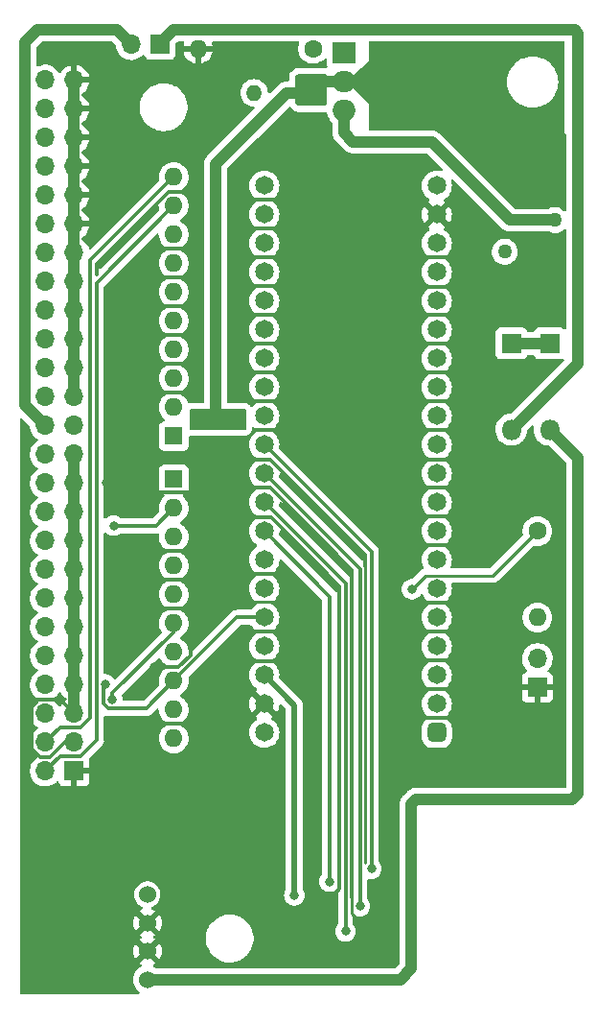
<source format=gbr>
%TF.GenerationSoftware,KiCad,Pcbnew,(6.0.2)*%
%TF.CreationDate,2022-04-05T14:05:54-06:00*%
%TF.ProjectId,F4_THTV1,46345f54-4854-4563-912e-6b696361645f,rev?*%
%TF.SameCoordinates,Original*%
%TF.FileFunction,Copper,L2,Bot*%
%TF.FilePolarity,Positive*%
%FSLAX46Y46*%
G04 Gerber Fmt 4.6, Leading zero omitted, Abs format (unit mm)*
G04 Created by KiCad (PCBNEW (6.0.2)) date 2022-04-05 14:05:54*
%MOMM*%
%LPD*%
G01*
G04 APERTURE LIST*
G04 Aperture macros list*
%AMRoundRect*
0 Rectangle with rounded corners*
0 $1 Rounding radius*
0 $2 $3 $4 $5 $6 $7 $8 $9 X,Y pos of 4 corners*
0 Add a 4 corners polygon primitive as box body*
4,1,4,$2,$3,$4,$5,$6,$7,$8,$9,$2,$3,0*
0 Add four circle primitives for the rounded corners*
1,1,$1+$1,$2,$3*
1,1,$1+$1,$4,$5*
1,1,$1+$1,$6,$7*
1,1,$1+$1,$8,$9*
0 Add four rect primitives between the rounded corners*
20,1,$1+$1,$2,$3,$4,$5,0*
20,1,$1+$1,$4,$5,$6,$7,0*
20,1,$1+$1,$6,$7,$8,$9,0*
20,1,$1+$1,$8,$9,$2,$3,0*%
G04 Aperture macros list end*
%TA.AperFunction,ComponentPad*%
%ADD10R,1.700000X1.700000*%
%TD*%
%TA.AperFunction,ComponentPad*%
%ADD11O,1.700000X1.700000*%
%TD*%
%TA.AperFunction,ComponentPad*%
%ADD12C,1.524000*%
%TD*%
%TA.AperFunction,ComponentPad*%
%ADD13C,1.270000*%
%TD*%
%TA.AperFunction,ComponentPad*%
%ADD14RoundRect,0.412500X0.412500X0.412500X-0.412500X0.412500X-0.412500X-0.412500X0.412500X-0.412500X0*%
%TD*%
%TA.AperFunction,ComponentPad*%
%ADD15C,1.650000*%
%TD*%
%TA.AperFunction,ComponentPad*%
%ADD16C,1.600000*%
%TD*%
%TA.AperFunction,ComponentPad*%
%ADD17O,1.600000X1.600000*%
%TD*%
%TA.AperFunction,ComponentPad*%
%ADD18C,1.400000*%
%TD*%
%TA.AperFunction,ComponentPad*%
%ADD19O,1.400000X1.400000*%
%TD*%
%TA.AperFunction,ComponentPad*%
%ADD20R,1.600000X1.600000*%
%TD*%
%TA.AperFunction,ComponentPad*%
%ADD21R,2.000000X1.905000*%
%TD*%
%TA.AperFunction,ComponentPad*%
%ADD22O,2.000000X1.905000*%
%TD*%
%TA.AperFunction,ComponentPad*%
%ADD23R,1.800000X1.800000*%
%TD*%
%TA.AperFunction,ComponentPad*%
%ADD24O,1.800000X1.800000*%
%TD*%
%TA.AperFunction,ViaPad*%
%ADD25C,0.800000*%
%TD*%
%TA.AperFunction,Conductor*%
%ADD26C,0.330000*%
%TD*%
%TA.AperFunction,Conductor*%
%ADD27C,0.250000*%
%TD*%
%TA.AperFunction,Conductor*%
%ADD28C,1.000000*%
%TD*%
%TA.AperFunction,Conductor*%
%ADD29C,0.200000*%
%TD*%
%TA.AperFunction,Conductor*%
%ADD30C,0.500000*%
%TD*%
G04 APERTURE END LIST*
D10*
%TO.P,J4,1*%
%TO.N,GND*%
X110200000Y-131400000D03*
D11*
%TO.P,J4,2*%
%TO.N,DB0*%
X107660000Y-131400000D03*
%TO.P,J4,3*%
%TO.N,GND*%
X110200000Y-128860000D03*
%TO.P,J4,4*%
%TO.N,DB1*%
X107660000Y-128860000D03*
%TO.P,J4,5*%
%TO.N,GND*%
X110200000Y-126320000D03*
%TO.P,J4,6*%
%TO.N,DB2*%
X107660000Y-126320000D03*
%TO.P,J4,7*%
%TO.N,GND*%
X110200000Y-123780000D03*
%TO.P,J4,8*%
%TO.N,DB3*%
X107660000Y-123780000D03*
%TO.P,J4,9*%
%TO.N,GND*%
X110200000Y-121240000D03*
%TO.P,J4,10*%
%TO.N,DB4*%
X107660000Y-121240000D03*
%TO.P,J4,11*%
%TO.N,GND*%
X110200000Y-118700000D03*
%TO.P,J4,12*%
%TO.N,DB5*%
X107660000Y-118700000D03*
%TO.P,J4,13*%
%TO.N,GND*%
X110200000Y-116160000D03*
%TO.P,J4,14*%
%TO.N,DB6*%
X107660000Y-116160000D03*
%TO.P,J4,15*%
%TO.N,GND*%
X110200000Y-113620000D03*
%TO.P,J4,16*%
%TO.N,DB7*%
X107660000Y-113620000D03*
%TO.P,J4,17*%
%TO.N,GND*%
X110200000Y-111080000D03*
%TO.P,J4,18*%
%TO.N,DBP*%
X107660000Y-111080000D03*
%TO.P,J4,19*%
%TO.N,GND*%
X110200000Y-108540000D03*
%TO.P,J4,20*%
%TO.N,Net-(J4-Pad20)*%
X107660000Y-108540000D03*
%TO.P,J4,21*%
%TO.N,GND*%
X110200000Y-106000000D03*
%TO.P,J4,22*%
%TO.N,Net-(J4-Pad22)*%
X107660000Y-106000000D03*
%TO.P,J4,23*%
%TO.N,GND*%
X110200000Y-103460000D03*
%TO.P,J4,24*%
%TO.N,Net-(J4-Pad24)*%
X107660000Y-103460000D03*
%TO.P,J4,25*%
%TO.N,Net-(J4-Pad25)*%
X110200000Y-100920000D03*
%TO.P,J4,26*%
%TO.N,+5V*%
X107660000Y-100920000D03*
%TO.P,J4,27*%
%TO.N,GND*%
X110200000Y-98380000D03*
%TO.P,J4,28*%
%TO.N,Net-(J4-Pad28)*%
X107660000Y-98380000D03*
%TO.P,J4,29*%
%TO.N,GND*%
X110200000Y-95840000D03*
%TO.P,J4,30*%
%TO.N,Net-(J4-Pad30)*%
X107660000Y-95840000D03*
%TO.P,J4,31*%
%TO.N,GND*%
X110200000Y-93300000D03*
%TO.P,J4,32*%
%TO.N,ATN*%
X107660000Y-93300000D03*
%TO.P,J4,33*%
%TO.N,GND*%
X110200000Y-90760000D03*
%TO.P,J4,34*%
%TO.N,Net-(J4-Pad34)*%
X107660000Y-90760000D03*
%TO.P,J4,35*%
%TO.N,GND*%
X110200000Y-88220000D03*
%TO.P,J4,36*%
%TO.N,BSY*%
X107660000Y-88220000D03*
%TO.P,J4,37*%
%TO.N,GND*%
X110200000Y-85680000D03*
%TO.P,J4,38*%
%TO.N,ACK*%
X107660000Y-85680000D03*
%TO.P,J4,39*%
%TO.N,GND*%
X110200000Y-83140000D03*
%TO.P,J4,40*%
%TO.N,RST*%
X107660000Y-83140000D03*
%TO.P,J4,41*%
%TO.N,GND*%
X110200000Y-80600000D03*
%TO.P,J4,42*%
%TO.N,MSG*%
X107660000Y-80600000D03*
%TO.P,J4,43*%
%TO.N,GND*%
X110200000Y-78060000D03*
%TO.P,J4,44*%
%TO.N,SEL*%
X107660000Y-78060000D03*
%TO.P,J4,45*%
%TO.N,GND*%
X110200000Y-75520000D03*
%TO.P,J4,46*%
%TO.N,CD*%
X107660000Y-75520000D03*
%TO.P,J4,47*%
%TO.N,GND*%
X110200000Y-72980000D03*
%TO.P,J4,48*%
%TO.N,REQ*%
X107660000Y-72980000D03*
%TO.P,J4,49*%
%TO.N,GND*%
X110200000Y-70440000D03*
%TO.P,J4,50*%
%TO.N,IO*%
X107660000Y-70440000D03*
%TD*%
D12*
%TO.P,J2,1*%
%TO.N,Net-(D1-Pad2)*%
X116666000Y-149794600D03*
%TO.P,J2,2*%
%TO.N,GND*%
X116666000Y-147294600D03*
%TO.P,J2,3*%
X116666000Y-144794600D03*
%TO.P,J2,4*%
%TO.N,Net-(J2-Pad4)*%
X116666000Y-142294600D03*
%TD*%
D13*
%TO.P,F1,1*%
%TO.N,+5VP*%
X148253675Y-85587879D03*
%TO.P,F1,2*%
%TO.N,+5F*%
X152654000Y-82804000D03*
%TD*%
D14*
%TO.P,BP1,1*%
%TO.N,DB4*%
X142240000Y-128016000D03*
D15*
%TO.P,BP1,2*%
%TO.N,DB5*%
X142240000Y-125476000D03*
%TO.P,BP1,3*%
%TO.N,DB6*%
X142240000Y-122936000D03*
%TO.P,BP1,4*%
%TO.N,DB7*%
X142240000Y-120396000D03*
%TO.P,BP1,5*%
%TO.N,ATN*%
X142240000Y-117856000D03*
%TO.P,BP1,6*%
%TO.N,BSY*%
X142240000Y-115316000D03*
%TO.P,BP1,7*%
%TO.N,ACK*%
X142240000Y-112776000D03*
%TO.P,BP1,8*%
%TO.N,Net-(BP1-Pad8)*%
X142240000Y-110236000D03*
%TO.P,BP1,9*%
%TO.N,Net-(BP1-Pad9)*%
X142240000Y-107696000D03*
%TO.P,BP1,10*%
%TO.N,RST*%
X142240000Y-105156000D03*
%TO.P,BP1,11*%
%TO.N,MSG*%
X142240000Y-102616000D03*
%TO.P,BP1,12*%
%TO.N,SEL*%
X142240000Y-100076000D03*
%TO.P,BP1,13*%
%TO.N,CD*%
X142240000Y-97536000D03*
%TO.P,BP1,14*%
%TO.N,REQ*%
X142240000Y-94996000D03*
%TO.P,BP1,15*%
%TO.N,IO*%
X142240000Y-92456000D03*
%TO.P,BP1,16*%
%TO.N,DB0*%
X142240000Y-89916000D03*
%TO.P,BP1,17*%
%TO.N,DB1*%
X142240000Y-87376000D03*
%TO.P,BP1,18*%
%TO.N,+5VP*%
X142240000Y-84836000D03*
%TO.P,BP1,19*%
%TO.N,GND*%
X142240000Y-82296000D03*
%TO.P,BP1,20*%
%TO.N,Net-(BP1-Pad20)*%
X142240000Y-79756000D03*
%TO.P,BP1,21*%
%TO.N,Net-(BP1-Pad21)*%
X127000000Y-79756000D03*
%TO.P,BP1,22*%
%TO.N,Net-(BP1-Pad22)*%
X127000000Y-82296000D03*
%TO.P,BP1,23*%
%TO.N,Net-(BP1-Pad23)*%
X127000000Y-84836000D03*
%TO.P,BP1,24*%
%TO.N,Net-(BP1-Pad24)*%
X127000000Y-87376000D03*
%TO.P,BP1,25*%
%TO.N,Net-(BP1-Pad25)*%
X127000000Y-89916000D03*
%TO.P,BP1,26*%
%TO.N,Net-(BP1-Pad26)*%
X127000000Y-92456000D03*
%TO.P,BP1,27*%
%TO.N,Net-(BP1-Pad27)*%
X127000000Y-94996000D03*
%TO.P,BP1,28*%
%TO.N,Net-(BP1-Pad28)*%
X127000000Y-97536000D03*
%TO.P,BP1,29*%
%TO.N,Net-(BP1-Pad29)*%
X127000000Y-100076000D03*
%TO.P,BP1,30*%
%TO.N,SD_CS*%
X127000000Y-102616000D03*
%TO.P,BP1,31*%
%TO.N,SD_CLK*%
X127000000Y-105156000D03*
%TO.P,BP1,32*%
%TO.N,SD_MISO*%
X127000000Y-107696000D03*
%TO.P,BP1,33*%
%TO.N,SD_MOSI*%
X127000000Y-110236000D03*
%TO.P,BP1,34*%
%TO.N,DBP*%
X127000000Y-112776000D03*
%TO.P,BP1,35*%
%TO.N,Net-(BP1-Pad35)*%
X127000000Y-115316000D03*
%TO.P,BP1,36*%
%TO.N,DB3*%
X127000000Y-117856000D03*
%TO.P,BP1,37*%
%TO.N,DB2*%
X127000000Y-120396000D03*
%TO.P,BP1,38*%
%TO.N,+3V3*%
X127000000Y-122936000D03*
%TO.P,BP1,39*%
%TO.N,GND*%
X127000000Y-125476000D03*
%TO.P,BP1,40*%
%TO.N,Net-(BP1-Pad40)*%
X127000000Y-128016000D03*
%TD*%
D10*
%TO.P,J3,1*%
%TO.N,GND*%
X151130000Y-124015500D03*
D11*
%TO.P,J3,2*%
%TO.N,Net-(J3-Pad2)*%
X151130000Y-121475500D03*
%TD*%
D16*
%TO.P,R19,1*%
%TO.N,Net-(BP1-Pad35)*%
X151130000Y-110236000D03*
D17*
%TO.P,R19,2*%
%TO.N,Net-(J3-Pad2)*%
X151130000Y-117856000D03*
%TD*%
D16*
%TO.P,R1,1*%
%TO.N,Net-(C1-Pad1)*%
X131318000Y-67691000D03*
D17*
%TO.P,R1,2*%
%TO.N,GND*%
X121158000Y-67691000D03*
%TD*%
D18*
%TO.P,R2,1*%
%TO.N,+2V8*%
X131191000Y-71564500D03*
D19*
%TO.P,R2,2*%
%TO.N,Net-(C1-Pad1)*%
X126111000Y-71564500D03*
%TD*%
D20*
%TO.P,RN1,1*%
%TO.N,+2V8*%
X118999000Y-105664000D03*
D17*
%TO.P,RN1,2*%
%TO.N,DBP*%
X118999000Y-108204000D03*
%TO.P,RN1,3*%
%TO.N,BSY*%
X118999000Y-110744000D03*
%TO.P,RN1,4*%
%TO.N,ATN*%
X118999000Y-113284000D03*
%TO.P,RN1,5*%
%TO.N,DB7*%
X118999000Y-115824000D03*
%TO.P,RN1,6*%
%TO.N,DB2*%
X118999000Y-118364000D03*
%TO.P,RN1,7*%
%TO.N,DB6*%
X118999000Y-120904000D03*
%TO.P,RN1,8*%
%TO.N,DB3*%
X118999000Y-123444000D03*
%TO.P,RN1,9*%
%TO.N,DB5*%
X118999000Y-125984000D03*
%TO.P,RN1,10*%
%TO.N,DB4*%
X118999000Y-128524000D03*
%TD*%
D20*
%TO.P,RN2,1*%
%TO.N,+2V8*%
X118999000Y-101854000D03*
D17*
%TO.P,RN2,2*%
%TO.N,ACK*%
X118999000Y-99314000D03*
%TO.P,RN2,3*%
%TO.N,RST*%
X118999000Y-96774000D03*
%TO.P,RN2,4*%
%TO.N,MSG*%
X118999000Y-94234000D03*
%TO.P,RN2,5*%
%TO.N,SEL*%
X118999000Y-91694000D03*
%TO.P,RN2,6*%
%TO.N,CD*%
X118999000Y-89154000D03*
%TO.P,RN2,7*%
%TO.N,REQ*%
X118999000Y-86614000D03*
%TO.P,RN2,8*%
%TO.N,IO*%
X118999000Y-84074000D03*
%TO.P,RN2,9*%
%TO.N,DB0*%
X118999000Y-81534000D03*
%TO.P,RN2,10*%
%TO.N,DB1*%
X118999000Y-78994000D03*
%TD*%
D21*
%TO.P,U1,1*%
%TO.N,Net-(C1-Pad1)*%
X134048500Y-68072000D03*
D22*
%TO.P,U1,2*%
%TO.N,+2V8*%
X134048500Y-70612000D03*
%TO.P,U1,3*%
%TO.N,+5F*%
X134048500Y-73152000D03*
%TD*%
D10*
%TO.P,J1,1*%
%TO.N,Net-(D2-Pad2)*%
X117792500Y-67310000D03*
D11*
%TO.P,J1,2*%
%TO.N,+5V*%
X115252500Y-67310000D03*
%TD*%
D23*
%TO.P,D1,1*%
%TO.N,+5VP*%
X152209500Y-93662500D03*
D24*
%TO.P,D1,2*%
%TO.N,Net-(D1-Pad2)*%
X152209500Y-101282500D03*
%TD*%
D23*
%TO.P,D2,1*%
%TO.N,+5VP*%
X148844000Y-93662500D03*
D24*
%TO.P,D2,2*%
%TO.N,Net-(D2-Pad2)*%
X148844000Y-101282500D03*
%TD*%
D25*
%TO.N,GND*%
X112966500Y-70548500D03*
X116459000Y-77279500D03*
X134493000Y-82296000D03*
X122342499Y-106829001D03*
X125244860Y-89949020D03*
X117284500Y-122237500D03*
X113284000Y-94361000D03*
X151574500Y-106426000D03*
X120647460Y-86906100D03*
X120647460Y-89453720D03*
X125244860Y-92496640D03*
X134493000Y-94996000D03*
X113538000Y-89852500D03*
X130175000Y-115506500D03*
X114744500Y-112649000D03*
X130175000Y-122999500D03*
X134493000Y-84836000D03*
X131318000Y-125666500D03*
X120700800Y-97132140D03*
X120647460Y-94566740D03*
X138620500Y-115379500D03*
X121412000Y-76073000D03*
X113011500Y-106000000D03*
X120683020Y-84396580D03*
X116205000Y-103822500D03*
X134493000Y-90170000D03*
X134493000Y-92583000D03*
X134493000Y-97409000D03*
X125204220Y-115366800D03*
X134493000Y-87439500D03*
X130175000Y-120396000D03*
X120647460Y-92019120D03*
X114741960Y-107652820D03*
X116649500Y-98742500D03*
X140154660Y-112659160D03*
X135061960Y-108023660D03*
X125171200Y-82288380D03*
X138684000Y-125666500D03*
X138620500Y-123063000D03*
X124841000Y-78422500D03*
X125209300Y-87419180D03*
X125227080Y-97551240D03*
X114935000Y-119634000D03*
X120647460Y-81813400D03*
X123974860Y-106809540D03*
X125074940Y-123035060D03*
X138620500Y-120459500D03*
X125227080Y-94988380D03*
X121076000Y-131400000D03*
X138557000Y-117919500D03*
X125191520Y-84874100D03*
X126015750Y-77247750D03*
X123380500Y-68262500D03*
X130175000Y-117919500D03*
X146232880Y-110528100D03*
X128981200Y-100068380D03*
%TO.N,+2V8*%
X123920250Y-100488750D03*
X152908000Y-74993500D03*
X121316750Y-100488750D03*
X152908000Y-67818000D03*
X148082000Y-67818000D03*
X148082000Y-74993500D03*
X150685500Y-74993500D03*
X148082000Y-73215500D03*
X122682000Y-100584000D03*
%TO.N,SD_CS*%
X136461500Y-140017500D03*
%TO.N,SD_CLK*%
X135445500Y-143319500D03*
%TO.N,SD_MISO*%
X134175500Y-145542000D03*
%TO.N,SD_MOSI*%
X132778500Y-141160500D03*
%TO.N,DBP*%
X113692001Y-109755001D03*
%TO.N,DB3*%
X112966500Y-123761500D03*
%TO.N,DB2*%
X113591501Y-125104999D03*
%TO.N,+3V3*%
X129662999Y-142371001D03*
%TO.N,Net-(BP1-Pad35)*%
X140045440Y-115359180D03*
%TD*%
D26*
%TO.N,GND*%
X122745500Y-106426000D02*
X122745500Y-106426000D01*
X121076000Y-131400000D02*
X127000000Y-125476000D01*
X140525500Y-93726000D02*
X140525500Y-91122500D01*
X122745500Y-104775000D02*
X126238000Y-101282500D01*
X120647460Y-80205580D02*
X120568720Y-80284320D01*
X129603500Y-87439500D02*
X128270000Y-86106000D01*
X134493000Y-94996000D02*
X129603500Y-94996000D01*
X141160500Y-116713000D02*
X141287500Y-116586000D01*
X119389702Y-122237500D02*
X120459500Y-121167702D01*
X140525500Y-96266000D02*
X143510000Y-96266000D01*
X108984999Y-125104999D02*
X107076799Y-125104999D01*
X133645490Y-115120288D02*
X133645490Y-141817510D01*
X123380500Y-106426000D02*
X125857000Y-103949500D01*
X140525500Y-91122500D02*
X143002000Y-91122500D01*
D27*
X123449080Y-117094000D02*
X123837081Y-116705999D01*
D26*
X123380500Y-106426000D02*
X126000499Y-109045999D01*
X126000499Y-109045999D02*
X127571201Y-109045999D01*
X128079500Y-114046000D02*
X125666500Y-114046000D01*
X140525500Y-86106000D02*
X140525500Y-84010500D01*
D28*
X126015750Y-77247750D02*
X130968750Y-77247750D01*
D26*
X128460500Y-96266000D02*
X126111000Y-96266000D01*
X113011500Y-106000000D02*
X113840501Y-106829001D01*
D27*
X134747000Y-142557500D02*
X134720499Y-142584001D01*
D26*
X128143000Y-98806000D02*
X125984000Y-98806000D01*
X134747000Y-113665000D02*
X134747000Y-142557500D01*
X117792500Y-90487500D02*
X117856000Y-90424000D01*
X117919500Y-95377000D02*
X118046500Y-95504000D01*
X107186797Y-130184999D02*
X108067001Y-130184999D01*
X116649500Y-93027500D02*
X118046500Y-93027500D01*
X128270000Y-88646000D02*
X125984000Y-88646000D01*
X116649500Y-86106000D02*
X117411500Y-85344000D01*
X122342499Y-106829001D02*
X122745500Y-106426000D01*
D27*
X134720499Y-143991499D02*
X135128000Y-144399000D01*
D26*
X138684000Y-125666500D02*
X140208000Y-125666500D01*
D28*
X132143500Y-76073000D02*
X132842000Y-76073000D01*
D26*
X120568720Y-80284320D02*
X118524478Y-80284320D01*
X116649500Y-98742500D02*
X116649500Y-95377000D01*
X115506500Y-119634000D02*
X118046500Y-117094000D01*
X141160500Y-126682500D02*
X143827500Y-126682500D01*
X127571201Y-109045999D02*
X133645490Y-115120288D01*
X133645490Y-141817510D02*
X133413500Y-142049500D01*
X106444999Y-125736799D02*
X106444999Y-129443201D01*
X129540000Y-97409000D02*
X128143000Y-98806000D01*
X140525500Y-121666000D02*
X140525500Y-119062500D01*
X118046500Y-93027500D02*
X118110000Y-92964000D01*
X116649500Y-90487500D02*
X117792500Y-90487500D01*
X116649500Y-90487500D02*
X116649500Y-86804500D01*
X116649500Y-86804500D02*
X117729000Y-87884000D01*
X118110000Y-92964000D02*
X120205500Y-92964000D01*
X128333500Y-119126000D02*
X125603000Y-119126000D01*
X130175000Y-115506500D02*
X129540000Y-115506500D01*
X140525500Y-103949500D02*
X140525500Y-101346000D01*
X129476500Y-84836000D02*
X128206500Y-83566000D01*
X116649500Y-95377000D02*
X116649500Y-93027500D01*
D27*
X125300121Y-116705999D02*
X125500119Y-116506001D01*
X125500119Y-116506001D02*
X127999501Y-116506001D01*
D26*
X121076000Y-128378500D02*
X119951500Y-127254000D01*
X114744500Y-112649000D02*
X116014500Y-112649000D01*
X140144500Y-125666500D02*
X141160500Y-126682500D01*
X122745500Y-106426000D02*
X127508000Y-106426000D01*
X140525500Y-96266000D02*
X140525500Y-93726000D01*
X108067001Y-130184999D02*
X109347000Y-128905000D01*
X110200000Y-126320000D02*
X108984999Y-125104999D01*
D28*
X110200000Y-126320000D02*
X110200000Y-103460000D01*
D26*
X134493000Y-90170000D02*
X129794000Y-90170000D01*
X130175000Y-122999500D02*
X129413000Y-122999500D01*
X122745500Y-106426000D02*
X123380500Y-106426000D01*
X140525500Y-111506000D02*
X143573500Y-111506000D01*
X117792500Y-112014000D02*
X120332500Y-112014000D01*
X134493000Y-84836000D02*
X129476500Y-84836000D01*
X140525500Y-91122500D02*
X140525500Y-88709500D01*
X125857000Y-103949500D02*
X127554702Y-103949500D01*
D27*
X134720499Y-142584001D02*
X134720499Y-143991499D01*
D26*
X117856000Y-90424000D02*
X120142000Y-90424000D01*
D27*
X123837081Y-116705999D02*
X125300121Y-116705999D01*
D26*
X121076000Y-131400000D02*
X121076000Y-131400000D01*
X129413000Y-117919500D02*
X127999501Y-116506001D01*
X140525500Y-93726000D02*
X143256000Y-93726000D01*
X140525500Y-108966000D02*
X144462500Y-108966000D01*
X140525500Y-108966000D02*
X140525500Y-106362500D01*
X140525500Y-101346000D02*
X143700500Y-101346000D01*
X140525500Y-119062500D02*
X143129000Y-119062500D01*
X140525500Y-124206000D02*
X140525500Y-121666000D01*
X128333500Y-93726000D02*
X125920500Y-93726000D01*
X116649500Y-86804500D02*
X116649500Y-86106000D01*
X119951500Y-127254000D02*
X117602000Y-127254000D01*
X119606060Y-117094000D02*
X120523000Y-117094000D01*
X118046500Y-117094000D02*
X119606060Y-117094000D01*
D28*
X124841000Y-78422500D02*
X126174500Y-77089000D01*
D26*
X140525500Y-101346000D02*
X140525500Y-98806000D01*
X128270000Y-81026000D02*
X125857000Y-81026000D01*
X134493000Y-97409000D02*
X129540000Y-97409000D01*
X129603500Y-120396000D02*
X128333500Y-119126000D01*
X114744500Y-112649000D02*
X117157500Y-112649000D01*
X121076000Y-131400000D02*
X121076000Y-128378500D01*
X118524478Y-80284320D02*
X112163010Y-86645788D01*
X140525500Y-88709500D02*
X140525500Y-86106000D01*
X120459500Y-121167702D02*
X120459500Y-120650000D01*
X118046500Y-98044000D02*
X120205500Y-98044000D01*
D28*
X110200000Y-98380000D02*
X110200000Y-70440000D01*
D26*
X140525500Y-111506000D02*
X140525500Y-108966000D01*
X129095500Y-90170000D02*
X128079500Y-91186000D01*
X134493000Y-82296000D02*
X129540000Y-82296000D01*
X140525500Y-125349000D02*
X140525500Y-124206000D01*
X140525500Y-84010500D02*
X142240000Y-82296000D01*
X129603500Y-94996000D02*
X128333500Y-93726000D01*
X134493000Y-94996000D02*
X129730500Y-94996000D01*
X129794000Y-90170000D02*
X128270000Y-88646000D01*
X128270000Y-86106000D02*
X126111000Y-86106000D01*
X110200000Y-131400000D02*
X121076000Y-131400000D01*
X114744500Y-112649000D02*
X115887500Y-112649000D01*
X126238000Y-101282500D02*
X128206500Y-101282500D01*
X113840501Y-106829001D02*
X122342499Y-106829001D01*
D27*
X135931490Y-113394512D02*
X135935510Y-113398532D01*
D26*
X127554702Y-103949500D02*
X135931490Y-112326288D01*
X116649500Y-95377000D02*
X117919500Y-95377000D01*
X116649500Y-93027500D02*
X116649500Y-90487500D01*
X130175000Y-117919500D02*
X129413000Y-117919500D01*
X140525500Y-86106000D02*
X143129000Y-86106000D01*
X117856000Y-114490500D02*
X120396000Y-114490500D01*
X130175000Y-120396000D02*
X129603500Y-120396000D01*
X140525500Y-124206000D02*
X143129000Y-124206000D01*
X140525500Y-98806000D02*
X140525500Y-96266000D01*
X107076799Y-125104999D02*
X106444999Y-125736799D01*
X129413000Y-122999500D02*
X128159499Y-121745999D01*
X140525500Y-106362500D02*
X140525500Y-103949500D01*
X128079500Y-91186000D02*
X125730000Y-91186000D01*
X114935000Y-119634000D02*
X115506500Y-119634000D01*
X117348000Y-98742500D02*
X118046500Y-98044000D01*
X117411500Y-85344000D02*
X120015000Y-85344000D01*
X117157500Y-112649000D02*
X117792500Y-112014000D01*
X129730500Y-94996000D02*
X128460500Y-96266000D01*
X129540000Y-82296000D02*
X128270000Y-81026000D01*
X118046500Y-95504000D02*
X120332500Y-95504000D01*
X140525500Y-88709500D02*
X143002000Y-88709500D01*
X106444999Y-129443201D02*
X107186797Y-130184999D01*
X116014500Y-112649000D02*
X117856000Y-114490500D01*
D28*
X130968750Y-77247750D02*
X132143500Y-76073000D01*
D26*
X117729000Y-87884000D02*
X120269000Y-87884000D01*
X112163010Y-86645788D02*
X112163010Y-87620444D01*
X140525500Y-103949500D02*
X143256000Y-103949500D01*
X140525500Y-106362500D02*
X143192500Y-106362500D01*
X129540000Y-115506500D02*
X128079500Y-114046000D01*
X140525500Y-116713000D02*
X141160500Y-116713000D01*
X140525500Y-98806000D02*
X143129000Y-98806000D01*
X135931490Y-112326288D02*
X135931490Y-113337943D01*
X117284500Y-122237500D02*
X119389702Y-122237500D01*
X140525500Y-121666000D02*
X143065500Y-121666000D01*
X134493000Y-90170000D02*
X129095500Y-90170000D01*
X128206500Y-83566000D02*
X125984000Y-83566000D01*
X140525500Y-119062500D02*
X140525500Y-116713000D01*
X120647460Y-81813400D02*
X120647460Y-80205580D01*
X134493000Y-87439500D02*
X129603500Y-87439500D01*
X141287500Y-116586000D02*
X143319500Y-116586000D01*
X138684000Y-125666500D02*
X140144500Y-125666500D01*
D27*
X135935510Y-113398532D02*
X135935510Y-139470488D01*
D26*
X144462500Y-108966000D02*
X144653000Y-108775500D01*
D27*
X119606060Y-117094000D02*
X123449080Y-117094000D01*
X135931490Y-113337943D02*
X135931490Y-113394512D01*
D26*
X116649500Y-98742500D02*
X117348000Y-98742500D01*
X122745500Y-106426000D02*
X122745500Y-104775000D01*
X127508000Y-106426000D02*
X134747000Y-113665000D01*
X140208000Y-125666500D02*
X140525500Y-125349000D01*
D28*
X132842000Y-76073000D02*
X134112000Y-77343000D01*
D26*
X128159499Y-121745999D02*
X125809999Y-121745999D01*
D28*
%TO.N,+2V8*%
X128968500Y-71564500D02*
X122682000Y-77851000D01*
D29*
X120459500Y-99568000D02*
X120459500Y-101219000D01*
D28*
X135001000Y-70612000D02*
X136906000Y-72517000D01*
D29*
X129794000Y-71564500D02*
X129794000Y-70167500D01*
X125285500Y-100457000D02*
X125285500Y-99568000D01*
D28*
X134048500Y-70612000D02*
X136525000Y-70612000D01*
D29*
X123920250Y-100488750D02*
X125253750Y-100488750D01*
D28*
X132143500Y-70612000D02*
X131191000Y-71564500D01*
D29*
X125285500Y-99568000D02*
X120459500Y-99568000D01*
D28*
X135064500Y-70612000D02*
X136715500Y-68961000D01*
X134048500Y-70612000D02*
X135001000Y-70612000D01*
X129794000Y-71564500D02*
X128968500Y-71564500D01*
D29*
X132334000Y-69977000D02*
X132461000Y-70104000D01*
X129794000Y-70167500D02*
X129984500Y-69977000D01*
X132334000Y-72644000D02*
X129984500Y-72644000D01*
X129984500Y-72644000D02*
X129794000Y-72453500D01*
D28*
X131191000Y-71564500D02*
X129794000Y-71564500D01*
X134048500Y-70612000D02*
X132143500Y-70612000D01*
D29*
X120459500Y-101219000D02*
X125285500Y-101219000D01*
X125253750Y-100488750D02*
X125285500Y-100457000D01*
X129794000Y-72453500D02*
X129794000Y-72136000D01*
X132461000Y-70104000D02*
X132461000Y-72517000D01*
D28*
X134048500Y-70612000D02*
X135064500Y-70612000D01*
D29*
X129984500Y-69977000D02*
X132334000Y-69977000D01*
X132461000Y-72517000D02*
X132334000Y-72644000D01*
X125285500Y-101219000D02*
X125285500Y-100584000D01*
D28*
X122682000Y-77851000D02*
X122682000Y-100584000D01*
%TO.N,+5V*%
X106945990Y-66028010D02*
X113970510Y-66028010D01*
X105854500Y-67119500D02*
X105854500Y-99114500D01*
X113970510Y-66028010D02*
X115252500Y-67310000D01*
X106945990Y-66028010D02*
X105854500Y-67119500D01*
X105854500Y-99114500D02*
X107660000Y-100920000D01*
%TO.N,Net-(D1-Pad2)*%
X139965990Y-134309336D02*
X140405336Y-133869990D01*
X154229510Y-133869990D02*
X154697990Y-133401510D01*
X139965990Y-148844000D02*
X139965990Y-134309336D01*
X116666000Y-149794600D02*
X139015390Y-149794600D01*
X154697990Y-103770990D02*
X152209500Y-101282500D01*
X140405336Y-133869990D02*
X154229510Y-133869990D01*
X139015390Y-149794600D02*
X139965990Y-148844000D01*
X154697990Y-133401510D02*
X154697990Y-103770990D01*
D26*
%TO.N,SD_CS*%
X136461500Y-140017500D02*
X136461500Y-140017500D01*
X127000000Y-102616000D02*
X136461500Y-112077500D01*
X136461500Y-112077500D02*
X136461500Y-140017500D01*
%TO.N,SD_CLK*%
X135445500Y-143319500D02*
X135445500Y-143319500D01*
X127000000Y-105156000D02*
X135445500Y-113601500D01*
X135445500Y-113601500D02*
X135445500Y-143319500D01*
%TO.N,SD_MISO*%
X134175500Y-145542000D02*
X134175500Y-145542000D01*
X127000000Y-107696000D02*
X134175500Y-114871500D01*
X134175500Y-114871500D02*
X134175500Y-145542000D01*
%TO.N,SD_MOSI*%
X132778500Y-141160500D02*
X132778500Y-141160500D01*
X132778500Y-116014500D02*
X132778500Y-141160500D01*
X127000000Y-110236000D02*
X132778500Y-116014500D01*
%TO.N,DBP*%
X113692001Y-109755001D02*
X113692001Y-109755001D01*
X118999000Y-108204000D02*
X117447999Y-109755001D01*
X117447999Y-109755001D02*
X113692001Y-109755001D01*
%TO.N,DB3*%
X112966500Y-123761500D02*
X112839500Y-123888500D01*
X112826500Y-125472200D02*
X112826500Y-123901500D01*
X124587000Y-117856000D02*
X118999000Y-123444000D01*
X116573000Y-125870000D02*
X113224300Y-125870000D01*
X118999000Y-123444000D02*
X116573000Y-125870000D01*
X127000000Y-117856000D02*
X124587000Y-117856000D01*
X113224300Y-125870000D02*
X112826500Y-125472200D01*
X112826500Y-123901500D02*
X112966500Y-123761500D01*
%TO.N,DB2*%
X113591501Y-125104999D02*
X113591501Y-124539314D01*
X113591501Y-124539314D02*
X118999000Y-119131815D01*
X118999000Y-119131815D02*
X118999000Y-118364000D01*
%TO.N,DB1*%
X111633000Y-86360000D02*
X118999000Y-78994000D01*
X107660000Y-128860000D02*
X108984999Y-127535001D01*
X110783201Y-127535001D02*
X111633000Y-126685202D01*
X111633000Y-126685202D02*
X111633000Y-86360000D01*
X108984999Y-127535001D02*
X110783201Y-127535001D01*
%TO.N,DB0*%
X112163010Y-128695192D02*
X110783201Y-130075001D01*
X118999000Y-81534000D02*
X112163010Y-88369990D01*
X110783201Y-130075001D02*
X108984999Y-130075001D01*
X112163010Y-88369990D02*
X112163010Y-128695192D01*
X108984999Y-130075001D02*
X107660000Y-131400000D01*
D30*
%TO.N,+3V3*%
X127000000Y-122936000D02*
X129667000Y-125603000D01*
X129667000Y-125603000D02*
X129667000Y-142494000D01*
D28*
%TO.N,+5VP*%
X152209500Y-93662500D02*
X148844000Y-93662500D01*
%TO.N,+5F*%
X141801990Y-75888990D02*
X134832990Y-75888990D01*
X134048500Y-75104500D02*
X134048500Y-73152000D01*
X134832990Y-75888990D02*
X134048500Y-75104500D01*
X148717000Y-82804000D02*
X141801990Y-75888990D01*
X152654000Y-82804000D02*
X148717000Y-82804000D01*
D27*
%TO.N,Net-(BP1-Pad35)*%
X147200001Y-114165999D02*
X141238621Y-114165999D01*
X151130000Y-110236000D02*
X147200001Y-114165999D01*
X141238621Y-114165999D02*
X140045440Y-115359180D01*
D28*
%TO.N,Net-(D2-Pad2)*%
X118947490Y-66028010D02*
X154420010Y-66028010D01*
X154697990Y-95428510D02*
X148844000Y-101282500D01*
X154420010Y-66028010D02*
X154697990Y-66305990D01*
X117792500Y-67310000D02*
X117792500Y-67183000D01*
X117792500Y-67183000D02*
X118947490Y-66028010D01*
X154697990Y-66305990D02*
X154697990Y-95428510D01*
%TD*%
%TA.AperFunction,Conductor*%
%TO.N,GND*%
G36*
X129266388Y-72797012D02*
G01*
X129322316Y-72838361D01*
X129335523Y-72855572D01*
X129335526Y-72855575D01*
X129360013Y-72887487D01*
X129366568Y-72892517D01*
X129385379Y-72906952D01*
X129397770Y-72917819D01*
X129520185Y-73040234D01*
X129531052Y-73052625D01*
X129550513Y-73077987D01*
X129557063Y-73083013D01*
X129582421Y-73102471D01*
X129582437Y-73102485D01*
X129631805Y-73140366D01*
X129677624Y-73175524D01*
X129825649Y-73236838D01*
X129984500Y-73257751D01*
X130016199Y-73253578D01*
X130032644Y-73252500D01*
X132285864Y-73252500D01*
X132302307Y-73253578D01*
X132334000Y-73257750D01*
X132342189Y-73256672D01*
X132373874Y-73252501D01*
X132373884Y-73252500D01*
X132373885Y-73252500D01*
X132373893Y-73252499D01*
X132412715Y-73247388D01*
X132482864Y-73258327D01*
X132535962Y-73305456D01*
X132553711Y-73353251D01*
X132574904Y-73491744D01*
X132588547Y-73533484D01*
X132647934Y-73715183D01*
X132647937Y-73715189D01*
X132649542Y-73720101D01*
X132651929Y-73724687D01*
X132651931Y-73724691D01*
X132740259Y-73894366D01*
X132760475Y-73933200D01*
X132763585Y-73937342D01*
X132873920Y-74084294D01*
X132904723Y-74125320D01*
X132992643Y-74209338D01*
X133001051Y-74217373D01*
X133036481Y-74278897D01*
X133040000Y-74308467D01*
X133040000Y-75042657D01*
X133039263Y-75056264D01*
X133037106Y-75076124D01*
X133035176Y-75093888D01*
X133035713Y-75100023D01*
X133039550Y-75143888D01*
X133039879Y-75148714D01*
X133040000Y-75151186D01*
X133040000Y-75154269D01*
X133040301Y-75157337D01*
X133044190Y-75197006D01*
X133044312Y-75198319D01*
X133052413Y-75290913D01*
X133053900Y-75296032D01*
X133054420Y-75301333D01*
X133081291Y-75390334D01*
X133081626Y-75391467D01*
X133107591Y-75480836D01*
X133110044Y-75485568D01*
X133111584Y-75490669D01*
X133114478Y-75496112D01*
X133155231Y-75572760D01*
X133155843Y-75573926D01*
X133198608Y-75656426D01*
X133201931Y-75660589D01*
X133204434Y-75665296D01*
X133263255Y-75737418D01*
X133263946Y-75738274D01*
X133295238Y-75777473D01*
X133297742Y-75779977D01*
X133298384Y-75780695D01*
X133302085Y-75785028D01*
X133329435Y-75818562D01*
X133334182Y-75822489D01*
X133334184Y-75822491D01*
X133364762Y-75847787D01*
X133373542Y-75855777D01*
X133567095Y-76049330D01*
X133601121Y-76111642D01*
X133604000Y-76138425D01*
X133604000Y-76581000D01*
X134042821Y-76581000D01*
X134110942Y-76601002D01*
X134123802Y-76610471D01*
X134147446Y-76630310D01*
X134151065Y-76633468D01*
X134152880Y-76635114D01*
X134155065Y-76637299D01*
X134157445Y-76639254D01*
X134157455Y-76639263D01*
X134188226Y-76664539D01*
X134189241Y-76665381D01*
X134260464Y-76725144D01*
X134265138Y-76727713D01*
X134269251Y-76731092D01*
X134274688Y-76734007D01*
X134274689Y-76734008D01*
X134351037Y-76774945D01*
X134352167Y-76775558D01*
X134433777Y-76820423D01*
X134438859Y-76822035D01*
X134443553Y-76824552D01*
X134532521Y-76851752D01*
X134533549Y-76852072D01*
X134622296Y-76880225D01*
X134627592Y-76880819D01*
X134632688Y-76882377D01*
X134725247Y-76891780D01*
X134726383Y-76891901D01*
X134759998Y-76895671D01*
X134772720Y-76897098D01*
X134772724Y-76897098D01*
X134776217Y-76897490D01*
X134779744Y-76897490D01*
X134780729Y-76897545D01*
X134786409Y-76897992D01*
X134815815Y-76900979D01*
X134823327Y-76901742D01*
X134823329Y-76901742D01*
X134829452Y-76902364D01*
X134875098Y-76898049D01*
X134886957Y-76897490D01*
X141332065Y-76897490D01*
X141400186Y-76917492D01*
X141421160Y-76934395D01*
X142757467Y-78270702D01*
X142791491Y-78333012D01*
X142786427Y-78403827D01*
X142743880Y-78460663D01*
X142677360Y-78485474D01*
X142635760Y-78481502D01*
X142477759Y-78439166D01*
X142477757Y-78439166D01*
X142472444Y-78437742D01*
X142240000Y-78417406D01*
X142007556Y-78437742D01*
X142002243Y-78439166D01*
X142002241Y-78439166D01*
X141787484Y-78496710D01*
X141787482Y-78496711D01*
X141782174Y-78498133D01*
X141777194Y-78500455D01*
X141777192Y-78500456D01*
X141575690Y-78594418D01*
X141575685Y-78594421D01*
X141570703Y-78596744D01*
X141566196Y-78599900D01*
X141566194Y-78599901D01*
X141384079Y-78727419D01*
X141384076Y-78727421D01*
X141379568Y-78730578D01*
X141214578Y-78895568D01*
X141211421Y-78900076D01*
X141211419Y-78900079D01*
X141120681Y-79029667D01*
X141080744Y-79086703D01*
X141078421Y-79091685D01*
X141078418Y-79091690D01*
X141008826Y-79240930D01*
X140982133Y-79298174D01*
X140980711Y-79303482D01*
X140980710Y-79303484D01*
X140938208Y-79462104D01*
X140921742Y-79523556D01*
X140901406Y-79756000D01*
X140921742Y-79988444D01*
X140923166Y-79993757D01*
X140923166Y-79993759D01*
X140977100Y-80195041D01*
X140982133Y-80213826D01*
X140984455Y-80218806D01*
X140984456Y-80218808D01*
X141078418Y-80420310D01*
X141078421Y-80420315D01*
X141080744Y-80425297D01*
X141083900Y-80429804D01*
X141083901Y-80429806D01*
X141152519Y-80527802D01*
X141214578Y-80616432D01*
X141379568Y-80781422D01*
X141384076Y-80784579D01*
X141384079Y-80784581D01*
X141464179Y-80840667D01*
X141570703Y-80915256D01*
X141575113Y-80917312D01*
X141623970Y-80968551D01*
X141637407Y-81038265D01*
X141611021Y-81104176D01*
X141574981Y-81135406D01*
X141566449Y-81140332D01*
X141509000Y-81180559D01*
X141500625Y-81191036D01*
X141507693Y-81204483D01*
X142227188Y-81923978D01*
X142241132Y-81931592D01*
X142242965Y-81931461D01*
X142249580Y-81927210D01*
X142973028Y-81203762D01*
X142979458Y-81191987D01*
X142970162Y-81179972D01*
X142913551Y-81140332D01*
X142905019Y-81135406D01*
X142856027Y-81084021D01*
X142842594Y-81014307D01*
X142868983Y-80948397D01*
X142904825Y-80917341D01*
X142909297Y-80915256D01*
X143015821Y-80840667D01*
X143095921Y-80784581D01*
X143095924Y-80784579D01*
X143100432Y-80781422D01*
X143265422Y-80616432D01*
X143327482Y-80527802D01*
X143396099Y-80429806D01*
X143396100Y-80429804D01*
X143399256Y-80425297D01*
X143401579Y-80420315D01*
X143401582Y-80420310D01*
X143495544Y-80218808D01*
X143495545Y-80218806D01*
X143497867Y-80213826D01*
X143502901Y-80195041D01*
X143556834Y-79993759D01*
X143556834Y-79993757D01*
X143558258Y-79988444D01*
X143578594Y-79756000D01*
X143558258Y-79523556D01*
X143551818Y-79499520D01*
X143514498Y-79360240D01*
X143516188Y-79289263D01*
X143555982Y-79230468D01*
X143621247Y-79202520D01*
X143691260Y-79214294D01*
X143725298Y-79238532D01*
X147960145Y-83473379D01*
X147969247Y-83483522D01*
X147992968Y-83513025D01*
X148031421Y-83545291D01*
X148035069Y-83548472D01*
X148036881Y-83550115D01*
X148039075Y-83552309D01*
X148072349Y-83579642D01*
X148073147Y-83580304D01*
X148144474Y-83640154D01*
X148149144Y-83642722D01*
X148153261Y-83646103D01*
X148206839Y-83674831D01*
X148235086Y-83689977D01*
X148236245Y-83690606D01*
X148312381Y-83732462D01*
X148312389Y-83732465D01*
X148317787Y-83735433D01*
X148322869Y-83737045D01*
X148327563Y-83739562D01*
X148416531Y-83766762D01*
X148417559Y-83767082D01*
X148506306Y-83795235D01*
X148511602Y-83795829D01*
X148516698Y-83797387D01*
X148609257Y-83806790D01*
X148610393Y-83806911D01*
X148643091Y-83810578D01*
X148656730Y-83812108D01*
X148656734Y-83812108D01*
X148660227Y-83812500D01*
X148663754Y-83812500D01*
X148664739Y-83812555D01*
X148670419Y-83813002D01*
X148699825Y-83815989D01*
X148707337Y-83816752D01*
X148707339Y-83816752D01*
X148713462Y-83817374D01*
X148759108Y-83813059D01*
X148770967Y-83812500D01*
X152078404Y-83812500D01*
X152128141Y-83822732D01*
X152293822Y-83893914D01*
X152293825Y-83893915D01*
X152299125Y-83896192D01*
X152304754Y-83897466D01*
X152304755Y-83897466D01*
X152498467Y-83941299D01*
X152498473Y-83941300D01*
X152504104Y-83942574D01*
X152509875Y-83942801D01*
X152509877Y-83942801D01*
X152573433Y-83945298D01*
X152714103Y-83950825D01*
X152922088Y-83920669D01*
X152927552Y-83918814D01*
X152927557Y-83918813D01*
X153115624Y-83854973D01*
X153115629Y-83854971D01*
X153121096Y-83853115D01*
X153132889Y-83846511D01*
X153189730Y-83814678D01*
X153304460Y-83750426D01*
X153466041Y-83616041D01*
X153469732Y-83611603D01*
X153473820Y-83607515D01*
X153475608Y-83609303D01*
X153525584Y-83575756D01*
X153596567Y-83574338D01*
X153657048Y-83611521D01*
X153687825Y-83675500D01*
X153689490Y-83695919D01*
X153689490Y-92313577D01*
X153669488Y-92381698D01*
X153615832Y-92428191D01*
X153545558Y-92438295D01*
X153480978Y-92408801D01*
X153477502Y-92405564D01*
X153472761Y-92399239D01*
X153356205Y-92311885D01*
X153219816Y-92260755D01*
X153157634Y-92254000D01*
X151261366Y-92254000D01*
X151199184Y-92260755D01*
X151062795Y-92311885D01*
X150946239Y-92399239D01*
X150858885Y-92515795D01*
X150855733Y-92524203D01*
X150837728Y-92572230D01*
X150795086Y-92628995D01*
X150728524Y-92653694D01*
X150719746Y-92654000D01*
X150333754Y-92654000D01*
X150265633Y-92633998D01*
X150219140Y-92580342D01*
X150215772Y-92572230D01*
X150197767Y-92524203D01*
X150194615Y-92515795D01*
X150107261Y-92399239D01*
X149990705Y-92311885D01*
X149854316Y-92260755D01*
X149792134Y-92254000D01*
X147895866Y-92254000D01*
X147833684Y-92260755D01*
X147697295Y-92311885D01*
X147580739Y-92399239D01*
X147493385Y-92515795D01*
X147442255Y-92652184D01*
X147435500Y-92714366D01*
X147435500Y-94610634D01*
X147442255Y-94672816D01*
X147493385Y-94809205D01*
X147580739Y-94925761D01*
X147697295Y-95013115D01*
X147833684Y-95064245D01*
X147895866Y-95071000D01*
X149792134Y-95071000D01*
X149854316Y-95064245D01*
X149990705Y-95013115D01*
X150107261Y-94925761D01*
X150194615Y-94809205D01*
X150215772Y-94752770D01*
X150258414Y-94696005D01*
X150324976Y-94671306D01*
X150333754Y-94671000D01*
X150719746Y-94671000D01*
X150787867Y-94691002D01*
X150834360Y-94744658D01*
X150837728Y-94752770D01*
X150858885Y-94809205D01*
X150946239Y-94925761D01*
X151062795Y-95013115D01*
X151199184Y-95064245D01*
X151261366Y-95071000D01*
X153157634Y-95071000D01*
X153219816Y-95064245D01*
X153341078Y-95018786D01*
X153411884Y-95013603D01*
X153474253Y-95047524D01*
X153508383Y-95109779D01*
X153503436Y-95180603D01*
X153474402Y-95225863D01*
X148864201Y-99836064D01*
X148801889Y-99870090D01*
X148773569Y-99872960D01*
X148758903Y-99872781D01*
X148750581Y-99872679D01*
X148750579Y-99872679D01*
X148745411Y-99872616D01*
X148516464Y-99907650D01*
X148296314Y-99979606D01*
X148291726Y-99981994D01*
X148291722Y-99981996D01*
X148111334Y-100075900D01*
X148090872Y-100086552D01*
X148086739Y-100089655D01*
X148086736Y-100089657D01*
X147909790Y-100222512D01*
X147905655Y-100225617D01*
X147902083Y-100229355D01*
X147759967Y-100378071D01*
X147745639Y-100393064D01*
X147742725Y-100397336D01*
X147742724Y-100397337D01*
X147727152Y-100420165D01*
X147615119Y-100584399D01*
X147517602Y-100794481D01*
X147455707Y-101017669D01*
X147431095Y-101247969D01*
X147431392Y-101253122D01*
X147431392Y-101253125D01*
X147441118Y-101421811D01*
X147444427Y-101479197D01*
X147445564Y-101484243D01*
X147445565Y-101484249D01*
X147468816Y-101587419D01*
X147495346Y-101705142D01*
X147497288Y-101709924D01*
X147497289Y-101709928D01*
X147572008Y-101893938D01*
X147582484Y-101919737D01*
X147703501Y-102117219D01*
X147855147Y-102292284D01*
X148033349Y-102440230D01*
X148233322Y-102557084D01*
X148449694Y-102639709D01*
X148454760Y-102640740D01*
X148454761Y-102640740D01*
X148507846Y-102651540D01*
X148676656Y-102685885D01*
X148807324Y-102690676D01*
X148902949Y-102694183D01*
X148902953Y-102694183D01*
X148908113Y-102694372D01*
X148913233Y-102693716D01*
X148913235Y-102693716D01*
X148986270Y-102684360D01*
X149137847Y-102664942D01*
X149142795Y-102663457D01*
X149142802Y-102663456D01*
X149354747Y-102599869D01*
X149359690Y-102598386D01*
X149440236Y-102558927D01*
X149563049Y-102498762D01*
X149563052Y-102498760D01*
X149567684Y-102496491D01*
X149756243Y-102361994D01*
X149920303Y-102198505D01*
X150055458Y-102010417D01*
X150082148Y-101956415D01*
X150155784Y-101807422D01*
X150155785Y-101807420D01*
X150158078Y-101802780D01*
X150225408Y-101581171D01*
X150255640Y-101351541D01*
X150255773Y-101346105D01*
X150255920Y-101345647D01*
X150255982Y-101344847D01*
X150256171Y-101344862D01*
X150277437Y-101278494D01*
X150292640Y-101260095D01*
X150603149Y-100949586D01*
X150665461Y-100915560D01*
X150736276Y-100920625D01*
X150793112Y-100963172D01*
X150817923Y-101029692D01*
X150817531Y-101052065D01*
X150805316Y-101166365D01*
X150797144Y-101242836D01*
X150796595Y-101247969D01*
X150796892Y-101253122D01*
X150796892Y-101253125D01*
X150806618Y-101421811D01*
X150809927Y-101479197D01*
X150811064Y-101484243D01*
X150811065Y-101484249D01*
X150834316Y-101587419D01*
X150860846Y-101705142D01*
X150862788Y-101709924D01*
X150862789Y-101709928D01*
X150937508Y-101893938D01*
X150947984Y-101919737D01*
X151069001Y-102117219D01*
X151220647Y-102292284D01*
X151398849Y-102440230D01*
X151598822Y-102557084D01*
X151815194Y-102639709D01*
X151820260Y-102640740D01*
X151820261Y-102640740D01*
X151873346Y-102651540D01*
X152042156Y-102685885D01*
X152134099Y-102689256D01*
X152142678Y-102689571D01*
X152210020Y-102712055D01*
X152227156Y-102726391D01*
X153652585Y-104151819D01*
X153686610Y-104214131D01*
X153689490Y-104240914D01*
X153689490Y-132735490D01*
X153669488Y-132803611D01*
X153615832Y-132850104D01*
X153563490Y-132861490D01*
X140467179Y-132861490D01*
X140453572Y-132860753D01*
X140422074Y-132857331D01*
X140422069Y-132857331D01*
X140415948Y-132856666D01*
X140389698Y-132858963D01*
X140365948Y-132861040D01*
X140361122Y-132861369D01*
X140358650Y-132861490D01*
X140355567Y-132861490D01*
X140343598Y-132862664D01*
X140312830Y-132865680D01*
X140311517Y-132865802D01*
X140267252Y-132869675D01*
X140218923Y-132873903D01*
X140213804Y-132875390D01*
X140208503Y-132875910D01*
X140119502Y-132902781D01*
X140118369Y-132903116D01*
X140034922Y-132927360D01*
X140034918Y-132927362D01*
X140029000Y-132929081D01*
X140024268Y-132931534D01*
X140019167Y-132933074D01*
X140013724Y-132935968D01*
X139937076Y-132976721D01*
X139935910Y-132977333D01*
X139858883Y-133017261D01*
X139853410Y-133020098D01*
X139849247Y-133023421D01*
X139844540Y-133025924D01*
X139772418Y-133084745D01*
X139771562Y-133085436D01*
X139732363Y-133116728D01*
X139729859Y-133119232D01*
X139729141Y-133119874D01*
X139724808Y-133123575D01*
X139691274Y-133150925D01*
X139687346Y-133155673D01*
X139687345Y-133155674D01*
X139662048Y-133186253D01*
X139654059Y-133195032D01*
X139296603Y-133552488D01*
X139286473Y-133561578D01*
X139256965Y-133585304D01*
X139253001Y-133590028D01*
X139224699Y-133623757D01*
X139221518Y-133627405D01*
X139219875Y-133629217D01*
X139217681Y-133631411D01*
X139190348Y-133664685D01*
X139189686Y-133665483D01*
X139129836Y-133736810D01*
X139127268Y-133741480D01*
X139123887Y-133745597D01*
X139099571Y-133790947D01*
X139080013Y-133827422D01*
X139079384Y-133828581D01*
X139037528Y-133904717D01*
X139037525Y-133904725D01*
X139034557Y-133910123D01*
X139032945Y-133915205D01*
X139030428Y-133919899D01*
X139003228Y-134008867D01*
X139002908Y-134009895D01*
X138974755Y-134098642D01*
X138974161Y-134103938D01*
X138972603Y-134109034D01*
X138970555Y-134129201D01*
X138963208Y-134201523D01*
X138963079Y-134202729D01*
X138957490Y-134252563D01*
X138957490Y-134256090D01*
X138957435Y-134257075D01*
X138956988Y-134262755D01*
X138952616Y-134305798D01*
X138953196Y-134311929D01*
X138956931Y-134351445D01*
X138957490Y-134363303D01*
X138957490Y-148374076D01*
X138937488Y-148442197D01*
X138920585Y-148463171D01*
X138634561Y-148749195D01*
X138572249Y-148783221D01*
X138545466Y-148786100D01*
X117480490Y-148786100D01*
X117408219Y-148763313D01*
X117308186Y-148693269D01*
X117308184Y-148693268D01*
X117303677Y-148690112D01*
X117298695Y-148687789D01*
X117298690Y-148687786D01*
X117235926Y-148658519D01*
X117182641Y-148611601D01*
X117163180Y-148543324D01*
X117183722Y-148475364D01*
X117235926Y-148430129D01*
X117298445Y-148400976D01*
X117307931Y-148395498D01*
X117351764Y-148364807D01*
X117360139Y-148354329D01*
X117353071Y-148340881D01*
X116678812Y-147666622D01*
X116664868Y-147659008D01*
X116663035Y-147659139D01*
X116656420Y-147663390D01*
X115978207Y-148341603D01*
X115971777Y-148353377D01*
X115981074Y-148365393D01*
X116024069Y-148395498D01*
X116033555Y-148400976D01*
X116096075Y-148430129D01*
X116149360Y-148477046D01*
X116168821Y-148545323D01*
X116148279Y-148613283D01*
X116096075Y-148658519D01*
X116033311Y-148687786D01*
X116033306Y-148687789D01*
X116028324Y-148690112D01*
X116023817Y-148693268D01*
X116023815Y-148693269D01*
X115850730Y-148814464D01*
X115850727Y-148814466D01*
X115846219Y-148817623D01*
X115689023Y-148974819D01*
X115561512Y-149156924D01*
X115559189Y-149161906D01*
X115559186Y-149161911D01*
X115469883Y-149353422D01*
X115467560Y-149358404D01*
X115410022Y-149573137D01*
X115390647Y-149794600D01*
X115410022Y-150016063D01*
X115467560Y-150230796D01*
X115469882Y-150235777D01*
X115469883Y-150235778D01*
X115559186Y-150427289D01*
X115559189Y-150427294D01*
X115561512Y-150432276D01*
X115564668Y-150436783D01*
X115564669Y-150436785D01*
X115664600Y-150579501D01*
X115689023Y-150614381D01*
X115846219Y-150771577D01*
X115850727Y-150774734D01*
X115850730Y-150774736D01*
X115940062Y-150837287D01*
X115984390Y-150892744D01*
X115991699Y-150963364D01*
X115959668Y-151026724D01*
X115898467Y-151062709D01*
X115867791Y-151066500D01*
X105536000Y-151066500D01*
X105467879Y-151046498D01*
X105421386Y-150992842D01*
X105410000Y-150940500D01*
X105410000Y-147300075D01*
X115391628Y-147300075D01*
X115410038Y-147510496D01*
X115411941Y-147521291D01*
X115466609Y-147725315D01*
X115470355Y-147735607D01*
X115559623Y-147927041D01*
X115565103Y-147936532D01*
X115595794Y-147980365D01*
X115606271Y-147988740D01*
X115619718Y-147981672D01*
X116293978Y-147307412D01*
X116300356Y-147295732D01*
X117030408Y-147295732D01*
X117030539Y-147297565D01*
X117034790Y-147304180D01*
X117713003Y-147982393D01*
X117724777Y-147988823D01*
X117736793Y-147979526D01*
X117766897Y-147936532D01*
X117772377Y-147927041D01*
X117861645Y-147735607D01*
X117865391Y-147725315D01*
X117920059Y-147521291D01*
X117921962Y-147510496D01*
X117940372Y-147300075D01*
X117940372Y-147289125D01*
X117921962Y-147078704D01*
X117920059Y-147067909D01*
X117865391Y-146863885D01*
X117861645Y-146853593D01*
X117772377Y-146662159D01*
X117766897Y-146652668D01*
X117736206Y-146608835D01*
X117725729Y-146600460D01*
X117712282Y-146607528D01*
X117038022Y-147281788D01*
X117030408Y-147295732D01*
X116300356Y-147295732D01*
X116301592Y-147293468D01*
X116301461Y-147291635D01*
X116297210Y-147285020D01*
X115618997Y-146606807D01*
X115607223Y-146600377D01*
X115595207Y-146609674D01*
X115565103Y-146652668D01*
X115559623Y-146662159D01*
X115470355Y-146853593D01*
X115466609Y-146863885D01*
X115411941Y-147067909D01*
X115410038Y-147078704D01*
X115391628Y-147289125D01*
X115391628Y-147300075D01*
X105410000Y-147300075D01*
X105410000Y-145853377D01*
X115971777Y-145853377D01*
X115981074Y-145865393D01*
X116024069Y-145895498D01*
X116033555Y-145900976D01*
X116096667Y-145930405D01*
X116149952Y-145977322D01*
X116169413Y-146045599D01*
X116148871Y-146113559D01*
X116096667Y-146158795D01*
X116033559Y-146188223D01*
X116024068Y-146193703D01*
X115980235Y-146224394D01*
X115971860Y-146234871D01*
X115978928Y-146248318D01*
X116653188Y-146922578D01*
X116667132Y-146930192D01*
X116668965Y-146930061D01*
X116675580Y-146925810D01*
X117291687Y-146309703D01*
X121842743Y-146309703D01*
X121843302Y-146313947D01*
X121843302Y-146313951D01*
X121846179Y-146335803D01*
X121880268Y-146594734D01*
X121881401Y-146598874D01*
X121881401Y-146598876D01*
X121884355Y-146609674D01*
X121956129Y-146872036D01*
X122068923Y-147136476D01*
X122080693Y-147156142D01*
X122160282Y-147289125D01*
X122216561Y-147383161D01*
X122396313Y-147607528D01*
X122604851Y-147805423D01*
X122838317Y-147973186D01*
X122842112Y-147975195D01*
X122842113Y-147975196D01*
X122863869Y-147986715D01*
X123092392Y-148107712D01*
X123362373Y-148206511D01*
X123643264Y-148267755D01*
X123671841Y-148270004D01*
X123866282Y-148285307D01*
X123866291Y-148285307D01*
X123868739Y-148285500D01*
X124024271Y-148285500D01*
X124026407Y-148285354D01*
X124026418Y-148285354D01*
X124234548Y-148271165D01*
X124234554Y-148271164D01*
X124238825Y-148270873D01*
X124243020Y-148270004D01*
X124243022Y-148270004D01*
X124379583Y-148241724D01*
X124520342Y-148212574D01*
X124791343Y-148116607D01*
X125038921Y-147988823D01*
X125043005Y-147986715D01*
X125043006Y-147986715D01*
X125046812Y-147984750D01*
X125050313Y-147982289D01*
X125050317Y-147982287D01*
X125164418Y-147902095D01*
X125282023Y-147819441D01*
X125372239Y-147735607D01*
X125489479Y-147626661D01*
X125489481Y-147626658D01*
X125492622Y-147623740D01*
X125674713Y-147401268D01*
X125824927Y-147156142D01*
X125940483Y-146892898D01*
X126019244Y-146616406D01*
X126059751Y-146331784D01*
X126059845Y-146313951D01*
X126061235Y-146048583D01*
X126061235Y-146048576D01*
X126061257Y-146044297D01*
X126023732Y-145759266D01*
X125947871Y-145481964D01*
X125937295Y-145457170D01*
X125836763Y-145221476D01*
X125836761Y-145221472D01*
X125835077Y-145217524D01*
X125711173Y-145010496D01*
X125689643Y-144974521D01*
X125689640Y-144974517D01*
X125687439Y-144970839D01*
X125507687Y-144746472D01*
X125299149Y-144548577D01*
X125065683Y-144380814D01*
X125043843Y-144369250D01*
X125014272Y-144353593D01*
X124811608Y-144246288D01*
X124581715Y-144162159D01*
X124545658Y-144148964D01*
X124545656Y-144148963D01*
X124541627Y-144147489D01*
X124260736Y-144086245D01*
X124229685Y-144083801D01*
X124037718Y-144068693D01*
X124037709Y-144068693D01*
X124035261Y-144068500D01*
X123879729Y-144068500D01*
X123877593Y-144068646D01*
X123877582Y-144068646D01*
X123669452Y-144082835D01*
X123669446Y-144082836D01*
X123665175Y-144083127D01*
X123660980Y-144083996D01*
X123660978Y-144083996D01*
X123551166Y-144106737D01*
X123383658Y-144141426D01*
X123112657Y-144237393D01*
X123108848Y-144239359D01*
X122867583Y-144363885D01*
X122857188Y-144369250D01*
X122853687Y-144371711D01*
X122853683Y-144371713D01*
X122843594Y-144378804D01*
X122621977Y-144534559D01*
X122411378Y-144730260D01*
X122229287Y-144952732D01*
X122079073Y-145197858D01*
X121963517Y-145461102D01*
X121884756Y-145737594D01*
X121844249Y-146022216D01*
X121844227Y-146026505D01*
X121844226Y-146026512D01*
X121842765Y-146305417D01*
X121842743Y-146309703D01*
X117291687Y-146309703D01*
X117353793Y-146247597D01*
X117360223Y-146235823D01*
X117350926Y-146223807D01*
X117307931Y-146193702D01*
X117298445Y-146188224D01*
X117235334Y-146158795D01*
X117182049Y-146111877D01*
X117162588Y-146043600D01*
X117183130Y-145975640D01*
X117235334Y-145930405D01*
X117298445Y-145900976D01*
X117307931Y-145895498D01*
X117351764Y-145864807D01*
X117360139Y-145854329D01*
X117353071Y-145840881D01*
X116678812Y-145166622D01*
X116664868Y-145159008D01*
X116663035Y-145159139D01*
X116656420Y-145163390D01*
X115978207Y-145841603D01*
X115971777Y-145853377D01*
X105410000Y-145853377D01*
X105410000Y-144800075D01*
X115391628Y-144800075D01*
X115410038Y-145010496D01*
X115411941Y-145021291D01*
X115466609Y-145225315D01*
X115470355Y-145235607D01*
X115559623Y-145427041D01*
X115565103Y-145436532D01*
X115595794Y-145480365D01*
X115606271Y-145488740D01*
X115619718Y-145481672D01*
X116293978Y-144807412D01*
X116300356Y-144795732D01*
X117030408Y-144795732D01*
X117030539Y-144797565D01*
X117034790Y-144804180D01*
X117713003Y-145482393D01*
X117724777Y-145488823D01*
X117736793Y-145479526D01*
X117766897Y-145436532D01*
X117772377Y-145427041D01*
X117861645Y-145235607D01*
X117865391Y-145225315D01*
X117920059Y-145021291D01*
X117921962Y-145010496D01*
X117940372Y-144800075D01*
X117940372Y-144789125D01*
X117921962Y-144578704D01*
X117920059Y-144567909D01*
X117865391Y-144363885D01*
X117861645Y-144353593D01*
X117772377Y-144162159D01*
X117766897Y-144152668D01*
X117736206Y-144108835D01*
X117725729Y-144100460D01*
X117712282Y-144107528D01*
X117038022Y-144781788D01*
X117030408Y-144795732D01*
X116300356Y-144795732D01*
X116301592Y-144793468D01*
X116301461Y-144791635D01*
X116297210Y-144785020D01*
X115618997Y-144106807D01*
X115607223Y-144100377D01*
X115595207Y-144109674D01*
X115565103Y-144152668D01*
X115559623Y-144162159D01*
X115470355Y-144353593D01*
X115466609Y-144363885D01*
X115411941Y-144567909D01*
X115410038Y-144578704D01*
X115391628Y-144789125D01*
X115391628Y-144800075D01*
X105410000Y-144800075D01*
X105410000Y-142264039D01*
X115498920Y-142264039D01*
X115512894Y-142477234D01*
X115565485Y-142684313D01*
X115654933Y-142878340D01*
X115658266Y-142883056D01*
X115772685Y-143044956D01*
X115778241Y-143052818D01*
X115931281Y-143201902D01*
X116108927Y-143320601D01*
X116114231Y-143322880D01*
X116114237Y-143322883D01*
X116221518Y-143368974D01*
X116276212Y-143414242D01*
X116297749Y-143481893D01*
X116279292Y-143550449D01*
X116225031Y-143598937D01*
X116033559Y-143688223D01*
X116024068Y-143693703D01*
X115980235Y-143724394D01*
X115971860Y-143734871D01*
X115978928Y-143748318D01*
X116653188Y-144422578D01*
X116667132Y-144430192D01*
X116668965Y-144430061D01*
X116675580Y-144425810D01*
X117353793Y-143747597D01*
X117360223Y-143735823D01*
X117350926Y-143723807D01*
X117307931Y-143693702D01*
X117298445Y-143688224D01*
X117110558Y-143600611D01*
X117057273Y-143553694D01*
X117037812Y-143485416D01*
X117058354Y-143417456D01*
X117112377Y-143371391D01*
X117123296Y-143367107D01*
X117140857Y-143361146D01*
X117327268Y-143256751D01*
X117491533Y-143120133D01*
X117628151Y-142955868D01*
X117732546Y-142769457D01*
X117801222Y-142567143D01*
X117814259Y-142477234D01*
X117820610Y-142433426D01*
X117831880Y-142355701D01*
X117833480Y-142294600D01*
X117813930Y-142081844D01*
X117807092Y-142057596D01*
X117757504Y-141881772D01*
X117757503Y-141881770D01*
X117755936Y-141876213D01*
X117748352Y-141860833D01*
X117663995Y-141689774D01*
X117661440Y-141684593D01*
X117642139Y-141658745D01*
X117537060Y-141518027D01*
X117537059Y-141518026D01*
X117533607Y-141513403D01*
X117529371Y-141509487D01*
X117380957Y-141372295D01*
X117380954Y-141372293D01*
X117376717Y-141368376D01*
X117196025Y-141254368D01*
X116997582Y-141175197D01*
X116991925Y-141174072D01*
X116991919Y-141174070D01*
X116793703Y-141134643D01*
X116793699Y-141134643D01*
X116788035Y-141133516D01*
X116782260Y-141133440D01*
X116782256Y-141133440D01*
X116674997Y-141132036D01*
X116574401Y-141130719D01*
X116568704Y-141131698D01*
X116568703Y-141131698D01*
X116369531Y-141165922D01*
X116363834Y-141166901D01*
X116163387Y-141240850D01*
X116158426Y-141243802D01*
X116158425Y-141243802D01*
X115984740Y-141347133D01*
X115984737Y-141347135D01*
X115979772Y-141350089D01*
X115975432Y-141353895D01*
X115975428Y-141353898D01*
X115823481Y-141487153D01*
X115819140Y-141490960D01*
X115686869Y-141658745D01*
X115684180Y-141663856D01*
X115684178Y-141663859D01*
X115670544Y-141689774D01*
X115587389Y-141847825D01*
X115585675Y-141853346D01*
X115585673Y-141853350D01*
X115531875Y-142026609D01*
X115524032Y-142051867D01*
X115498920Y-142264039D01*
X105410000Y-142264039D01*
X105410000Y-100400425D01*
X105430002Y-100332304D01*
X105483658Y-100285811D01*
X105553932Y-100275707D01*
X105618512Y-100305201D01*
X105625095Y-100311330D01*
X106269239Y-100955474D01*
X106303265Y-101017786D01*
X106305935Y-101037315D01*
X106310110Y-101109715D01*
X106311247Y-101114761D01*
X106311248Y-101114767D01*
X106334739Y-101219000D01*
X106359222Y-101327639D01*
X106443266Y-101534616D01*
X106494942Y-101618944D01*
X106557291Y-101720688D01*
X106559987Y-101725088D01*
X106706250Y-101893938D01*
X106878126Y-102036632D01*
X106895910Y-102047024D01*
X106951445Y-102079476D01*
X107000169Y-102131114D01*
X107013240Y-102200897D01*
X106986509Y-102266669D01*
X106946055Y-102300027D01*
X106933607Y-102306507D01*
X106929474Y-102309610D01*
X106929471Y-102309612D01*
X106759906Y-102436925D01*
X106754965Y-102440635D01*
X106600629Y-102602138D01*
X106597715Y-102606410D01*
X106597714Y-102606411D01*
X106558801Y-102663456D01*
X106474743Y-102786680D01*
X106380688Y-102989305D01*
X106320989Y-103204570D01*
X106297251Y-103426695D01*
X106297548Y-103431848D01*
X106297548Y-103431851D01*
X106300119Y-103476432D01*
X106310110Y-103649715D01*
X106311247Y-103654761D01*
X106311248Y-103654767D01*
X106316446Y-103677830D01*
X106359222Y-103867639D01*
X106443266Y-104074616D01*
X106479948Y-104134475D01*
X106528761Y-104214131D01*
X106559987Y-104265088D01*
X106706250Y-104433938D01*
X106878126Y-104576632D01*
X106935415Y-104610109D01*
X106951445Y-104619476D01*
X107000169Y-104671114D01*
X107013240Y-104740897D01*
X106986509Y-104806669D01*
X106946055Y-104840027D01*
X106933607Y-104846507D01*
X106929474Y-104849610D01*
X106929471Y-104849612D01*
X106759100Y-104977530D01*
X106754965Y-104980635D01*
X106751393Y-104984373D01*
X106655638Y-105084575D01*
X106600629Y-105142138D01*
X106474743Y-105326680D01*
X106380688Y-105529305D01*
X106320989Y-105744570D01*
X106297251Y-105966695D01*
X106297548Y-105971848D01*
X106297548Y-105971851D01*
X106300119Y-106016432D01*
X106310110Y-106189715D01*
X106311247Y-106194761D01*
X106311248Y-106194767D01*
X106332275Y-106288069D01*
X106359222Y-106407639D01*
X106443266Y-106614616D01*
X106559987Y-106805088D01*
X106706250Y-106973938D01*
X106878126Y-107116632D01*
X106889830Y-107123471D01*
X106951445Y-107159476D01*
X107000169Y-107211114D01*
X107013240Y-107280897D01*
X106986509Y-107346669D01*
X106946055Y-107380027D01*
X106933607Y-107386507D01*
X106929474Y-107389610D01*
X106929471Y-107389612D01*
X106759100Y-107517530D01*
X106754965Y-107520635D01*
X106689346Y-107589301D01*
X106655638Y-107624575D01*
X106600629Y-107682138D01*
X106474743Y-107866680D01*
X106380688Y-108069305D01*
X106320989Y-108284570D01*
X106297251Y-108506695D01*
X106297548Y-108511848D01*
X106297548Y-108511851D01*
X106305701Y-108653243D01*
X106310110Y-108729715D01*
X106311247Y-108734761D01*
X106311248Y-108734767D01*
X106332275Y-108828069D01*
X106359222Y-108947639D01*
X106411646Y-109076744D01*
X106437615Y-109140698D01*
X106443266Y-109154616D01*
X106479262Y-109213357D01*
X106555868Y-109338366D01*
X106559987Y-109345088D01*
X106706250Y-109513938D01*
X106878126Y-109656632D01*
X106948595Y-109697811D01*
X106951445Y-109699476D01*
X107000169Y-109751114D01*
X107013240Y-109820897D01*
X106986509Y-109886669D01*
X106946055Y-109920027D01*
X106933607Y-109926507D01*
X106929474Y-109929610D01*
X106929471Y-109929612D01*
X106759100Y-110057530D01*
X106754965Y-110060635D01*
X106691968Y-110126557D01*
X106655638Y-110164575D01*
X106600629Y-110222138D01*
X106474743Y-110406680D01*
X106448617Y-110462964D01*
X106385696Y-110598517D01*
X106380688Y-110609305D01*
X106320989Y-110824570D01*
X106297251Y-111046695D01*
X106297548Y-111051848D01*
X106297548Y-111051851D01*
X106305701Y-111193243D01*
X106310110Y-111269715D01*
X106311247Y-111274761D01*
X106311248Y-111274767D01*
X106332275Y-111368069D01*
X106359222Y-111487639D01*
X106443266Y-111694616D01*
X106478189Y-111751606D01*
X106555868Y-111878366D01*
X106559987Y-111885088D01*
X106706250Y-112053938D01*
X106878126Y-112196632D01*
X106948595Y-112237811D01*
X106951445Y-112239476D01*
X107000169Y-112291114D01*
X107013240Y-112360897D01*
X106986509Y-112426669D01*
X106946055Y-112460027D01*
X106933607Y-112466507D01*
X106929474Y-112469610D01*
X106929471Y-112469612D01*
X106759100Y-112597530D01*
X106754965Y-112600635D01*
X106689346Y-112669301D01*
X106607013Y-112755458D01*
X106600629Y-112762138D01*
X106474743Y-112946680D01*
X106380688Y-113149305D01*
X106320989Y-113364570D01*
X106297251Y-113586695D01*
X106297548Y-113591848D01*
X106297548Y-113591851D01*
X106306285Y-113743378D01*
X106310110Y-113809715D01*
X106311247Y-113814761D01*
X106311248Y-113814767D01*
X106317739Y-113843567D01*
X106359222Y-114027639D01*
X106443266Y-114234616D01*
X106479262Y-114293357D01*
X106555868Y-114418366D01*
X106559987Y-114425088D01*
X106706250Y-114593938D01*
X106878126Y-114736632D01*
X106908238Y-114754228D01*
X106951445Y-114779476D01*
X107000169Y-114831114D01*
X107013240Y-114900897D01*
X106986509Y-114966669D01*
X106946055Y-115000027D01*
X106933607Y-115006507D01*
X106929474Y-115009610D01*
X106929471Y-115009612D01*
X106759100Y-115137530D01*
X106754965Y-115140635D01*
X106600629Y-115302138D01*
X106474743Y-115486680D01*
X106380688Y-115689305D01*
X106320989Y-115904570D01*
X106297251Y-116126695D01*
X106297548Y-116131848D01*
X106297548Y-116131851D01*
X106305701Y-116273243D01*
X106310110Y-116349715D01*
X106311247Y-116354761D01*
X106311248Y-116354767D01*
X106332275Y-116448069D01*
X106359222Y-116567639D01*
X106443266Y-116774616D01*
X106479262Y-116833357D01*
X106555868Y-116958366D01*
X106559987Y-116965088D01*
X106706250Y-117133938D01*
X106795693Y-117208195D01*
X106860307Y-117261838D01*
X106878126Y-117276632D01*
X106933346Y-117308900D01*
X106951445Y-117319476D01*
X107000169Y-117371114D01*
X107013240Y-117440897D01*
X106986509Y-117506669D01*
X106946055Y-117540027D01*
X106933607Y-117546507D01*
X106929474Y-117549610D01*
X106929471Y-117549612D01*
X106759100Y-117677530D01*
X106754965Y-117680635D01*
X106600629Y-117842138D01*
X106474743Y-118026680D01*
X106380688Y-118229305D01*
X106320989Y-118444570D01*
X106297251Y-118666695D01*
X106297548Y-118671848D01*
X106297548Y-118671851D01*
X106305701Y-118813243D01*
X106310110Y-118889715D01*
X106311247Y-118894761D01*
X106311248Y-118894767D01*
X106332275Y-118988069D01*
X106359222Y-119107639D01*
X106443266Y-119314616D01*
X106479262Y-119373357D01*
X106555868Y-119498366D01*
X106559987Y-119505088D01*
X106706250Y-119673938D01*
X106878126Y-119816632D01*
X106948595Y-119857811D01*
X106951445Y-119859476D01*
X107000169Y-119911114D01*
X107013240Y-119980897D01*
X106986509Y-120046669D01*
X106946055Y-120080027D01*
X106933607Y-120086507D01*
X106929474Y-120089610D01*
X106929471Y-120089612D01*
X106759473Y-120217250D01*
X106754965Y-120220635D01*
X106689346Y-120289301D01*
X106643190Y-120337601D01*
X106600629Y-120382138D01*
X106597715Y-120386410D01*
X106597714Y-120386411D01*
X106532255Y-120482370D01*
X106474743Y-120566680D01*
X106380688Y-120769305D01*
X106320989Y-120984570D01*
X106297251Y-121206695D01*
X106297548Y-121211848D01*
X106297548Y-121211851D01*
X106299913Y-121252861D01*
X106310110Y-121429715D01*
X106311247Y-121434761D01*
X106311248Y-121434767D01*
X106324301Y-121492685D01*
X106359222Y-121647639D01*
X106443266Y-121854616D01*
X106479262Y-121913357D01*
X106555868Y-122038366D01*
X106559987Y-122045088D01*
X106706250Y-122213938D01*
X106878126Y-122356632D01*
X106948595Y-122397811D01*
X106951445Y-122399476D01*
X107000169Y-122451114D01*
X107013240Y-122520897D01*
X106986509Y-122586669D01*
X106946055Y-122620027D01*
X106933607Y-122626507D01*
X106929474Y-122629610D01*
X106929471Y-122629612D01*
X106776223Y-122744674D01*
X106754965Y-122760635D01*
X106600629Y-122922138D01*
X106474743Y-123106680D01*
X106450107Y-123159755D01*
X106407177Y-123252240D01*
X106380688Y-123309305D01*
X106320989Y-123524570D01*
X106297251Y-123746695D01*
X106297548Y-123751848D01*
X106297548Y-123751851D01*
X106305701Y-123893243D01*
X106310110Y-123969715D01*
X106311247Y-123974761D01*
X106311248Y-123974767D01*
X106332275Y-124068069D01*
X106359222Y-124187639D01*
X106443266Y-124394616D01*
X106479262Y-124453357D01*
X106555868Y-124578366D01*
X106559987Y-124585088D01*
X106706250Y-124753938D01*
X106878126Y-124896632D01*
X106901292Y-124910169D01*
X106951445Y-124939476D01*
X107000169Y-124991114D01*
X107013240Y-125060897D01*
X106986509Y-125126669D01*
X106946055Y-125160027D01*
X106933607Y-125166507D01*
X106929474Y-125169610D01*
X106929471Y-125169612D01*
X106759100Y-125297530D01*
X106754965Y-125300635D01*
X106703453Y-125354539D01*
X106609014Y-125453364D01*
X106600629Y-125462138D01*
X106597715Y-125466410D01*
X106597714Y-125466411D01*
X106554490Y-125529775D01*
X106474743Y-125646680D01*
X106380688Y-125849305D01*
X106320989Y-126064570D01*
X106297251Y-126286695D01*
X106297548Y-126291848D01*
X106297548Y-126291851D01*
X106309407Y-126497525D01*
X106310110Y-126509715D01*
X106311247Y-126514761D01*
X106311248Y-126514767D01*
X106326167Y-126580964D01*
X106359222Y-126727639D01*
X106443266Y-126934616D01*
X106479262Y-126993357D01*
X106555868Y-127118366D01*
X106559987Y-127125088D01*
X106706250Y-127293938D01*
X106878126Y-127436632D01*
X106906229Y-127453054D01*
X106951445Y-127479476D01*
X107000169Y-127531114D01*
X107013240Y-127600897D01*
X106986509Y-127666669D01*
X106946055Y-127700027D01*
X106933607Y-127706507D01*
X106929474Y-127709610D01*
X106929471Y-127709612D01*
X106759100Y-127837530D01*
X106754965Y-127840635D01*
X106600629Y-128002138D01*
X106474743Y-128186680D01*
X106380688Y-128389305D01*
X106320989Y-128604570D01*
X106297251Y-128826695D01*
X106297548Y-128831848D01*
X106297548Y-128831851D01*
X106305701Y-128973243D01*
X106310110Y-129049715D01*
X106311247Y-129054761D01*
X106311248Y-129054767D01*
X106331121Y-129142948D01*
X106359222Y-129267639D01*
X106443266Y-129474616D01*
X106445965Y-129479020D01*
X106555868Y-129658366D01*
X106559987Y-129665088D01*
X106706250Y-129833938D01*
X106878126Y-129976632D01*
X106948595Y-130017811D01*
X106951445Y-130019476D01*
X107000169Y-130071114D01*
X107013240Y-130140897D01*
X106986509Y-130206669D01*
X106946055Y-130240027D01*
X106933607Y-130246507D01*
X106929474Y-130249610D01*
X106929471Y-130249612D01*
X106927303Y-130251240D01*
X106754965Y-130380635D01*
X106600629Y-130542138D01*
X106474743Y-130726680D01*
X106380688Y-130929305D01*
X106320989Y-131144570D01*
X106297251Y-131366695D01*
X106310110Y-131589715D01*
X106311247Y-131594761D01*
X106311248Y-131594767D01*
X106325606Y-131658475D01*
X106359222Y-131807639D01*
X106443266Y-132014616D01*
X106559987Y-132205088D01*
X106706250Y-132373938D01*
X106878126Y-132516632D01*
X107071000Y-132629338D01*
X107279692Y-132709030D01*
X107284760Y-132710061D01*
X107284763Y-132710062D01*
X107392017Y-132731883D01*
X107498597Y-132753567D01*
X107503772Y-132753757D01*
X107503774Y-132753757D01*
X107716673Y-132761564D01*
X107716677Y-132761564D01*
X107721837Y-132761753D01*
X107726957Y-132761097D01*
X107726959Y-132761097D01*
X107938288Y-132734025D01*
X107938289Y-132734025D01*
X107943416Y-132733368D01*
X107948366Y-132731883D01*
X108152429Y-132670661D01*
X108152434Y-132670659D01*
X108157384Y-132669174D01*
X108357994Y-132570896D01*
X108539860Y-132441173D01*
X108607331Y-132373938D01*
X108648479Y-132332933D01*
X108710851Y-132299017D01*
X108781658Y-132304205D01*
X108838419Y-132346851D01*
X108855401Y-132377954D01*
X108896676Y-132488054D01*
X108905214Y-132503649D01*
X108981715Y-132605724D01*
X108994276Y-132618285D01*
X109096351Y-132694786D01*
X109111946Y-132703324D01*
X109232394Y-132748478D01*
X109247649Y-132752105D01*
X109298514Y-132757631D01*
X109305328Y-132758000D01*
X109927885Y-132758000D01*
X109943124Y-132753525D01*
X109944329Y-132752135D01*
X109946000Y-132744452D01*
X109946000Y-132739884D01*
X110454000Y-132739884D01*
X110458475Y-132755123D01*
X110459865Y-132756328D01*
X110467548Y-132757999D01*
X111094669Y-132757999D01*
X111101490Y-132757629D01*
X111152352Y-132752105D01*
X111167604Y-132748479D01*
X111288054Y-132703324D01*
X111303649Y-132694786D01*
X111405724Y-132618285D01*
X111418285Y-132605724D01*
X111494786Y-132503649D01*
X111503324Y-132488054D01*
X111548478Y-132367606D01*
X111552105Y-132352351D01*
X111557631Y-132301486D01*
X111558000Y-132294672D01*
X111558000Y-131672115D01*
X111553525Y-131656876D01*
X111552135Y-131655671D01*
X111544452Y-131654000D01*
X110472115Y-131654000D01*
X110456876Y-131658475D01*
X110455671Y-131659865D01*
X110454000Y-131667548D01*
X110454000Y-132739884D01*
X109946000Y-132739884D01*
X109946000Y-130874501D01*
X109966002Y-130806380D01*
X110019658Y-130759887D01*
X110072000Y-130748501D01*
X110328000Y-130748501D01*
X110396121Y-130768503D01*
X110442614Y-130822159D01*
X110454000Y-130874501D01*
X110454000Y-131127885D01*
X110458475Y-131143124D01*
X110459865Y-131144329D01*
X110467548Y-131146000D01*
X111539884Y-131146000D01*
X111555123Y-131141525D01*
X111556328Y-131140135D01*
X111557999Y-131132452D01*
X111557999Y-130505331D01*
X111557629Y-130498510D01*
X111552105Y-130447648D01*
X111548478Y-130432394D01*
X111530548Y-130384564D01*
X111525365Y-130313757D01*
X111559435Y-130251240D01*
X112619650Y-129191025D01*
X112625916Y-129185171D01*
X112661469Y-129154156D01*
X112667194Y-129149162D01*
X112702029Y-129099596D01*
X112705962Y-129094302D01*
X112711309Y-129087483D01*
X112743329Y-129046646D01*
X112746456Y-129039720D01*
X112749573Y-129034574D01*
X112753730Y-129027286D01*
X112756559Y-129022009D01*
X112760928Y-129015793D01*
X112782933Y-128959354D01*
X112785488Y-128953276D01*
X112807286Y-128904999D01*
X112807287Y-128904997D01*
X112810412Y-128898075D01*
X112811796Y-128890608D01*
X112813581Y-128884911D01*
X112815887Y-128876815D01*
X112817382Y-128870994D01*
X112820142Y-128863915D01*
X112821134Y-128856383D01*
X112828047Y-128803875D01*
X112829079Y-128797361D01*
X112838735Y-128745261D01*
X112838735Y-128745258D01*
X112840119Y-128737792D01*
X112836719Y-128678827D01*
X112836510Y-128671575D01*
X112836510Y-126629052D01*
X112856512Y-126560931D01*
X112910168Y-126514438D01*
X112980442Y-126504334D01*
X113007206Y-126512130D01*
X113007246Y-126512004D01*
X113013490Y-126513961D01*
X113014356Y-126514213D01*
X113014495Y-126514276D01*
X113014497Y-126514277D01*
X113021417Y-126517401D01*
X113028884Y-126518785D01*
X113034602Y-126520577D01*
X113042719Y-126522889D01*
X113048500Y-126524373D01*
X113055577Y-126527132D01*
X113063110Y-126528124D01*
X113063111Y-126528124D01*
X113115629Y-126535038D01*
X113122145Y-126536070D01*
X113163809Y-126543792D01*
X113181700Y-126547108D01*
X113189279Y-126546671D01*
X113189280Y-126546671D01*
X113240647Y-126543709D01*
X113247900Y-126543500D01*
X116545295Y-126543500D01*
X116553865Y-126543792D01*
X116600931Y-126547001D01*
X116600935Y-126547001D01*
X116608507Y-126547517D01*
X116615984Y-126546212D01*
X116615987Y-126546212D01*
X116668186Y-126537102D01*
X116674710Y-126536139D01*
X116727288Y-126529776D01*
X116734832Y-126528863D01*
X116741936Y-126526179D01*
X116747750Y-126524751D01*
X116755904Y-126522520D01*
X116761612Y-126520797D01*
X116769093Y-126519491D01*
X116776041Y-126516441D01*
X116776044Y-126516440D01*
X116803135Y-126504547D01*
X116824585Y-126495131D01*
X116830641Y-126492659D01*
X116887322Y-126471242D01*
X116893584Y-126466939D01*
X116898893Y-126464163D01*
X116906247Y-126460070D01*
X116911402Y-126457021D01*
X116918357Y-126453968D01*
X116966430Y-126417080D01*
X116971720Y-126413237D01*
X117021665Y-126378911D01*
X117060961Y-126334806D01*
X117065943Y-126329530D01*
X117472390Y-125923083D01*
X117534702Y-125889057D01*
X117605517Y-125894122D01*
X117662353Y-125936669D01*
X117687006Y-126001196D01*
X117705457Y-126212087D01*
X117706881Y-126217400D01*
X117706881Y-126217402D01*
X117759852Y-126415089D01*
X117764716Y-126433243D01*
X117767039Y-126438224D01*
X117767039Y-126438225D01*
X117859151Y-126635762D01*
X117859154Y-126635767D01*
X117861477Y-126640749D01*
X117932573Y-126742284D01*
X117964474Y-126787843D01*
X117992802Y-126828300D01*
X118154700Y-126990198D01*
X118159208Y-126993355D01*
X118159211Y-126993357D01*
X118160808Y-126994475D01*
X118342251Y-127121523D01*
X118347233Y-127123846D01*
X118347238Y-127123849D01*
X118381457Y-127139805D01*
X118434742Y-127186722D01*
X118454203Y-127254999D01*
X118433661Y-127322959D01*
X118381457Y-127368195D01*
X118347238Y-127384151D01*
X118347233Y-127384154D01*
X118342251Y-127386477D01*
X118247168Y-127453055D01*
X118159211Y-127514643D01*
X118159208Y-127514645D01*
X118154700Y-127517802D01*
X117992802Y-127679700D01*
X117861477Y-127867251D01*
X117859154Y-127872233D01*
X117859151Y-127872238D01*
X117779099Y-128043912D01*
X117764716Y-128074757D01*
X117763294Y-128080065D01*
X117763293Y-128080067D01*
X117719645Y-128242964D01*
X117705457Y-128295913D01*
X117685502Y-128524000D01*
X117705457Y-128752087D01*
X117706881Y-128757400D01*
X117706881Y-128757402D01*
X117753900Y-128932876D01*
X117764716Y-128973243D01*
X117767039Y-128978224D01*
X117767039Y-128978225D01*
X117859151Y-129175762D01*
X117859154Y-129175767D01*
X117861477Y-129180749D01*
X117878577Y-129205170D01*
X117982870Y-129354115D01*
X117992802Y-129368300D01*
X118154700Y-129530198D01*
X118159208Y-129533355D01*
X118159211Y-129533357D01*
X118237389Y-129588098D01*
X118342251Y-129661523D01*
X118347233Y-129663846D01*
X118347238Y-129663849D01*
X118544775Y-129755961D01*
X118549757Y-129758284D01*
X118555065Y-129759706D01*
X118555067Y-129759707D01*
X118765598Y-129816119D01*
X118765600Y-129816119D01*
X118770913Y-129817543D01*
X118999000Y-129837498D01*
X119227087Y-129817543D01*
X119232400Y-129816119D01*
X119232402Y-129816119D01*
X119442933Y-129759707D01*
X119442935Y-129759706D01*
X119448243Y-129758284D01*
X119453225Y-129755961D01*
X119650762Y-129663849D01*
X119650767Y-129663846D01*
X119655749Y-129661523D01*
X119760611Y-129588098D01*
X119838789Y-129533357D01*
X119838792Y-129533355D01*
X119843300Y-129530198D01*
X120005198Y-129368300D01*
X120015131Y-129354115D01*
X120119423Y-129205170D01*
X120136523Y-129180749D01*
X120138846Y-129175767D01*
X120138849Y-129175762D01*
X120230961Y-128978225D01*
X120230961Y-128978224D01*
X120233284Y-128973243D01*
X120244101Y-128932876D01*
X120291119Y-128757402D01*
X120291119Y-128757400D01*
X120292543Y-128752087D01*
X120312498Y-128524000D01*
X120292543Y-128295913D01*
X120278355Y-128242964D01*
X120234707Y-128080067D01*
X120234706Y-128080065D01*
X120233284Y-128074757D01*
X120218901Y-128043912D01*
X120205886Y-128016000D01*
X125661406Y-128016000D01*
X125681742Y-128248444D01*
X125683166Y-128253757D01*
X125683166Y-128253759D01*
X125719486Y-128389305D01*
X125742133Y-128473826D01*
X125744455Y-128478806D01*
X125744456Y-128478808D01*
X125838418Y-128680310D01*
X125838421Y-128680315D01*
X125840744Y-128685297D01*
X125843900Y-128689804D01*
X125843901Y-128689806D01*
X125965814Y-128863915D01*
X125974578Y-128876432D01*
X126139568Y-129041422D01*
X126144076Y-129044579D01*
X126144079Y-129044581D01*
X126300569Y-129154156D01*
X126330703Y-129175256D01*
X126335685Y-129177579D01*
X126335690Y-129177582D01*
X126394853Y-129205170D01*
X126542174Y-129273867D01*
X126547482Y-129275289D01*
X126547484Y-129275290D01*
X126762241Y-129332834D01*
X126762243Y-129332834D01*
X126767556Y-129334258D01*
X127000000Y-129354594D01*
X127232444Y-129334258D01*
X127237757Y-129332834D01*
X127237759Y-129332834D01*
X127452516Y-129275290D01*
X127452518Y-129275289D01*
X127457826Y-129273867D01*
X127605147Y-129205170D01*
X127664310Y-129177582D01*
X127664315Y-129177579D01*
X127669297Y-129175256D01*
X127699431Y-129154156D01*
X127855921Y-129044581D01*
X127855924Y-129044579D01*
X127860432Y-129041422D01*
X128025422Y-128876432D01*
X128034187Y-128863915D01*
X128156099Y-128689806D01*
X128156100Y-128689804D01*
X128159256Y-128685297D01*
X128161579Y-128680315D01*
X128161582Y-128680310D01*
X128255544Y-128478808D01*
X128255545Y-128478806D01*
X128257867Y-128473826D01*
X128280515Y-128389305D01*
X128316834Y-128253759D01*
X128316834Y-128253757D01*
X128318258Y-128248444D01*
X128338594Y-128016000D01*
X128318258Y-127783556D01*
X128296973Y-127704118D01*
X128259290Y-127563484D01*
X128259289Y-127563482D01*
X128257867Y-127558174D01*
X128250097Y-127541511D01*
X128161582Y-127351690D01*
X128161579Y-127351685D01*
X128159256Y-127346703D01*
X128156099Y-127342194D01*
X128028581Y-127160079D01*
X128028579Y-127160076D01*
X128025422Y-127155568D01*
X127860432Y-126990578D01*
X127855924Y-126987421D01*
X127855921Y-126987419D01*
X127773673Y-126929829D01*
X127669297Y-126856744D01*
X127664887Y-126854688D01*
X127616030Y-126803449D01*
X127602593Y-126733735D01*
X127628979Y-126667824D01*
X127665019Y-126636594D01*
X127673551Y-126631668D01*
X127731000Y-126591441D01*
X127739375Y-126580964D01*
X127732307Y-126567517D01*
X127012812Y-125848022D01*
X126998868Y-125840408D01*
X126997035Y-125840539D01*
X126990420Y-125844790D01*
X126266972Y-126568238D01*
X126260542Y-126580013D01*
X126269838Y-126592028D01*
X126326449Y-126631668D01*
X126334981Y-126636594D01*
X126383973Y-126687979D01*
X126397406Y-126757693D01*
X126371017Y-126823603D01*
X126335175Y-126854659D01*
X126330703Y-126856744D01*
X126226327Y-126929829D01*
X126144079Y-126987419D01*
X126144076Y-126987421D01*
X126139568Y-126990578D01*
X125974578Y-127155568D01*
X125971421Y-127160076D01*
X125971419Y-127160079D01*
X125843901Y-127342194D01*
X125840744Y-127346703D01*
X125838421Y-127351685D01*
X125838418Y-127351690D01*
X125749903Y-127541511D01*
X125742133Y-127558174D01*
X125740711Y-127563482D01*
X125740710Y-127563484D01*
X125703027Y-127704118D01*
X125681742Y-127783556D01*
X125661406Y-128016000D01*
X120205886Y-128016000D01*
X120138849Y-127872238D01*
X120138846Y-127872233D01*
X120136523Y-127867251D01*
X120005198Y-127679700D01*
X119843300Y-127517802D01*
X119838792Y-127514645D01*
X119838789Y-127514643D01*
X119750832Y-127453055D01*
X119655749Y-127386477D01*
X119650767Y-127384154D01*
X119650762Y-127384151D01*
X119616543Y-127368195D01*
X119563258Y-127321278D01*
X119543797Y-127253001D01*
X119564339Y-127185041D01*
X119616543Y-127139805D01*
X119650762Y-127123849D01*
X119650767Y-127123846D01*
X119655749Y-127121523D01*
X119837192Y-126994475D01*
X119838789Y-126993357D01*
X119838792Y-126993355D01*
X119843300Y-126990198D01*
X120005198Y-126828300D01*
X120033527Y-126787843D01*
X120065427Y-126742284D01*
X120136523Y-126640749D01*
X120138846Y-126635767D01*
X120138849Y-126635762D01*
X120230961Y-126438225D01*
X120230961Y-126438224D01*
X120233284Y-126433243D01*
X120238149Y-126415089D01*
X120291119Y-126217402D01*
X120291119Y-126217400D01*
X120292543Y-126212087D01*
X120312498Y-125984000D01*
X120292543Y-125755913D01*
X120281248Y-125713759D01*
X120234707Y-125540067D01*
X120234706Y-125540065D01*
X120233284Y-125534757D01*
X120209829Y-125484457D01*
X120208438Y-125481475D01*
X125662387Y-125481475D01*
X125681758Y-125702877D01*
X125683661Y-125713672D01*
X125741182Y-125928344D01*
X125744928Y-125938636D01*
X125838852Y-126140059D01*
X125844335Y-126149554D01*
X125884559Y-126207000D01*
X125895036Y-126215375D01*
X125908483Y-126208307D01*
X126627978Y-125488812D01*
X126635592Y-125474868D01*
X126635461Y-125473035D01*
X126631210Y-125466420D01*
X125907762Y-124742972D01*
X125895987Y-124736542D01*
X125883972Y-124745838D01*
X125844335Y-124802446D01*
X125838852Y-124811941D01*
X125744928Y-125013364D01*
X125741182Y-125023656D01*
X125683661Y-125238328D01*
X125681758Y-125249123D01*
X125662387Y-125470525D01*
X125662387Y-125481475D01*
X120208438Y-125481475D01*
X120138849Y-125332238D01*
X120138846Y-125332233D01*
X120136523Y-125327251D01*
X120034890Y-125182104D01*
X120008357Y-125144211D01*
X120008355Y-125144208D01*
X120005198Y-125139700D01*
X119843300Y-124977802D01*
X119838792Y-124974645D01*
X119838789Y-124974643D01*
X119730518Y-124898831D01*
X119655749Y-124846477D01*
X119650767Y-124844154D01*
X119650762Y-124844151D01*
X119616543Y-124828195D01*
X119563258Y-124781278D01*
X119543797Y-124713001D01*
X119564339Y-124645041D01*
X119616543Y-124599805D01*
X119650762Y-124583849D01*
X119650767Y-124583846D01*
X119655749Y-124581523D01*
X119837192Y-124454475D01*
X119838789Y-124453357D01*
X119838792Y-124453355D01*
X119843300Y-124450198D01*
X120005198Y-124288300D01*
X120014256Y-124275365D01*
X120079213Y-124182596D01*
X120136523Y-124100749D01*
X120138846Y-124095767D01*
X120138849Y-124095762D01*
X120230961Y-123898225D01*
X120230961Y-123898224D01*
X120233284Y-123893243D01*
X120258181Y-123800329D01*
X120291119Y-123677402D01*
X120291119Y-123677400D01*
X120292543Y-123672087D01*
X120312498Y-123444000D01*
X120292543Y-123215913D01*
X120291119Y-123210598D01*
X120291118Y-123210591D01*
X120287495Y-123197070D01*
X120289186Y-123126093D01*
X120320107Y-123075366D01*
X124829068Y-118566405D01*
X124891380Y-118532379D01*
X124918163Y-118529500D01*
X125778095Y-118529500D01*
X125846216Y-118549502D01*
X125881308Y-118583229D01*
X125963072Y-118700000D01*
X125974578Y-118716432D01*
X126139568Y-118881422D01*
X126144076Y-118884579D01*
X126144079Y-118884581D01*
X126249228Y-118958207D01*
X126330703Y-119015256D01*
X126334707Y-119017123D01*
X126383469Y-119068264D01*
X126396905Y-119137977D01*
X126370518Y-119203888D01*
X126334812Y-119234828D01*
X126330703Y-119236744D01*
X126249228Y-119293793D01*
X126144079Y-119367419D01*
X126144076Y-119367421D01*
X126139568Y-119370578D01*
X125974578Y-119535568D01*
X125971421Y-119540076D01*
X125971419Y-119540079D01*
X125880426Y-119670031D01*
X125840744Y-119726703D01*
X125838421Y-119731685D01*
X125838418Y-119731690D01*
X125754751Y-119911114D01*
X125742133Y-119938174D01*
X125740711Y-119943482D01*
X125740710Y-119943484D01*
X125683346Y-120157569D01*
X125681742Y-120163556D01*
X125661406Y-120396000D01*
X125681742Y-120628444D01*
X125683166Y-120633757D01*
X125683166Y-120633759D01*
X125737381Y-120836090D01*
X125742133Y-120853826D01*
X125744455Y-120858806D01*
X125744456Y-120858808D01*
X125838418Y-121060310D01*
X125838421Y-121060315D01*
X125840744Y-121065297D01*
X125843900Y-121069804D01*
X125843901Y-121069806D01*
X125945629Y-121215088D01*
X125974578Y-121256432D01*
X126139568Y-121421422D01*
X126144076Y-121424579D01*
X126144079Y-121424581D01*
X126161904Y-121437062D01*
X126330703Y-121555256D01*
X126334707Y-121557123D01*
X126383469Y-121608264D01*
X126396905Y-121677977D01*
X126370518Y-121743888D01*
X126334812Y-121774828D01*
X126330703Y-121776744D01*
X126326199Y-121779898D01*
X126144079Y-121907419D01*
X126144076Y-121907421D01*
X126139568Y-121910578D01*
X125974578Y-122075568D01*
X125971421Y-122080076D01*
X125971419Y-122080079D01*
X125843901Y-122262194D01*
X125840744Y-122266703D01*
X125838421Y-122271685D01*
X125838418Y-122271690D01*
X125748922Y-122463615D01*
X125742133Y-122478174D01*
X125740711Y-122483482D01*
X125740710Y-122483484D01*
X125698208Y-122642104D01*
X125681742Y-122703556D01*
X125661406Y-122936000D01*
X125681742Y-123168444D01*
X125683166Y-123173757D01*
X125683166Y-123173759D01*
X125738948Y-123381938D01*
X125742133Y-123393826D01*
X125744455Y-123398806D01*
X125744456Y-123398808D01*
X125838418Y-123600310D01*
X125838421Y-123600315D01*
X125840744Y-123605297D01*
X125843900Y-123609804D01*
X125843901Y-123609806D01*
X125948105Y-123758624D01*
X125974578Y-123796432D01*
X126139568Y-123961422D01*
X126144076Y-123964579D01*
X126144079Y-123964581D01*
X126224179Y-124020667D01*
X126330703Y-124095256D01*
X126335113Y-124097312D01*
X126383970Y-124148551D01*
X126397407Y-124218265D01*
X126371021Y-124284176D01*
X126334981Y-124315406D01*
X126326449Y-124320332D01*
X126269000Y-124360559D01*
X126260625Y-124371036D01*
X126267693Y-124384483D01*
X128092238Y-126209028D01*
X128104013Y-126215458D01*
X128116028Y-126206162D01*
X128155665Y-126149554D01*
X128161148Y-126140059D01*
X128255072Y-125938636D01*
X128258818Y-125928344D01*
X128316339Y-125713672D01*
X128318242Y-125702877D01*
X128324938Y-125626348D01*
X128350802Y-125560230D01*
X128408305Y-125518591D01*
X128479192Y-125514650D01*
X128539554Y-125548235D01*
X128871595Y-125880276D01*
X128905621Y-125942588D01*
X128908500Y-125969371D01*
X128908500Y-141827072D01*
X128891619Y-141890071D01*
X128828472Y-141999445D01*
X128769457Y-142181073D01*
X128749495Y-142371001D01*
X128769457Y-142560929D01*
X128828472Y-142742557D01*
X128923959Y-142907945D01*
X129051746Y-143049867D01*
X129206247Y-143162119D01*
X129212275Y-143164803D01*
X129212277Y-143164804D01*
X129302811Y-143205112D01*
X129380711Y-143239795D01*
X129473745Y-143259570D01*
X129561055Y-143278129D01*
X129561060Y-143278129D01*
X129567512Y-143279501D01*
X129758486Y-143279501D01*
X129764938Y-143278129D01*
X129764943Y-143278129D01*
X129852253Y-143259570D01*
X129945287Y-143239795D01*
X130023187Y-143205112D01*
X130113721Y-143164804D01*
X130113723Y-143164803D01*
X130119751Y-143162119D01*
X130274252Y-143049867D01*
X130402039Y-142907945D01*
X130497526Y-142742557D01*
X130556541Y-142560929D01*
X130576503Y-142371001D01*
X130556541Y-142181073D01*
X130497526Y-141999445D01*
X130442381Y-141903931D01*
X130425500Y-141840932D01*
X130425500Y-125670070D01*
X130426933Y-125651120D01*
X130429099Y-125636885D01*
X130429099Y-125636881D01*
X130430199Y-125629651D01*
X130429212Y-125617509D01*
X130425915Y-125576982D01*
X130425500Y-125566767D01*
X130425500Y-125558707D01*
X130422209Y-125530480D01*
X130421778Y-125526121D01*
X130416454Y-125460662D01*
X130416453Y-125460659D01*
X130415860Y-125453364D01*
X130413604Y-125446400D01*
X130412417Y-125440461D01*
X130411030Y-125434590D01*
X130410182Y-125427319D01*
X130407686Y-125420443D01*
X130407684Y-125420434D01*
X130385275Y-125358702D01*
X130383865Y-125354598D01*
X130361352Y-125285101D01*
X130357556Y-125278846D01*
X130355057Y-125273387D01*
X130352329Y-125267939D01*
X130349833Y-125261063D01*
X130309805Y-125200010D01*
X130307481Y-125196327D01*
X130295449Y-125176498D01*
X130269595Y-125133893D01*
X130263238Y-125126694D01*
X130262198Y-125125517D01*
X130262225Y-125125493D01*
X130259570Y-125122499D01*
X130256868Y-125119268D01*
X130252856Y-125113148D01*
X130196617Y-125059872D01*
X130194175Y-125057494D01*
X128358748Y-123222067D01*
X128324722Y-123159755D01*
X128322322Y-123121990D01*
X128322424Y-123120831D01*
X128338594Y-122936000D01*
X128318258Y-122703556D01*
X128301792Y-122642104D01*
X128259290Y-122483484D01*
X128259289Y-122483482D01*
X128257867Y-122478174D01*
X128251078Y-122463615D01*
X128161582Y-122271690D01*
X128161579Y-122271685D01*
X128159256Y-122266703D01*
X128156099Y-122262194D01*
X128028581Y-122080079D01*
X128028579Y-122080076D01*
X128025422Y-122075568D01*
X127860432Y-121910578D01*
X127855924Y-121907421D01*
X127855921Y-121907419D01*
X127673801Y-121779898D01*
X127669297Y-121776744D01*
X127665293Y-121774877D01*
X127616531Y-121723736D01*
X127603095Y-121654023D01*
X127629482Y-121588112D01*
X127665188Y-121557172D01*
X127669297Y-121555256D01*
X127838096Y-121437062D01*
X127855921Y-121424581D01*
X127855924Y-121424579D01*
X127860432Y-121421422D01*
X128025422Y-121256432D01*
X128054372Y-121215088D01*
X128156099Y-121069806D01*
X128156100Y-121069804D01*
X128159256Y-121065297D01*
X128161579Y-121060315D01*
X128161582Y-121060310D01*
X128255544Y-120858808D01*
X128255545Y-120858806D01*
X128257867Y-120853826D01*
X128262620Y-120836090D01*
X128316834Y-120633759D01*
X128316834Y-120633757D01*
X128318258Y-120628444D01*
X128338594Y-120396000D01*
X128318258Y-120163556D01*
X128316654Y-120157569D01*
X128259290Y-119943484D01*
X128259289Y-119943482D01*
X128257867Y-119938174D01*
X128245249Y-119911114D01*
X128161582Y-119731690D01*
X128161579Y-119731685D01*
X128159256Y-119726703D01*
X128119574Y-119670031D01*
X128028581Y-119540079D01*
X128028579Y-119540076D01*
X128025422Y-119535568D01*
X127860432Y-119370578D01*
X127855924Y-119367421D01*
X127855921Y-119367419D01*
X127750772Y-119293793D01*
X127669297Y-119236744D01*
X127665293Y-119234877D01*
X127616531Y-119183736D01*
X127603095Y-119114023D01*
X127629482Y-119048112D01*
X127665188Y-119017172D01*
X127669297Y-119015256D01*
X127750772Y-118958207D01*
X127855921Y-118884581D01*
X127855924Y-118884579D01*
X127860432Y-118881422D01*
X128025422Y-118716432D01*
X128039877Y-118695789D01*
X128156099Y-118529806D01*
X128156100Y-118529804D01*
X128159256Y-118525297D01*
X128161579Y-118520315D01*
X128161582Y-118520310D01*
X128255544Y-118318808D01*
X128255545Y-118318806D01*
X128257867Y-118313826D01*
X128280515Y-118229305D01*
X128316834Y-118093759D01*
X128316834Y-118093757D01*
X128318258Y-118088444D01*
X128338594Y-117856000D01*
X128318258Y-117623556D01*
X128301792Y-117562104D01*
X128259290Y-117403484D01*
X128259289Y-117403482D01*
X128257867Y-117398174D01*
X128245249Y-117371114D01*
X128161582Y-117191690D01*
X128161579Y-117191685D01*
X128159256Y-117186703D01*
X128154414Y-117179788D01*
X128028581Y-117000079D01*
X128028579Y-117000076D01*
X128025422Y-116995568D01*
X127860432Y-116830578D01*
X127855924Y-116827421D01*
X127855921Y-116827419D01*
X127750772Y-116753793D01*
X127669297Y-116696744D01*
X127665293Y-116694877D01*
X127616531Y-116643736D01*
X127603095Y-116574023D01*
X127629482Y-116508112D01*
X127665188Y-116477172D01*
X127669297Y-116475256D01*
X127750772Y-116418207D01*
X127855921Y-116344581D01*
X127855924Y-116344579D01*
X127860432Y-116341422D01*
X128025422Y-116176432D01*
X128043722Y-116150298D01*
X128156099Y-115989806D01*
X128156100Y-115989804D01*
X128159256Y-115985297D01*
X128161579Y-115980315D01*
X128161582Y-115980310D01*
X128255544Y-115778808D01*
X128255545Y-115778806D01*
X128257867Y-115773826D01*
X128267880Y-115736459D01*
X128316834Y-115553759D01*
X128316834Y-115553757D01*
X128318258Y-115548444D01*
X128338594Y-115316000D01*
X128318258Y-115083556D01*
X128301792Y-115022104D01*
X128259290Y-114863484D01*
X128259289Y-114863482D01*
X128257867Y-114858174D01*
X128241109Y-114822236D01*
X128161582Y-114651690D01*
X128161579Y-114651685D01*
X128159256Y-114646703D01*
X128151853Y-114636130D01*
X128028581Y-114460079D01*
X128028579Y-114460076D01*
X128025422Y-114455568D01*
X127860432Y-114290578D01*
X127855924Y-114287421D01*
X127855921Y-114287419D01*
X127673801Y-114159898D01*
X127669297Y-114156744D01*
X127665293Y-114154877D01*
X127616531Y-114103736D01*
X127603095Y-114034023D01*
X127629482Y-113968112D01*
X127665188Y-113937172D01*
X127669297Y-113935256D01*
X127800243Y-113843567D01*
X127855921Y-113804581D01*
X127855924Y-113804579D01*
X127860432Y-113801422D01*
X128025422Y-113636432D01*
X128043154Y-113611109D01*
X128156099Y-113449806D01*
X128156100Y-113449804D01*
X128159256Y-113445297D01*
X128161579Y-113440315D01*
X128161582Y-113440310D01*
X128255544Y-113238808D01*
X128255545Y-113238806D01*
X128257867Y-113233826D01*
X128280515Y-113149305D01*
X128316834Y-113013759D01*
X128316834Y-113013757D01*
X128318258Y-113008444D01*
X128332989Y-112840067D01*
X128335071Y-112816273D01*
X128360935Y-112750155D01*
X128418438Y-112708516D01*
X128489325Y-112704575D01*
X128549687Y-112738160D01*
X132068095Y-116256568D01*
X132102121Y-116318880D01*
X132105000Y-116345663D01*
X132105000Y-140502399D01*
X132084998Y-140570520D01*
X132072636Y-140586709D01*
X132043884Y-140618642D01*
X132043882Y-140618645D01*
X132039460Y-140623556D01*
X131943973Y-140788944D01*
X131884958Y-140970572D01*
X131864996Y-141160500D01*
X131884958Y-141350428D01*
X131943973Y-141532056D01*
X132039460Y-141697444D01*
X132167247Y-141839366D01*
X132222222Y-141879308D01*
X132314433Y-141946303D01*
X132321748Y-141951618D01*
X132327776Y-141954302D01*
X132327778Y-141954303D01*
X132443286Y-142005730D01*
X132496212Y-142029294D01*
X132576463Y-142046352D01*
X132676556Y-142067628D01*
X132676561Y-142067628D01*
X132683013Y-142069000D01*
X132873987Y-142069000D01*
X132880439Y-142067628D01*
X132880444Y-142067628D01*
X132980537Y-142046352D01*
X133060788Y-142029294D01*
X133113714Y-142005730D01*
X133229222Y-141954303D01*
X133229224Y-141954302D01*
X133235252Y-141951618D01*
X133242568Y-141946303D01*
X133301939Y-141903167D01*
X133368807Y-141879308D01*
X133437958Y-141895389D01*
X133487439Y-141946303D01*
X133502000Y-142005103D01*
X133502000Y-144883899D01*
X133481998Y-144952020D01*
X133469636Y-144968209D01*
X133440884Y-145000142D01*
X133440882Y-145000145D01*
X133436460Y-145005056D01*
X133433158Y-145010775D01*
X133433156Y-145010778D01*
X133344277Y-145164721D01*
X133340973Y-145170444D01*
X133281958Y-145352072D01*
X133281268Y-145358633D01*
X133281268Y-145358635D01*
X133273081Y-145436532D01*
X133261996Y-145542000D01*
X133281958Y-145731928D01*
X133340973Y-145913556D01*
X133436460Y-146078944D01*
X133564247Y-146220866D01*
X133718748Y-146333118D01*
X133724776Y-146335802D01*
X133724778Y-146335803D01*
X133887181Y-146408109D01*
X133893212Y-146410794D01*
X133986613Y-146430647D01*
X134073556Y-146449128D01*
X134073561Y-146449128D01*
X134080013Y-146450500D01*
X134270987Y-146450500D01*
X134277439Y-146449128D01*
X134277444Y-146449128D01*
X134364387Y-146430647D01*
X134457788Y-146410794D01*
X134463819Y-146408109D01*
X134626222Y-146335803D01*
X134626224Y-146335802D01*
X134632252Y-146333118D01*
X134786753Y-146220866D01*
X134914540Y-146078944D01*
X135010027Y-145913556D01*
X135069042Y-145731928D01*
X135089004Y-145542000D01*
X135077919Y-145436532D01*
X135069732Y-145358635D01*
X135069732Y-145358633D01*
X135069042Y-145352072D01*
X135010027Y-145170444D01*
X135006723Y-145164721D01*
X134917844Y-145010778D01*
X134917842Y-145010775D01*
X134914540Y-145005056D01*
X134910118Y-145000145D01*
X134910116Y-145000142D01*
X134881364Y-144968209D01*
X134850646Y-144904202D01*
X134849000Y-144883899D01*
X134849000Y-144242421D01*
X134869002Y-144174300D01*
X134922658Y-144127807D01*
X134992932Y-144117703D01*
X135026246Y-144127313D01*
X135163212Y-144188294D01*
X135256613Y-144208147D01*
X135343556Y-144226628D01*
X135343561Y-144226628D01*
X135350013Y-144228000D01*
X135540987Y-144228000D01*
X135547439Y-144226628D01*
X135547444Y-144226628D01*
X135634387Y-144208147D01*
X135727788Y-144188294D01*
X135733819Y-144185609D01*
X135896222Y-144113303D01*
X135896224Y-144113302D01*
X135902252Y-144110618D01*
X135916348Y-144100377D01*
X135960222Y-144068500D01*
X136056753Y-143998366D01*
X136184540Y-143856444D01*
X136280027Y-143691056D01*
X136339042Y-143509428D01*
X136359004Y-143319500D01*
X136350345Y-143237110D01*
X136339732Y-143136135D01*
X136339732Y-143136133D01*
X136339042Y-143129572D01*
X136280027Y-142947944D01*
X136184540Y-142782556D01*
X136180118Y-142777645D01*
X136180116Y-142777642D01*
X136151364Y-142745709D01*
X136120646Y-142681702D01*
X136119000Y-142661399D01*
X136119000Y-141029093D01*
X136139002Y-140960972D01*
X136192658Y-140914479D01*
X136262932Y-140904375D01*
X136271193Y-140905845D01*
X136289235Y-140909680D01*
X136359556Y-140924628D01*
X136359561Y-140924628D01*
X136366013Y-140926000D01*
X136556987Y-140926000D01*
X136563439Y-140924628D01*
X136563444Y-140924628D01*
X136658724Y-140904375D01*
X136743788Y-140886294D01*
X136749819Y-140883609D01*
X136912222Y-140811303D01*
X136912224Y-140811302D01*
X136918252Y-140808618D01*
X136936681Y-140795229D01*
X136973657Y-140768364D01*
X137072753Y-140696366D01*
X137142736Y-140618642D01*
X137196121Y-140559352D01*
X137196122Y-140559351D01*
X137200540Y-140554444D01*
X137296027Y-140389056D01*
X137355042Y-140207428D01*
X137375004Y-140017500D01*
X137355042Y-139827572D01*
X137296027Y-139645944D01*
X137200540Y-139480556D01*
X137196118Y-139475645D01*
X137196116Y-139475642D01*
X137167364Y-139443709D01*
X137136646Y-139379702D01*
X137135000Y-139359399D01*
X137135000Y-115359180D01*
X139131936Y-115359180D01*
X139132626Y-115365745D01*
X139145337Y-115486680D01*
X139151898Y-115549108D01*
X139210913Y-115730736D01*
X139306400Y-115896124D01*
X139310818Y-115901031D01*
X139310819Y-115901032D01*
X139429765Y-116033135D01*
X139434187Y-116038046D01*
X139588688Y-116150298D01*
X139594716Y-116152982D01*
X139594718Y-116152983D01*
X139610479Y-116160000D01*
X139763152Y-116227974D01*
X139856553Y-116247827D01*
X139943496Y-116266308D01*
X139943501Y-116266308D01*
X139949953Y-116267680D01*
X140140927Y-116267680D01*
X140147379Y-116266308D01*
X140147384Y-116266308D01*
X140234327Y-116247827D01*
X140327728Y-116227974D01*
X140480401Y-116160000D01*
X140496162Y-116152983D01*
X140496164Y-116152982D01*
X140502192Y-116150298D01*
X140656693Y-116038046D01*
X140661115Y-116033135D01*
X140780061Y-115901032D01*
X140780062Y-115901031D01*
X140784480Y-115896124D01*
X140804349Y-115861710D01*
X140855731Y-115812718D01*
X140925445Y-115799283D01*
X140991356Y-115825670D01*
X141027661Y-115871461D01*
X141043100Y-115904570D01*
X141078418Y-115980310D01*
X141078421Y-115980315D01*
X141080744Y-115985297D01*
X141083900Y-115989804D01*
X141083901Y-115989806D01*
X141196279Y-116150298D01*
X141214578Y-116176432D01*
X141379568Y-116341422D01*
X141384076Y-116344579D01*
X141384079Y-116344581D01*
X141489228Y-116418207D01*
X141570703Y-116475256D01*
X141574707Y-116477123D01*
X141623469Y-116528264D01*
X141636905Y-116597977D01*
X141610518Y-116663888D01*
X141574812Y-116694828D01*
X141570703Y-116696744D01*
X141489228Y-116753793D01*
X141384079Y-116827419D01*
X141384076Y-116827421D01*
X141379568Y-116830578D01*
X141214578Y-116995568D01*
X141211421Y-117000076D01*
X141211419Y-117000079D01*
X141085586Y-117179788D01*
X141080744Y-117186703D01*
X141078421Y-117191685D01*
X141078418Y-117191690D01*
X140994751Y-117371114D01*
X140982133Y-117398174D01*
X140980711Y-117403482D01*
X140980710Y-117403484D01*
X140938208Y-117562104D01*
X140921742Y-117623556D01*
X140901406Y-117856000D01*
X140921742Y-118088444D01*
X140923166Y-118093757D01*
X140923166Y-118093759D01*
X140959486Y-118229305D01*
X140982133Y-118313826D01*
X140984455Y-118318806D01*
X140984456Y-118318808D01*
X141078418Y-118520310D01*
X141078421Y-118520315D01*
X141080744Y-118525297D01*
X141083900Y-118529804D01*
X141083901Y-118529806D01*
X141200124Y-118695789D01*
X141214578Y-118716432D01*
X141379568Y-118881422D01*
X141384076Y-118884579D01*
X141384079Y-118884581D01*
X141489228Y-118958207D01*
X141570703Y-119015256D01*
X141574707Y-119017123D01*
X141623469Y-119068264D01*
X141636905Y-119137977D01*
X141610518Y-119203888D01*
X141574812Y-119234828D01*
X141570703Y-119236744D01*
X141489228Y-119293793D01*
X141384079Y-119367419D01*
X141384076Y-119367421D01*
X141379568Y-119370578D01*
X141214578Y-119535568D01*
X141211421Y-119540076D01*
X141211419Y-119540079D01*
X141120426Y-119670031D01*
X141080744Y-119726703D01*
X141078421Y-119731685D01*
X141078418Y-119731690D01*
X140994751Y-119911114D01*
X140982133Y-119938174D01*
X140980711Y-119943482D01*
X140980710Y-119943484D01*
X140923346Y-120157569D01*
X140921742Y-120163556D01*
X140901406Y-120396000D01*
X140921742Y-120628444D01*
X140923166Y-120633757D01*
X140923166Y-120633759D01*
X140977381Y-120836090D01*
X140982133Y-120853826D01*
X140984455Y-120858806D01*
X140984456Y-120858808D01*
X141078418Y-121060310D01*
X141078421Y-121060315D01*
X141080744Y-121065297D01*
X141083900Y-121069804D01*
X141083901Y-121069806D01*
X141185629Y-121215088D01*
X141214578Y-121256432D01*
X141379568Y-121421422D01*
X141384076Y-121424579D01*
X141384079Y-121424581D01*
X141401904Y-121437062D01*
X141570703Y-121555256D01*
X141574707Y-121557123D01*
X141623469Y-121608264D01*
X141636905Y-121677977D01*
X141610518Y-121743888D01*
X141574812Y-121774828D01*
X141570703Y-121776744D01*
X141566199Y-121779898D01*
X141384079Y-121907419D01*
X141384076Y-121907421D01*
X141379568Y-121910578D01*
X141214578Y-122075568D01*
X141211421Y-122080076D01*
X141211419Y-122080079D01*
X141083901Y-122262194D01*
X141080744Y-122266703D01*
X141078421Y-122271685D01*
X141078418Y-122271690D01*
X140988922Y-122463615D01*
X140982133Y-122478174D01*
X140980711Y-122483482D01*
X140980710Y-122483484D01*
X140938208Y-122642104D01*
X140921742Y-122703556D01*
X140901406Y-122936000D01*
X140921742Y-123168444D01*
X140923166Y-123173757D01*
X140923166Y-123173759D01*
X140978948Y-123381938D01*
X140982133Y-123393826D01*
X140984455Y-123398806D01*
X140984456Y-123398808D01*
X141078418Y-123600310D01*
X141078421Y-123600315D01*
X141080744Y-123605297D01*
X141083900Y-123609804D01*
X141083901Y-123609806D01*
X141188105Y-123758624D01*
X141214578Y-123796432D01*
X141379568Y-123961422D01*
X141384076Y-123964579D01*
X141384079Y-123964581D01*
X141489228Y-124038207D01*
X141570703Y-124095256D01*
X141574707Y-124097123D01*
X141623469Y-124148264D01*
X141636905Y-124217977D01*
X141610518Y-124283888D01*
X141574812Y-124314828D01*
X141570703Y-124316744D01*
X141566199Y-124319898D01*
X141384079Y-124447419D01*
X141384076Y-124447421D01*
X141379568Y-124450578D01*
X141214578Y-124615568D01*
X141211421Y-124620076D01*
X141211419Y-124620079D01*
X141120426Y-124750031D01*
X141080744Y-124806703D01*
X141078421Y-124811685D01*
X141078418Y-124811690D01*
X140994751Y-124991114D01*
X140982133Y-125018174D01*
X140980711Y-125023482D01*
X140980710Y-125023484D01*
X140933896Y-125198197D01*
X140921742Y-125243556D01*
X140901406Y-125476000D01*
X140921742Y-125708444D01*
X140923166Y-125713757D01*
X140923166Y-125713759D01*
X140959486Y-125849305D01*
X140982133Y-125933826D01*
X140984455Y-125938806D01*
X140984456Y-125938808D01*
X141078418Y-126140310D01*
X141078421Y-126140315D01*
X141080744Y-126145297D01*
X141083900Y-126149804D01*
X141083901Y-126149806D01*
X141179752Y-126286695D01*
X141214578Y-126336432D01*
X141379568Y-126501422D01*
X141384076Y-126504579D01*
X141384079Y-126504581D01*
X141453010Y-126552847D01*
X141497338Y-126608304D01*
X141504647Y-126678924D01*
X141472616Y-126742284D01*
X141437942Y-126768327D01*
X141323124Y-126826830D01*
X141317995Y-126830983D01*
X141317994Y-126830984D01*
X141285271Y-126857483D01*
X141172668Y-126948668D01*
X141050830Y-127099124D01*
X140962936Y-127271625D01*
X140961228Y-127277998D01*
X140961228Y-127277999D01*
X140941483Y-127351690D01*
X140912828Y-127458630D01*
X140912375Y-127464384D01*
X140912375Y-127464385D01*
X140906693Y-127536580D01*
X140906692Y-127536593D01*
X140906500Y-127539039D01*
X140906501Y-128492960D01*
X140912828Y-128573370D01*
X140962936Y-128760375D01*
X141050830Y-128932876D01*
X141172668Y-129083332D01*
X141177794Y-129087483D01*
X141305657Y-129191025D01*
X141323124Y-129205170D01*
X141495625Y-129293064D01*
X141501998Y-129294772D01*
X141501999Y-129294772D01*
X141649363Y-129334258D01*
X141682630Y-129343172D01*
X141688384Y-129343625D01*
X141688385Y-129343625D01*
X141760580Y-129349307D01*
X141760593Y-129349308D01*
X141763039Y-129349500D01*
X142240000Y-129349500D01*
X142716960Y-129349499D01*
X142765277Y-129345697D01*
X142791616Y-129343625D01*
X142791619Y-129343625D01*
X142797370Y-129343172D01*
X142984375Y-129293064D01*
X143156876Y-129205170D01*
X143174344Y-129191025D01*
X143302206Y-129087483D01*
X143307332Y-129083332D01*
X143429170Y-128932876D01*
X143517064Y-128760375D01*
X143523115Y-128737792D01*
X143565678Y-128578946D01*
X143565678Y-128578945D01*
X143567172Y-128573370D01*
X143567625Y-128567615D01*
X143573307Y-128495420D01*
X143573308Y-128495407D01*
X143573500Y-128492961D01*
X143573499Y-127539040D01*
X143567172Y-127458630D01*
X143521996Y-127290031D01*
X143518772Y-127277999D01*
X143518772Y-127277998D01*
X143517064Y-127271625D01*
X143429170Y-127099124D01*
X143307332Y-126948668D01*
X143194729Y-126857483D01*
X143162006Y-126830984D01*
X143162005Y-126830983D01*
X143156876Y-126826830D01*
X143042058Y-126768327D01*
X142990443Y-126719578D01*
X142973377Y-126650664D01*
X142996278Y-126583462D01*
X143026990Y-126552847D01*
X143095921Y-126504581D01*
X143095924Y-126504579D01*
X143100432Y-126501422D01*
X143265422Y-126336432D01*
X143300249Y-126286695D01*
X143396099Y-126149806D01*
X143396100Y-126149804D01*
X143399256Y-126145297D01*
X143401579Y-126140315D01*
X143401582Y-126140310D01*
X143495544Y-125938808D01*
X143495545Y-125938806D01*
X143497867Y-125933826D01*
X143520515Y-125849305D01*
X143556834Y-125713759D01*
X143556834Y-125713757D01*
X143558258Y-125708444D01*
X143578594Y-125476000D01*
X143558258Y-125243556D01*
X143546104Y-125198197D01*
X143499290Y-125023484D01*
X143499289Y-125023482D01*
X143497867Y-125018174D01*
X143485249Y-124991114D01*
X143447504Y-124910169D01*
X149772001Y-124910169D01*
X149772371Y-124916990D01*
X149777895Y-124967852D01*
X149781521Y-124983104D01*
X149826676Y-125103554D01*
X149835214Y-125119149D01*
X149911715Y-125221224D01*
X149924276Y-125233785D01*
X150026351Y-125310286D01*
X150041946Y-125318824D01*
X150162394Y-125363978D01*
X150177649Y-125367605D01*
X150228514Y-125373131D01*
X150235328Y-125373500D01*
X150857885Y-125373500D01*
X150873124Y-125369025D01*
X150874329Y-125367635D01*
X150876000Y-125359952D01*
X150876000Y-125355384D01*
X151384000Y-125355384D01*
X151388475Y-125370623D01*
X151389865Y-125371828D01*
X151397548Y-125373499D01*
X152024669Y-125373499D01*
X152031490Y-125373129D01*
X152082352Y-125367605D01*
X152097604Y-125363979D01*
X152218054Y-125318824D01*
X152233649Y-125310286D01*
X152335724Y-125233785D01*
X152348285Y-125221224D01*
X152424786Y-125119149D01*
X152433324Y-125103554D01*
X152478478Y-124983106D01*
X152482105Y-124967851D01*
X152487631Y-124916986D01*
X152488000Y-124910172D01*
X152488000Y-124287615D01*
X152483525Y-124272376D01*
X152482135Y-124271171D01*
X152474452Y-124269500D01*
X151402115Y-124269500D01*
X151386876Y-124273975D01*
X151385671Y-124275365D01*
X151384000Y-124283048D01*
X151384000Y-125355384D01*
X150876000Y-125355384D01*
X150876000Y-124287615D01*
X150871525Y-124272376D01*
X150870135Y-124271171D01*
X150862452Y-124269500D01*
X149790116Y-124269500D01*
X149774877Y-124273975D01*
X149773672Y-124275365D01*
X149772001Y-124283048D01*
X149772001Y-124910169D01*
X143447504Y-124910169D01*
X143401582Y-124811690D01*
X143401579Y-124811685D01*
X143399256Y-124806703D01*
X143359574Y-124750031D01*
X143268581Y-124620079D01*
X143268579Y-124620076D01*
X143265422Y-124615568D01*
X143100432Y-124450578D01*
X143095924Y-124447421D01*
X143095921Y-124447419D01*
X142913801Y-124319898D01*
X142909297Y-124316744D01*
X142905293Y-124314877D01*
X142856531Y-124263736D01*
X142843095Y-124194023D01*
X142869482Y-124128112D01*
X142905188Y-124097172D01*
X142909297Y-124095256D01*
X142990772Y-124038207D01*
X143095921Y-123964581D01*
X143095924Y-123964579D01*
X143100432Y-123961422D01*
X143265422Y-123796432D01*
X143291896Y-123758624D01*
X143396099Y-123609806D01*
X143396100Y-123609804D01*
X143399256Y-123605297D01*
X143401579Y-123600315D01*
X143401582Y-123600310D01*
X143495544Y-123398808D01*
X143495545Y-123398806D01*
X143497867Y-123393826D01*
X143501053Y-123381938D01*
X143556834Y-123173759D01*
X143556834Y-123173757D01*
X143558258Y-123168444D01*
X143578594Y-122936000D01*
X143558258Y-122703556D01*
X143541792Y-122642104D01*
X143499290Y-122483484D01*
X143499289Y-122483482D01*
X143497867Y-122478174D01*
X143491078Y-122463615D01*
X143401582Y-122271690D01*
X143401579Y-122271685D01*
X143399256Y-122266703D01*
X143396099Y-122262194D01*
X143268581Y-122080079D01*
X143268579Y-122080076D01*
X143265422Y-122075568D01*
X143100432Y-121910578D01*
X143095924Y-121907421D01*
X143095921Y-121907419D01*
X142913801Y-121779898D01*
X142909297Y-121776744D01*
X142905293Y-121774877D01*
X142856531Y-121723736D01*
X142843095Y-121654023D01*
X142869482Y-121588112D01*
X142905188Y-121557172D01*
X142909297Y-121555256D01*
X143070765Y-121442195D01*
X149767251Y-121442195D01*
X149767548Y-121447348D01*
X149767548Y-121447351D01*
X149775664Y-121588112D01*
X149780110Y-121665215D01*
X149781247Y-121670261D01*
X149781248Y-121670267D01*
X149801119Y-121758439D01*
X149829222Y-121883139D01*
X149913266Y-122090116D01*
X150029987Y-122280588D01*
X150176250Y-122449438D01*
X150180225Y-122452738D01*
X150180231Y-122452744D01*
X150185425Y-122457056D01*
X150225059Y-122515960D01*
X150226555Y-122586941D01*
X150189439Y-122647462D01*
X150149168Y-122671980D01*
X150041946Y-122712176D01*
X150026351Y-122720714D01*
X149924276Y-122797215D01*
X149911715Y-122809776D01*
X149835214Y-122911851D01*
X149826676Y-122927446D01*
X149781522Y-123047894D01*
X149777895Y-123063149D01*
X149772369Y-123114014D01*
X149772000Y-123120828D01*
X149772000Y-123743385D01*
X149776475Y-123758624D01*
X149777865Y-123759829D01*
X149785548Y-123761500D01*
X152469884Y-123761500D01*
X152485123Y-123757025D01*
X152486328Y-123755635D01*
X152487999Y-123747952D01*
X152487999Y-123120831D01*
X152487629Y-123114010D01*
X152482105Y-123063148D01*
X152478479Y-123047896D01*
X152433324Y-122927446D01*
X152424786Y-122911851D01*
X152348285Y-122809776D01*
X152335724Y-122797215D01*
X152233649Y-122720714D01*
X152218054Y-122712176D01*
X152107813Y-122670848D01*
X152051049Y-122628206D01*
X152026349Y-122561645D01*
X152041557Y-122492296D01*
X152063104Y-122463615D01*
X152164430Y-122362644D01*
X152164440Y-122362632D01*
X152168096Y-122358989D01*
X152205830Y-122306477D01*
X152295435Y-122181777D01*
X152298453Y-122177577D01*
X152397430Y-121977311D01*
X152462370Y-121763569D01*
X152491529Y-121542090D01*
X152493156Y-121475500D01*
X152474852Y-121252861D01*
X152420431Y-121036202D01*
X152331354Y-120831340D01*
X152230804Y-120675913D01*
X152212822Y-120648117D01*
X152212820Y-120648114D01*
X152210014Y-120643777D01*
X152059670Y-120478551D01*
X152055619Y-120475352D01*
X152055615Y-120475348D01*
X151888414Y-120343300D01*
X151888410Y-120343298D01*
X151884359Y-120340098D01*
X151688789Y-120232138D01*
X151683920Y-120230414D01*
X151683916Y-120230412D01*
X151483087Y-120159295D01*
X151483083Y-120159294D01*
X151478212Y-120157569D01*
X151473119Y-120156662D01*
X151473116Y-120156661D01*
X151263373Y-120119300D01*
X151263367Y-120119299D01*
X151258284Y-120118394D01*
X151184452Y-120117492D01*
X151040081Y-120115728D01*
X151040079Y-120115728D01*
X151034911Y-120115665D01*
X150814091Y-120149455D01*
X150601756Y-120218857D01*
X150403607Y-120322007D01*
X150399474Y-120325110D01*
X150399471Y-120325112D01*
X150229100Y-120453030D01*
X150224965Y-120456135D01*
X150206605Y-120475348D01*
X150093938Y-120593247D01*
X150070629Y-120617638D01*
X150067715Y-120621910D01*
X150067714Y-120621911D01*
X150059632Y-120633759D01*
X149944743Y-120802180D01*
X149929003Y-120836090D01*
X149860081Y-120984570D01*
X149850688Y-121004805D01*
X149790989Y-121220070D01*
X149767251Y-121442195D01*
X143070765Y-121442195D01*
X143078096Y-121437062D01*
X143095921Y-121424581D01*
X143095924Y-121424579D01*
X143100432Y-121421422D01*
X143265422Y-121256432D01*
X143294372Y-121215088D01*
X143396099Y-121069806D01*
X143396100Y-121069804D01*
X143399256Y-121065297D01*
X143401579Y-121060315D01*
X143401582Y-121060310D01*
X143495544Y-120858808D01*
X143495545Y-120858806D01*
X143497867Y-120853826D01*
X143502620Y-120836090D01*
X143556834Y-120633759D01*
X143556834Y-120633757D01*
X143558258Y-120628444D01*
X143578594Y-120396000D01*
X143558258Y-120163556D01*
X143556654Y-120157569D01*
X143499290Y-119943484D01*
X143499289Y-119943482D01*
X143497867Y-119938174D01*
X143485249Y-119911114D01*
X143401582Y-119731690D01*
X143401579Y-119731685D01*
X143399256Y-119726703D01*
X143359574Y-119670031D01*
X143268581Y-119540079D01*
X143268579Y-119540076D01*
X143265422Y-119535568D01*
X143100432Y-119370578D01*
X143095924Y-119367421D01*
X143095921Y-119367419D01*
X142990772Y-119293793D01*
X142909297Y-119236744D01*
X142905293Y-119234877D01*
X142856531Y-119183736D01*
X142843095Y-119114023D01*
X142869482Y-119048112D01*
X142905188Y-119017172D01*
X142909297Y-119015256D01*
X142990772Y-118958207D01*
X143095921Y-118884581D01*
X143095924Y-118884579D01*
X143100432Y-118881422D01*
X143265422Y-118716432D01*
X143279877Y-118695789D01*
X143396099Y-118529806D01*
X143396100Y-118529804D01*
X143399256Y-118525297D01*
X143401579Y-118520315D01*
X143401582Y-118520310D01*
X143495544Y-118318808D01*
X143495545Y-118318806D01*
X143497867Y-118313826D01*
X143520515Y-118229305D01*
X143556834Y-118093759D01*
X143556834Y-118093757D01*
X143558258Y-118088444D01*
X143578594Y-117856000D01*
X149816502Y-117856000D01*
X149836457Y-118084087D01*
X149837881Y-118089400D01*
X149837881Y-118089402D01*
X149839049Y-118093759D01*
X149895716Y-118305243D01*
X149898039Y-118310224D01*
X149898039Y-118310225D01*
X149990151Y-118507762D01*
X149990154Y-118507767D01*
X149992477Y-118512749D01*
X150041828Y-118583229D01*
X150103882Y-118671851D01*
X150123802Y-118700300D01*
X150285700Y-118862198D01*
X150290208Y-118865355D01*
X150290211Y-118865357D01*
X150317666Y-118884581D01*
X150473251Y-118993523D01*
X150478233Y-118995846D01*
X150478238Y-118995849D01*
X150675775Y-119087961D01*
X150680757Y-119090284D01*
X150686065Y-119091706D01*
X150686067Y-119091707D01*
X150896598Y-119148119D01*
X150896600Y-119148119D01*
X150901913Y-119149543D01*
X151130000Y-119169498D01*
X151358087Y-119149543D01*
X151363400Y-119148119D01*
X151363402Y-119148119D01*
X151573933Y-119091707D01*
X151573935Y-119091706D01*
X151579243Y-119090284D01*
X151584225Y-119087961D01*
X151781762Y-118995849D01*
X151781767Y-118995846D01*
X151786749Y-118993523D01*
X151942334Y-118884581D01*
X151969789Y-118865357D01*
X151969792Y-118865355D01*
X151974300Y-118862198D01*
X152136198Y-118700300D01*
X152156119Y-118671851D01*
X152218172Y-118583229D01*
X152267523Y-118512749D01*
X152269846Y-118507767D01*
X152269849Y-118507762D01*
X152361961Y-118310225D01*
X152361961Y-118310224D01*
X152364284Y-118305243D01*
X152420952Y-118093759D01*
X152422119Y-118089402D01*
X152422119Y-118089400D01*
X152423543Y-118084087D01*
X152443498Y-117856000D01*
X152423543Y-117627913D01*
X152422119Y-117622598D01*
X152365707Y-117412067D01*
X152365706Y-117412065D01*
X152364284Y-117406757D01*
X152357027Y-117391194D01*
X152269849Y-117204238D01*
X152269846Y-117204233D01*
X152267523Y-117199251D01*
X152168817Y-117058284D01*
X152139357Y-117016211D01*
X152139355Y-117016208D01*
X152136198Y-117011700D01*
X151974300Y-116849802D01*
X151969792Y-116846645D01*
X151969789Y-116846643D01*
X151873213Y-116779020D01*
X151786749Y-116718477D01*
X151781767Y-116716154D01*
X151781762Y-116716151D01*
X151584225Y-116624039D01*
X151584224Y-116624039D01*
X151579243Y-116621716D01*
X151573935Y-116620294D01*
X151573933Y-116620293D01*
X151363402Y-116563881D01*
X151363400Y-116563881D01*
X151358087Y-116562457D01*
X151130000Y-116542502D01*
X150901913Y-116562457D01*
X150896600Y-116563881D01*
X150896598Y-116563881D01*
X150686067Y-116620293D01*
X150686065Y-116620294D01*
X150680757Y-116621716D01*
X150675776Y-116624039D01*
X150675775Y-116624039D01*
X150478238Y-116716151D01*
X150478233Y-116716154D01*
X150473251Y-116718477D01*
X150386787Y-116779020D01*
X150290211Y-116846643D01*
X150290208Y-116846645D01*
X150285700Y-116849802D01*
X150123802Y-117011700D01*
X150120645Y-117016208D01*
X150120643Y-117016211D01*
X150091183Y-117058284D01*
X149992477Y-117199251D01*
X149990154Y-117204233D01*
X149990151Y-117204238D01*
X149902973Y-117391194D01*
X149895716Y-117406757D01*
X149894294Y-117412065D01*
X149894293Y-117412067D01*
X149837881Y-117622598D01*
X149836457Y-117627913D01*
X149816502Y-117856000D01*
X143578594Y-117856000D01*
X143558258Y-117623556D01*
X143541792Y-117562104D01*
X143499290Y-117403484D01*
X143499289Y-117403482D01*
X143497867Y-117398174D01*
X143485249Y-117371114D01*
X143401582Y-117191690D01*
X143401579Y-117191685D01*
X143399256Y-117186703D01*
X143394414Y-117179788D01*
X143268581Y-117000079D01*
X143268579Y-117000076D01*
X143265422Y-116995568D01*
X143100432Y-116830578D01*
X143095924Y-116827421D01*
X143095921Y-116827419D01*
X142990772Y-116753793D01*
X142909297Y-116696744D01*
X142905293Y-116694877D01*
X142856531Y-116643736D01*
X142843095Y-116574023D01*
X142869482Y-116508112D01*
X142905188Y-116477172D01*
X142909297Y-116475256D01*
X142990772Y-116418207D01*
X143095921Y-116344581D01*
X143095924Y-116344579D01*
X143100432Y-116341422D01*
X143265422Y-116176432D01*
X143283722Y-116150298D01*
X143396099Y-115989806D01*
X143396100Y-115989804D01*
X143399256Y-115985297D01*
X143401579Y-115980315D01*
X143401582Y-115980310D01*
X143495544Y-115778808D01*
X143495545Y-115778806D01*
X143497867Y-115773826D01*
X143507880Y-115736459D01*
X143556834Y-115553759D01*
X143556834Y-115553757D01*
X143558258Y-115548444D01*
X143578594Y-115316000D01*
X143558258Y-115083556D01*
X143541792Y-115022104D01*
X143524645Y-114958110D01*
X143526335Y-114887134D01*
X143566129Y-114828338D01*
X143631394Y-114800390D01*
X143646352Y-114799499D01*
X147121234Y-114799499D01*
X147132417Y-114800026D01*
X147139910Y-114801701D01*
X147147836Y-114801452D01*
X147147837Y-114801452D01*
X147207987Y-114799561D01*
X147211946Y-114799499D01*
X147239857Y-114799499D01*
X147243792Y-114799002D01*
X147243857Y-114798994D01*
X147255694Y-114798061D01*
X147287952Y-114797047D01*
X147291971Y-114796921D01*
X147299890Y-114796672D01*
X147319344Y-114791020D01*
X147338701Y-114787012D01*
X147350931Y-114785467D01*
X147350932Y-114785467D01*
X147358798Y-114784473D01*
X147366169Y-114781554D01*
X147366171Y-114781554D01*
X147399913Y-114768195D01*
X147411143Y-114764350D01*
X147445984Y-114754228D01*
X147445985Y-114754228D01*
X147453594Y-114752017D01*
X147460413Y-114747984D01*
X147460418Y-114747982D01*
X147471029Y-114741706D01*
X147488777Y-114733011D01*
X147507618Y-114725551D01*
X147543388Y-114699563D01*
X147553308Y-114693047D01*
X147584536Y-114674579D01*
X147584539Y-114674577D01*
X147591363Y-114670541D01*
X147605684Y-114656220D01*
X147620718Y-114643379D01*
X147630695Y-114636130D01*
X147637108Y-114631471D01*
X147665299Y-114597394D01*
X147673289Y-114588615D01*
X150716752Y-111545152D01*
X150779064Y-111511126D01*
X150838459Y-111512541D01*
X150896591Y-111528118D01*
X150896602Y-111528120D01*
X150901913Y-111529543D01*
X151130000Y-111549498D01*
X151358087Y-111529543D01*
X151363400Y-111528119D01*
X151363402Y-111528119D01*
X151573933Y-111471707D01*
X151573935Y-111471706D01*
X151579243Y-111470284D01*
X151584225Y-111467961D01*
X151781762Y-111375849D01*
X151781767Y-111375846D01*
X151786749Y-111373523D01*
X151942334Y-111264581D01*
X151969789Y-111245357D01*
X151969792Y-111245355D01*
X151974300Y-111242198D01*
X152136198Y-111080300D01*
X152156119Y-111051851D01*
X152215807Y-110966607D01*
X152267523Y-110892749D01*
X152269846Y-110887767D01*
X152269849Y-110887762D01*
X152361961Y-110690225D01*
X152361961Y-110690224D01*
X152364284Y-110685243D01*
X152370478Y-110662129D01*
X152422119Y-110469402D01*
X152422119Y-110469400D01*
X152423543Y-110464087D01*
X152443498Y-110236000D01*
X152423543Y-110007913D01*
X152422119Y-110002598D01*
X152365707Y-109792067D01*
X152365706Y-109792065D01*
X152364284Y-109786757D01*
X152357959Y-109773192D01*
X152269849Y-109584238D01*
X152269846Y-109584233D01*
X152267523Y-109579251D01*
X152168817Y-109438284D01*
X152139357Y-109396211D01*
X152139355Y-109396208D01*
X152136198Y-109391700D01*
X151974300Y-109229802D01*
X151969792Y-109226645D01*
X151969789Y-109226643D01*
X151873213Y-109159020D01*
X151786749Y-109098477D01*
X151781767Y-109096154D01*
X151781762Y-109096151D01*
X151584225Y-109004039D01*
X151584224Y-109004039D01*
X151579243Y-109001716D01*
X151573935Y-109000294D01*
X151573933Y-109000293D01*
X151363402Y-108943881D01*
X151363400Y-108943881D01*
X151358087Y-108942457D01*
X151130000Y-108922502D01*
X150901913Y-108942457D01*
X150896600Y-108943881D01*
X150896598Y-108943881D01*
X150686067Y-109000293D01*
X150686065Y-109000294D01*
X150680757Y-109001716D01*
X150675776Y-109004039D01*
X150675775Y-109004039D01*
X150478238Y-109096151D01*
X150478233Y-109096154D01*
X150473251Y-109098477D01*
X150386787Y-109159020D01*
X150290211Y-109226643D01*
X150290208Y-109226645D01*
X150285700Y-109229802D01*
X150123802Y-109391700D01*
X150120645Y-109396208D01*
X150120643Y-109396211D01*
X150091183Y-109438284D01*
X149992477Y-109579251D01*
X149990154Y-109584233D01*
X149990151Y-109584238D01*
X149902041Y-109773192D01*
X149895716Y-109786757D01*
X149894294Y-109792065D01*
X149894293Y-109792067D01*
X149837881Y-110002598D01*
X149836457Y-110007913D01*
X149816502Y-110236000D01*
X149836457Y-110464087D01*
X149837880Y-110469398D01*
X149837882Y-110469409D01*
X149853459Y-110527541D01*
X149851770Y-110598517D01*
X149820848Y-110649248D01*
X146974501Y-113495594D01*
X146912189Y-113529620D01*
X146885406Y-113532499D01*
X143556374Y-113532499D01*
X143488253Y-113512497D01*
X143441760Y-113458841D01*
X143431656Y-113388567D01*
X143442179Y-113353249D01*
X143495544Y-113238808D01*
X143495545Y-113238806D01*
X143497867Y-113233826D01*
X143520515Y-113149305D01*
X143556834Y-113013759D01*
X143556834Y-113013757D01*
X143558258Y-113008444D01*
X143578594Y-112776000D01*
X143558258Y-112543556D01*
X143541792Y-112482104D01*
X143499290Y-112323484D01*
X143499289Y-112323482D01*
X143497867Y-112318174D01*
X143485249Y-112291114D01*
X143401582Y-112111690D01*
X143401579Y-112111685D01*
X143399256Y-112106703D01*
X143392207Y-112096636D01*
X143268581Y-111920079D01*
X143268579Y-111920076D01*
X143265422Y-111915568D01*
X143100432Y-111750578D01*
X143095924Y-111747421D01*
X143095921Y-111747419D01*
X142990772Y-111673793D01*
X142909297Y-111616744D01*
X142905293Y-111614877D01*
X142856531Y-111563736D01*
X142843095Y-111494023D01*
X142869482Y-111428112D01*
X142905188Y-111397172D01*
X142909297Y-111395256D01*
X142990772Y-111338207D01*
X143095921Y-111264581D01*
X143095924Y-111264579D01*
X143100432Y-111261422D01*
X143265422Y-111096432D01*
X143279877Y-111075789D01*
X143396099Y-110909806D01*
X143396100Y-110909804D01*
X143399256Y-110905297D01*
X143401579Y-110900315D01*
X143401582Y-110900310D01*
X143495544Y-110698808D01*
X143495545Y-110698806D01*
X143497867Y-110693826D01*
X143520515Y-110609305D01*
X143556834Y-110473759D01*
X143556834Y-110473757D01*
X143558258Y-110468444D01*
X143578594Y-110236000D01*
X143558258Y-110003556D01*
X143541792Y-109942104D01*
X143499290Y-109783484D01*
X143499289Y-109783482D01*
X143497867Y-109778174D01*
X143485249Y-109751114D01*
X143401582Y-109571690D01*
X143401579Y-109571685D01*
X143399256Y-109566703D01*
X143359574Y-109510031D01*
X143268581Y-109380079D01*
X143268579Y-109380076D01*
X143265422Y-109375568D01*
X143100432Y-109210578D01*
X143095924Y-109207421D01*
X143095921Y-109207419D01*
X142947450Y-109103459D01*
X142909297Y-109076744D01*
X142905293Y-109074877D01*
X142856531Y-109023736D01*
X142843095Y-108954023D01*
X142869482Y-108888112D01*
X142905188Y-108857172D01*
X142909297Y-108855256D01*
X142990772Y-108798207D01*
X143095921Y-108724581D01*
X143095924Y-108724579D01*
X143100432Y-108721422D01*
X143265422Y-108556432D01*
X143300249Y-108506695D01*
X143396099Y-108369806D01*
X143396100Y-108369804D01*
X143399256Y-108365297D01*
X143401579Y-108360315D01*
X143401582Y-108360310D01*
X143495544Y-108158808D01*
X143495545Y-108158806D01*
X143497867Y-108153826D01*
X143520515Y-108069305D01*
X143556834Y-107933759D01*
X143556834Y-107933757D01*
X143558258Y-107928444D01*
X143578594Y-107696000D01*
X143558258Y-107463556D01*
X143541792Y-107402104D01*
X143499290Y-107243484D01*
X143499289Y-107243482D01*
X143497867Y-107238174D01*
X143485249Y-107211114D01*
X143401582Y-107031690D01*
X143401579Y-107031685D01*
X143399256Y-107026703D01*
X143396099Y-107022194D01*
X143268581Y-106840079D01*
X143268579Y-106840076D01*
X143265422Y-106835568D01*
X143100432Y-106670578D01*
X143095924Y-106667421D01*
X143095921Y-106667419D01*
X142913801Y-106539898D01*
X142909297Y-106536744D01*
X142905293Y-106534877D01*
X142856531Y-106483736D01*
X142843095Y-106414023D01*
X142869482Y-106348112D01*
X142905188Y-106317172D01*
X142909297Y-106315256D01*
X142990772Y-106258207D01*
X143095921Y-106184581D01*
X143095924Y-106184579D01*
X143100432Y-106181422D01*
X143265422Y-106016432D01*
X143300249Y-105966695D01*
X143396099Y-105829806D01*
X143396100Y-105829804D01*
X143399256Y-105825297D01*
X143401579Y-105820315D01*
X143401582Y-105820310D01*
X143495544Y-105618808D01*
X143495545Y-105618806D01*
X143497867Y-105613826D01*
X143520515Y-105529305D01*
X143556834Y-105393759D01*
X143556834Y-105393757D01*
X143558258Y-105388444D01*
X143578594Y-105156000D01*
X143558258Y-104923556D01*
X143541792Y-104862104D01*
X143499290Y-104703484D01*
X143499289Y-104703482D01*
X143497867Y-104698174D01*
X143461181Y-104619501D01*
X143401582Y-104491690D01*
X143401579Y-104491685D01*
X143399256Y-104486703D01*
X143351690Y-104418771D01*
X143268581Y-104300079D01*
X143268579Y-104300076D01*
X143265422Y-104295568D01*
X143100432Y-104130578D01*
X143095924Y-104127421D01*
X143095921Y-104127419D01*
X142913801Y-103999898D01*
X142909297Y-103996744D01*
X142905293Y-103994877D01*
X142856531Y-103943736D01*
X142843095Y-103874023D01*
X142869482Y-103808112D01*
X142905188Y-103777172D01*
X142909297Y-103775256D01*
X143048436Y-103677830D01*
X143095921Y-103644581D01*
X143095924Y-103644579D01*
X143100432Y-103641422D01*
X143265422Y-103476432D01*
X143300249Y-103426695D01*
X143396099Y-103289806D01*
X143396100Y-103289804D01*
X143399256Y-103285297D01*
X143401579Y-103280315D01*
X143401582Y-103280310D01*
X143495544Y-103078808D01*
X143495545Y-103078806D01*
X143497867Y-103073826D01*
X143514948Y-103010081D01*
X143556834Y-102853759D01*
X143556834Y-102853757D01*
X143558258Y-102848444D01*
X143578594Y-102616000D01*
X143558258Y-102383556D01*
X143553284Y-102364992D01*
X143499290Y-102163484D01*
X143499289Y-102163482D01*
X143497867Y-102158174D01*
X143485249Y-102131114D01*
X143401582Y-101951690D01*
X143401579Y-101951685D01*
X143399256Y-101946703D01*
X143380374Y-101919737D01*
X143268581Y-101760079D01*
X143268579Y-101760076D01*
X143265422Y-101755568D01*
X143100432Y-101590578D01*
X143095924Y-101587421D01*
X143095921Y-101587419D01*
X142941363Y-101479197D01*
X142909297Y-101456744D01*
X142905293Y-101454877D01*
X142856531Y-101403736D01*
X142843095Y-101334023D01*
X142869482Y-101268112D01*
X142905188Y-101237172D01*
X142909297Y-101235256D01*
X143016711Y-101160044D01*
X143095921Y-101104581D01*
X143095924Y-101104579D01*
X143100432Y-101101422D01*
X143265422Y-100936432D01*
X143276491Y-100920625D01*
X143396099Y-100749806D01*
X143396100Y-100749804D01*
X143399256Y-100745297D01*
X143401579Y-100740315D01*
X143401582Y-100740310D01*
X143495544Y-100538808D01*
X143495545Y-100538806D01*
X143497867Y-100533826D01*
X143525311Y-100431406D01*
X143556834Y-100313759D01*
X143556834Y-100313757D01*
X143558258Y-100308444D01*
X143578594Y-100076000D01*
X143558258Y-99843556D01*
X143538445Y-99769612D01*
X143499290Y-99623484D01*
X143499289Y-99623482D01*
X143497867Y-99618174D01*
X143490357Y-99602069D01*
X143401582Y-99411690D01*
X143401579Y-99411685D01*
X143399256Y-99406703D01*
X143359319Y-99349667D01*
X143268581Y-99220079D01*
X143268579Y-99220076D01*
X143265422Y-99215568D01*
X143100432Y-99050578D01*
X143095924Y-99047421D01*
X143095921Y-99047419D01*
X142913801Y-98919898D01*
X142909297Y-98916744D01*
X142905293Y-98914877D01*
X142856531Y-98863736D01*
X142843095Y-98794023D01*
X142869482Y-98728112D01*
X142905188Y-98697172D01*
X142909297Y-98695256D01*
X143079440Y-98576121D01*
X143095921Y-98564581D01*
X143095924Y-98564579D01*
X143100432Y-98561422D01*
X143265422Y-98396432D01*
X143327482Y-98307802D01*
X143396099Y-98209806D01*
X143396100Y-98209804D01*
X143399256Y-98205297D01*
X143401579Y-98200315D01*
X143401582Y-98200310D01*
X143495544Y-97998808D01*
X143495545Y-97998806D01*
X143497867Y-97993826D01*
X143502901Y-97975041D01*
X143556834Y-97773759D01*
X143556834Y-97773757D01*
X143558258Y-97768444D01*
X143578594Y-97536000D01*
X143558258Y-97303556D01*
X143541792Y-97242104D01*
X143499290Y-97083484D01*
X143499289Y-97083482D01*
X143497867Y-97078174D01*
X143465568Y-97008909D01*
X143401582Y-96871690D01*
X143401579Y-96871685D01*
X143399256Y-96866703D01*
X143359319Y-96809667D01*
X143268581Y-96680079D01*
X143268579Y-96680076D01*
X143265422Y-96675568D01*
X143100432Y-96510578D01*
X143095924Y-96507421D01*
X143095921Y-96507419D01*
X142913801Y-96379898D01*
X142909297Y-96376744D01*
X142905293Y-96374877D01*
X142856531Y-96323736D01*
X142843095Y-96254023D01*
X142869482Y-96188112D01*
X142905188Y-96157172D01*
X142909297Y-96155256D01*
X143027104Y-96072767D01*
X143095921Y-96024581D01*
X143095924Y-96024579D01*
X143100432Y-96021422D01*
X143265422Y-95856432D01*
X143285525Y-95827723D01*
X143396099Y-95669806D01*
X143396100Y-95669804D01*
X143399256Y-95665297D01*
X143401579Y-95660315D01*
X143401582Y-95660310D01*
X143495544Y-95458808D01*
X143495545Y-95458806D01*
X143497867Y-95453826D01*
X143502901Y-95435041D01*
X143556834Y-95233759D01*
X143556834Y-95233757D01*
X143558258Y-95228444D01*
X143578594Y-94996000D01*
X143558258Y-94763556D01*
X143538817Y-94691002D01*
X143499290Y-94543484D01*
X143499289Y-94543482D01*
X143497867Y-94538174D01*
X143465568Y-94468909D01*
X143401582Y-94331690D01*
X143401579Y-94331685D01*
X143399256Y-94326703D01*
X143359319Y-94269667D01*
X143268581Y-94140079D01*
X143268579Y-94140076D01*
X143265422Y-94135568D01*
X143100432Y-93970578D01*
X143095924Y-93967421D01*
X143095921Y-93967419D01*
X142913801Y-93839898D01*
X142909297Y-93836744D01*
X142905293Y-93834877D01*
X142856531Y-93783736D01*
X142843095Y-93714023D01*
X142869482Y-93648112D01*
X142905188Y-93617172D01*
X142909297Y-93615256D01*
X142990772Y-93558207D01*
X143095921Y-93484581D01*
X143095924Y-93484579D01*
X143100432Y-93481422D01*
X143265422Y-93316432D01*
X143327482Y-93227802D01*
X143396099Y-93129806D01*
X143396100Y-93129804D01*
X143399256Y-93125297D01*
X143401579Y-93120315D01*
X143401582Y-93120310D01*
X143495544Y-92918808D01*
X143495545Y-92918806D01*
X143497867Y-92913826D01*
X143502901Y-92895041D01*
X143556834Y-92693759D01*
X143556834Y-92693757D01*
X143558258Y-92688444D01*
X143578594Y-92456000D01*
X143558258Y-92223556D01*
X143541792Y-92162104D01*
X143499290Y-92003484D01*
X143499289Y-92003482D01*
X143497867Y-91998174D01*
X143465568Y-91928909D01*
X143401582Y-91791690D01*
X143401579Y-91791685D01*
X143399256Y-91786703D01*
X143359319Y-91729667D01*
X143268581Y-91600079D01*
X143268579Y-91600076D01*
X143265422Y-91595568D01*
X143100432Y-91430578D01*
X143095924Y-91427421D01*
X143095921Y-91427419D01*
X142913801Y-91299898D01*
X142909297Y-91296744D01*
X142905293Y-91294877D01*
X142856531Y-91243736D01*
X142843095Y-91174023D01*
X142869482Y-91108112D01*
X142905188Y-91077172D01*
X142909297Y-91075256D01*
X142990772Y-91018207D01*
X143095921Y-90944581D01*
X143095924Y-90944579D01*
X143100432Y-90941422D01*
X143265422Y-90776432D01*
X143327482Y-90687802D01*
X143396099Y-90589806D01*
X143396100Y-90589804D01*
X143399256Y-90585297D01*
X143401579Y-90580315D01*
X143401582Y-90580310D01*
X143495544Y-90378808D01*
X143495545Y-90378806D01*
X143497867Y-90373826D01*
X143502901Y-90355041D01*
X143556834Y-90153759D01*
X143556834Y-90153757D01*
X143558258Y-90148444D01*
X143578594Y-89916000D01*
X143558258Y-89683556D01*
X143541792Y-89622104D01*
X143499290Y-89463484D01*
X143499289Y-89463482D01*
X143497867Y-89458174D01*
X143465568Y-89388909D01*
X143401582Y-89251690D01*
X143401579Y-89251685D01*
X143399256Y-89246703D01*
X143359319Y-89189667D01*
X143268581Y-89060079D01*
X143268579Y-89060076D01*
X143265422Y-89055568D01*
X143100432Y-88890578D01*
X143095924Y-88887421D01*
X143095921Y-88887419D01*
X142913801Y-88759898D01*
X142909297Y-88756744D01*
X142905293Y-88754877D01*
X142856531Y-88703736D01*
X142843095Y-88634023D01*
X142869482Y-88568112D01*
X142905188Y-88537172D01*
X142909297Y-88535256D01*
X142990772Y-88478207D01*
X143095921Y-88404581D01*
X143095924Y-88404579D01*
X143100432Y-88401422D01*
X143265422Y-88236432D01*
X143327482Y-88147802D01*
X143396099Y-88049806D01*
X143396100Y-88049804D01*
X143399256Y-88045297D01*
X143401579Y-88040315D01*
X143401582Y-88040310D01*
X143495544Y-87838808D01*
X143495545Y-87838806D01*
X143497867Y-87833826D01*
X143502901Y-87815041D01*
X143556834Y-87613759D01*
X143556834Y-87613757D01*
X143558258Y-87608444D01*
X143578594Y-87376000D01*
X143558258Y-87143556D01*
X143541792Y-87082104D01*
X143499290Y-86923484D01*
X143499289Y-86923482D01*
X143497867Y-86918174D01*
X143465568Y-86848909D01*
X143401582Y-86711690D01*
X143401579Y-86711685D01*
X143399256Y-86706703D01*
X143351831Y-86638973D01*
X143268581Y-86520079D01*
X143268579Y-86520076D01*
X143265422Y-86515568D01*
X143100432Y-86350578D01*
X143095924Y-86347421D01*
X143095921Y-86347419D01*
X142913801Y-86219898D01*
X142909297Y-86216744D01*
X142905293Y-86214877D01*
X142856531Y-86163736D01*
X142843095Y-86094023D01*
X142869482Y-86028112D01*
X142905188Y-85997172D01*
X142909297Y-85995256D01*
X143036725Y-85906030D01*
X143095921Y-85864581D01*
X143095924Y-85864579D01*
X143100432Y-85861422D01*
X143265422Y-85696432D01*
X143296775Y-85651656D01*
X143362481Y-85557817D01*
X147105670Y-85557817D01*
X147119415Y-85767528D01*
X147171146Y-85971222D01*
X147173565Y-85976469D01*
X147256713Y-86156832D01*
X147256716Y-86156837D01*
X147259132Y-86162078D01*
X147262463Y-86166791D01*
X147262464Y-86166793D01*
X147375791Y-86327145D01*
X147380426Y-86333704D01*
X147530964Y-86480353D01*
X147535760Y-86483558D01*
X147535763Y-86483560D01*
X147583667Y-86515568D01*
X147705706Y-86597112D01*
X147711014Y-86599393D01*
X147711015Y-86599393D01*
X147893497Y-86677793D01*
X147893500Y-86677794D01*
X147898800Y-86680071D01*
X147904429Y-86681345D01*
X147904430Y-86681345D01*
X148098142Y-86725178D01*
X148098148Y-86725179D01*
X148103779Y-86726453D01*
X148109550Y-86726680D01*
X148109552Y-86726680D01*
X148173108Y-86729177D01*
X148313778Y-86734704D01*
X148521763Y-86704548D01*
X148527227Y-86702693D01*
X148527232Y-86702692D01*
X148715299Y-86638852D01*
X148715304Y-86638850D01*
X148720771Y-86636994D01*
X148752054Y-86619475D01*
X148852023Y-86563489D01*
X148904135Y-86534305D01*
X149065716Y-86399920D01*
X149200101Y-86238339D01*
X149302790Y-86054975D01*
X149304646Y-86049508D01*
X149304648Y-86049503D01*
X149368488Y-85861436D01*
X149368489Y-85861431D01*
X149370344Y-85855967D01*
X149400500Y-85647982D01*
X149402074Y-85587879D01*
X149382844Y-85378600D01*
X149379084Y-85365266D01*
X149327367Y-85181894D01*
X149325798Y-85176330D01*
X149232846Y-84987842D01*
X149227046Y-84980074D01*
X149110555Y-84824074D01*
X149110554Y-84824073D01*
X149107102Y-84819450D01*
X149079103Y-84793568D01*
X148957016Y-84680712D01*
X148957013Y-84680710D01*
X148952776Y-84676793D01*
X148775037Y-84564648D01*
X148579838Y-84486771D01*
X148574181Y-84485646D01*
X148574175Y-84485644D01*
X148379382Y-84446898D01*
X148379380Y-84446898D01*
X148373715Y-84445771D01*
X148367940Y-84445695D01*
X148367936Y-84445695D01*
X148262676Y-84444317D01*
X148163573Y-84443020D01*
X148157876Y-84443999D01*
X148157875Y-84443999D01*
X147962144Y-84477632D01*
X147956447Y-84478611D01*
X147759276Y-84551351D01*
X147578663Y-84658805D01*
X147420656Y-84797373D01*
X147290547Y-84962416D01*
X147287856Y-84967532D01*
X147287854Y-84967534D01*
X147230629Y-85076301D01*
X147192693Y-85148406D01*
X147130371Y-85349113D01*
X147129692Y-85354848D01*
X147129692Y-85354849D01*
X147122815Y-85412959D01*
X147105670Y-85557817D01*
X143362481Y-85557817D01*
X143396099Y-85509806D01*
X143396100Y-85509804D01*
X143399256Y-85505297D01*
X143401579Y-85500315D01*
X143401582Y-85500310D01*
X143495544Y-85298808D01*
X143495545Y-85298806D01*
X143497867Y-85293826D01*
X143502901Y-85275041D01*
X143556834Y-85073759D01*
X143556834Y-85073757D01*
X143558258Y-85068444D01*
X143578594Y-84836000D01*
X143558258Y-84603556D01*
X143541792Y-84542104D01*
X143499290Y-84383484D01*
X143499289Y-84383482D01*
X143497867Y-84378174D01*
X143465568Y-84308909D01*
X143401582Y-84171690D01*
X143401579Y-84171685D01*
X143399256Y-84166703D01*
X143346385Y-84091195D01*
X143268581Y-83980079D01*
X143268579Y-83980076D01*
X143265422Y-83975568D01*
X143100432Y-83810578D01*
X143095924Y-83807421D01*
X143095921Y-83807419D01*
X143001583Y-83741363D01*
X142909297Y-83676744D01*
X142904887Y-83674688D01*
X142856030Y-83623449D01*
X142842593Y-83553735D01*
X142868979Y-83487824D01*
X142905019Y-83456594D01*
X142913551Y-83451668D01*
X142971000Y-83411441D01*
X142979375Y-83400964D01*
X142972307Y-83387517D01*
X142252812Y-82668022D01*
X142238868Y-82660408D01*
X142237035Y-82660539D01*
X142230420Y-82664790D01*
X141506972Y-83388238D01*
X141500542Y-83400013D01*
X141509838Y-83412028D01*
X141566449Y-83451668D01*
X141574981Y-83456594D01*
X141623973Y-83507979D01*
X141637406Y-83577693D01*
X141611017Y-83643603D01*
X141575175Y-83674659D01*
X141570703Y-83676744D01*
X141478417Y-83741363D01*
X141384079Y-83807419D01*
X141384076Y-83807421D01*
X141379568Y-83810578D01*
X141214578Y-83975568D01*
X141211421Y-83980076D01*
X141211419Y-83980079D01*
X141133615Y-84091195D01*
X141080744Y-84166703D01*
X141078421Y-84171685D01*
X141078418Y-84171690D01*
X141014432Y-84308909D01*
X140982133Y-84378174D01*
X140980711Y-84383482D01*
X140980710Y-84383484D01*
X140938208Y-84542104D01*
X140921742Y-84603556D01*
X140901406Y-84836000D01*
X140921742Y-85068444D01*
X140923166Y-85073757D01*
X140923166Y-85073759D01*
X140977100Y-85275041D01*
X140982133Y-85293826D01*
X140984455Y-85298806D01*
X140984456Y-85298808D01*
X141078418Y-85500310D01*
X141078421Y-85500315D01*
X141080744Y-85505297D01*
X141083900Y-85509804D01*
X141083901Y-85509806D01*
X141183226Y-85651656D01*
X141214578Y-85696432D01*
X141379568Y-85861422D01*
X141384076Y-85864579D01*
X141384079Y-85864581D01*
X141443275Y-85906030D01*
X141570703Y-85995256D01*
X141574707Y-85997123D01*
X141623469Y-86048264D01*
X141636905Y-86117977D01*
X141610518Y-86183888D01*
X141574812Y-86214828D01*
X141570703Y-86216744D01*
X141566199Y-86219898D01*
X141384079Y-86347419D01*
X141384076Y-86347421D01*
X141379568Y-86350578D01*
X141214578Y-86515568D01*
X141211421Y-86520076D01*
X141211419Y-86520079D01*
X141128169Y-86638973D01*
X141080744Y-86706703D01*
X141078421Y-86711685D01*
X141078418Y-86711690D01*
X141014432Y-86848909D01*
X140982133Y-86918174D01*
X140980711Y-86923482D01*
X140980710Y-86923484D01*
X140938208Y-87082104D01*
X140921742Y-87143556D01*
X140901406Y-87376000D01*
X140921742Y-87608444D01*
X140923166Y-87613757D01*
X140923166Y-87613759D01*
X140977100Y-87815041D01*
X140982133Y-87833826D01*
X140984455Y-87838806D01*
X140984456Y-87838808D01*
X141078418Y-88040310D01*
X141078421Y-88040315D01*
X141080744Y-88045297D01*
X141083900Y-88049804D01*
X141083901Y-88049806D01*
X141152519Y-88147802D01*
X141214578Y-88236432D01*
X141379568Y-88401422D01*
X141384076Y-88404579D01*
X141384079Y-88404581D01*
X141489228Y-88478207D01*
X141570703Y-88535256D01*
X141574707Y-88537123D01*
X141623469Y-88588264D01*
X141636905Y-88657977D01*
X141610518Y-88723888D01*
X141574812Y-88754828D01*
X141570703Y-88756744D01*
X141566199Y-88759898D01*
X141384079Y-88887419D01*
X141384076Y-88887421D01*
X141379568Y-88890578D01*
X141214578Y-89055568D01*
X141211421Y-89060076D01*
X141211419Y-89060079D01*
X141120681Y-89189667D01*
X141080744Y-89246703D01*
X141078421Y-89251685D01*
X141078418Y-89251690D01*
X141014432Y-89388909D01*
X140982133Y-89458174D01*
X140980711Y-89463482D01*
X140980710Y-89463484D01*
X140938208Y-89622104D01*
X140921742Y-89683556D01*
X140901406Y-89916000D01*
X140921742Y-90148444D01*
X140923166Y-90153757D01*
X140923166Y-90153759D01*
X140977100Y-90355041D01*
X140982133Y-90373826D01*
X140984455Y-90378806D01*
X140984456Y-90378808D01*
X141078418Y-90580310D01*
X141078421Y-90580315D01*
X141080744Y-90585297D01*
X141083900Y-90589804D01*
X141083901Y-90589806D01*
X141152519Y-90687802D01*
X141214578Y-90776432D01*
X141379568Y-90941422D01*
X141384076Y-90944579D01*
X141384079Y-90944581D01*
X141489228Y-91018207D01*
X141570703Y-91075256D01*
X141574707Y-91077123D01*
X141623469Y-91128264D01*
X141636905Y-91197977D01*
X141610518Y-91263888D01*
X141574812Y-91294828D01*
X141570703Y-91296744D01*
X141566199Y-91299898D01*
X141384079Y-91427419D01*
X141384076Y-91427421D01*
X141379568Y-91430578D01*
X141214578Y-91595568D01*
X141211421Y-91600076D01*
X141211419Y-91600079D01*
X141120681Y-91729667D01*
X141080744Y-91786703D01*
X141078421Y-91791685D01*
X141078418Y-91791690D01*
X141014432Y-91928909D01*
X140982133Y-91998174D01*
X140980711Y-92003482D01*
X140980710Y-92003484D01*
X140938208Y-92162104D01*
X140921742Y-92223556D01*
X140901406Y-92456000D01*
X140921742Y-92688444D01*
X140923166Y-92693757D01*
X140923166Y-92693759D01*
X140977100Y-92895041D01*
X140982133Y-92913826D01*
X140984455Y-92918806D01*
X140984456Y-92918808D01*
X141078418Y-93120310D01*
X141078421Y-93120315D01*
X141080744Y-93125297D01*
X141083900Y-93129804D01*
X141083901Y-93129806D01*
X141152519Y-93227802D01*
X141214578Y-93316432D01*
X141379568Y-93481422D01*
X141384076Y-93484579D01*
X141384079Y-93484581D01*
X141489228Y-93558207D01*
X141570703Y-93615256D01*
X141574707Y-93617123D01*
X141623469Y-93668264D01*
X141636905Y-93737977D01*
X141610518Y-93803888D01*
X141574812Y-93834828D01*
X141570703Y-93836744D01*
X141566199Y-93839898D01*
X141384079Y-93967419D01*
X141384076Y-93967421D01*
X141379568Y-93970578D01*
X141214578Y-94135568D01*
X141211421Y-94140076D01*
X141211419Y-94140079D01*
X141120681Y-94269667D01*
X141080744Y-94326703D01*
X141078421Y-94331685D01*
X141078418Y-94331690D01*
X141014432Y-94468909D01*
X140982133Y-94538174D01*
X140980711Y-94543482D01*
X140980710Y-94543484D01*
X140941183Y-94691002D01*
X140921742Y-94763556D01*
X140901406Y-94996000D01*
X140921742Y-95228444D01*
X140923166Y-95233757D01*
X140923166Y-95233759D01*
X140977100Y-95435041D01*
X140982133Y-95453826D01*
X140984455Y-95458806D01*
X140984456Y-95458808D01*
X141078418Y-95660310D01*
X141078421Y-95660315D01*
X141080744Y-95665297D01*
X141083900Y-95669804D01*
X141083901Y-95669806D01*
X141194476Y-95827723D01*
X141214578Y-95856432D01*
X141379568Y-96021422D01*
X141384076Y-96024579D01*
X141384079Y-96024581D01*
X141452896Y-96072767D01*
X141570703Y-96155256D01*
X141574707Y-96157123D01*
X141623469Y-96208264D01*
X141636905Y-96277977D01*
X141610518Y-96343888D01*
X141574812Y-96374828D01*
X141570703Y-96376744D01*
X141566199Y-96379898D01*
X141384079Y-96507419D01*
X141384076Y-96507421D01*
X141379568Y-96510578D01*
X141214578Y-96675568D01*
X141211421Y-96680076D01*
X141211419Y-96680079D01*
X141120681Y-96809667D01*
X141080744Y-96866703D01*
X141078421Y-96871685D01*
X141078418Y-96871690D01*
X141014432Y-97008909D01*
X140982133Y-97078174D01*
X140980711Y-97083482D01*
X140980710Y-97083484D01*
X140938208Y-97242104D01*
X140921742Y-97303556D01*
X140901406Y-97536000D01*
X140921742Y-97768444D01*
X140923166Y-97773757D01*
X140923166Y-97773759D01*
X140977100Y-97975041D01*
X140982133Y-97993826D01*
X140984455Y-97998806D01*
X140984456Y-97998808D01*
X141078418Y-98200310D01*
X141078421Y-98200315D01*
X141080744Y-98205297D01*
X141083900Y-98209804D01*
X141083901Y-98209806D01*
X141152519Y-98307802D01*
X141214578Y-98396432D01*
X141379568Y-98561422D01*
X141384076Y-98564579D01*
X141384079Y-98564581D01*
X141400560Y-98576121D01*
X141570703Y-98695256D01*
X141574707Y-98697123D01*
X141623469Y-98748264D01*
X141636905Y-98817977D01*
X141610518Y-98883888D01*
X141574812Y-98914828D01*
X141570703Y-98916744D01*
X141566199Y-98919898D01*
X141384079Y-99047419D01*
X141384076Y-99047421D01*
X141379568Y-99050578D01*
X141214578Y-99215568D01*
X141211421Y-99220076D01*
X141211419Y-99220079D01*
X141120681Y-99349667D01*
X141080744Y-99406703D01*
X141078421Y-99411685D01*
X141078418Y-99411690D01*
X140989643Y-99602069D01*
X140982133Y-99618174D01*
X140980711Y-99623482D01*
X140980710Y-99623484D01*
X140941555Y-99769612D01*
X140921742Y-99843556D01*
X140901406Y-100076000D01*
X140921742Y-100308444D01*
X140923166Y-100313757D01*
X140923166Y-100313759D01*
X140954690Y-100431406D01*
X140982133Y-100533826D01*
X140984455Y-100538806D01*
X140984456Y-100538808D01*
X141078418Y-100740310D01*
X141078421Y-100740315D01*
X141080744Y-100745297D01*
X141083900Y-100749804D01*
X141083901Y-100749806D01*
X141203510Y-100920625D01*
X141214578Y-100936432D01*
X141379568Y-101101422D01*
X141384076Y-101104579D01*
X141384079Y-101104581D01*
X141463289Y-101160044D01*
X141570703Y-101235256D01*
X141574707Y-101237123D01*
X141623469Y-101288264D01*
X141636905Y-101357977D01*
X141610518Y-101423888D01*
X141574812Y-101454828D01*
X141570703Y-101456744D01*
X141538637Y-101479197D01*
X141384079Y-101587419D01*
X141384076Y-101587421D01*
X141379568Y-101590578D01*
X141214578Y-101755568D01*
X141211421Y-101760076D01*
X141211419Y-101760079D01*
X141099626Y-101919737D01*
X141080744Y-101946703D01*
X141078421Y-101951685D01*
X141078418Y-101951690D01*
X140994751Y-102131114D01*
X140982133Y-102158174D01*
X140980711Y-102163482D01*
X140980710Y-102163484D01*
X140926716Y-102364992D01*
X140921742Y-102383556D01*
X140901406Y-102616000D01*
X140921742Y-102848444D01*
X140923166Y-102853757D01*
X140923166Y-102853759D01*
X140965053Y-103010081D01*
X140982133Y-103073826D01*
X140984455Y-103078806D01*
X140984456Y-103078808D01*
X141078418Y-103280310D01*
X141078421Y-103280315D01*
X141080744Y-103285297D01*
X141083900Y-103289804D01*
X141083901Y-103289806D01*
X141179752Y-103426695D01*
X141214578Y-103476432D01*
X141379568Y-103641422D01*
X141384076Y-103644579D01*
X141384079Y-103644581D01*
X141431564Y-103677830D01*
X141570703Y-103775256D01*
X141574707Y-103777123D01*
X141623469Y-103828264D01*
X141636905Y-103897977D01*
X141610518Y-103963888D01*
X141574812Y-103994828D01*
X141570703Y-103996744D01*
X141566199Y-103999898D01*
X141384079Y-104127419D01*
X141384076Y-104127421D01*
X141379568Y-104130578D01*
X141214578Y-104295568D01*
X141211421Y-104300076D01*
X141211419Y-104300079D01*
X141128310Y-104418771D01*
X141080744Y-104486703D01*
X141078421Y-104491685D01*
X141078418Y-104491690D01*
X141018819Y-104619501D01*
X140982133Y-104698174D01*
X140980711Y-104703482D01*
X140980710Y-104703484D01*
X140938208Y-104862104D01*
X140921742Y-104923556D01*
X140901406Y-105156000D01*
X140921742Y-105388444D01*
X140923166Y-105393757D01*
X140923166Y-105393759D01*
X140959486Y-105529305D01*
X140982133Y-105613826D01*
X140984455Y-105618806D01*
X140984456Y-105618808D01*
X141078418Y-105820310D01*
X141078421Y-105820315D01*
X141080744Y-105825297D01*
X141083900Y-105829804D01*
X141083901Y-105829806D01*
X141179752Y-105966695D01*
X141214578Y-106016432D01*
X141379568Y-106181422D01*
X141384076Y-106184579D01*
X141384079Y-106184581D01*
X141489228Y-106258207D01*
X141570703Y-106315256D01*
X141574707Y-106317123D01*
X141623469Y-106368264D01*
X141636905Y-106437977D01*
X141610518Y-106503888D01*
X141574812Y-106534828D01*
X141570703Y-106536744D01*
X141566199Y-106539898D01*
X141384079Y-106667419D01*
X141384076Y-106667421D01*
X141379568Y-106670578D01*
X141214578Y-106835568D01*
X141211421Y-106840076D01*
X141211419Y-106840079D01*
X141083901Y-107022194D01*
X141080744Y-107026703D01*
X141078421Y-107031685D01*
X141078418Y-107031690D01*
X140994751Y-107211114D01*
X140982133Y-107238174D01*
X140980711Y-107243482D01*
X140980710Y-107243484D01*
X140938208Y-107402104D01*
X140921742Y-107463556D01*
X140901406Y-107696000D01*
X140921742Y-107928444D01*
X140923166Y-107933757D01*
X140923166Y-107933759D01*
X140959486Y-108069305D01*
X140982133Y-108153826D01*
X140984455Y-108158806D01*
X140984456Y-108158808D01*
X141078418Y-108360310D01*
X141078421Y-108360315D01*
X141080744Y-108365297D01*
X141083900Y-108369804D01*
X141083901Y-108369806D01*
X141179752Y-108506695D01*
X141214578Y-108556432D01*
X141379568Y-108721422D01*
X141384076Y-108724579D01*
X141384079Y-108724581D01*
X141489228Y-108798207D01*
X141570703Y-108855256D01*
X141574707Y-108857123D01*
X141623469Y-108908264D01*
X141636905Y-108977977D01*
X141610518Y-109043888D01*
X141574812Y-109074828D01*
X141570703Y-109076744D01*
X141532550Y-109103459D01*
X141384079Y-109207419D01*
X141384076Y-109207421D01*
X141379568Y-109210578D01*
X141214578Y-109375568D01*
X141211421Y-109380076D01*
X141211419Y-109380079D01*
X141120426Y-109510031D01*
X141080744Y-109566703D01*
X141078421Y-109571685D01*
X141078418Y-109571690D01*
X140994751Y-109751114D01*
X140982133Y-109778174D01*
X140980711Y-109783482D01*
X140980710Y-109783484D01*
X140938208Y-109942104D01*
X140921742Y-110003556D01*
X140901406Y-110236000D01*
X140921742Y-110468444D01*
X140923166Y-110473757D01*
X140923166Y-110473759D01*
X140959486Y-110609305D01*
X140982133Y-110693826D01*
X140984455Y-110698806D01*
X140984456Y-110698808D01*
X141078418Y-110900310D01*
X141078421Y-110900315D01*
X141080744Y-110905297D01*
X141083900Y-110909804D01*
X141083901Y-110909806D01*
X141200124Y-111075789D01*
X141214578Y-111096432D01*
X141379568Y-111261422D01*
X141384076Y-111264579D01*
X141384079Y-111264581D01*
X141489228Y-111338207D01*
X141570703Y-111395256D01*
X141574707Y-111397123D01*
X141623469Y-111448264D01*
X141636905Y-111517977D01*
X141610518Y-111583888D01*
X141574812Y-111614828D01*
X141570703Y-111616744D01*
X141489228Y-111673793D01*
X141384079Y-111747419D01*
X141384076Y-111747421D01*
X141379568Y-111750578D01*
X141214578Y-111915568D01*
X141211421Y-111920076D01*
X141211419Y-111920079D01*
X141087793Y-112096636D01*
X141080744Y-112106703D01*
X141078421Y-112111685D01*
X141078418Y-112111690D01*
X140994751Y-112291114D01*
X140982133Y-112318174D01*
X140980711Y-112323482D01*
X140980710Y-112323484D01*
X140938208Y-112482104D01*
X140921742Y-112543556D01*
X140901406Y-112776000D01*
X140921742Y-113008444D01*
X140923166Y-113013757D01*
X140923166Y-113013759D01*
X140959486Y-113149305D01*
X140982133Y-113233826D01*
X140984455Y-113238806D01*
X140984456Y-113238808D01*
X141062593Y-113406373D01*
X141073254Y-113476565D01*
X141044274Y-113541377D01*
X140998440Y-113575260D01*
X140992643Y-113577768D01*
X140985028Y-113579981D01*
X140978204Y-113584017D01*
X140978199Y-113584019D01*
X140967593Y-113590292D01*
X140949845Y-113598987D01*
X140931004Y-113606447D01*
X140924588Y-113611109D01*
X140924587Y-113611109D01*
X140895234Y-113632435D01*
X140885314Y-113638951D01*
X140854086Y-113657419D01*
X140854083Y-113657421D01*
X140847259Y-113661457D01*
X140832938Y-113675778D01*
X140817905Y-113688618D01*
X140801514Y-113700527D01*
X140796464Y-113706631D01*
X140796459Y-113706636D01*
X140773328Y-113734597D01*
X140765338Y-113743378D01*
X140094939Y-114413776D01*
X140032627Y-114447801D01*
X140005844Y-114450680D01*
X139949953Y-114450680D01*
X139943501Y-114452052D01*
X139943496Y-114452052D01*
X139856552Y-114470533D01*
X139763152Y-114490386D01*
X139757122Y-114493071D01*
X139757121Y-114493071D01*
X139594718Y-114565377D01*
X139594716Y-114565378D01*
X139588688Y-114568062D01*
X139434187Y-114680314D01*
X139429766Y-114685224D01*
X139429765Y-114685225D01*
X139326817Y-114799561D01*
X139306400Y-114822236D01*
X139210913Y-114987624D01*
X139151898Y-115169252D01*
X139131936Y-115359180D01*
X137135000Y-115359180D01*
X137135000Y-112105206D01*
X137135292Y-112096636D01*
X137138501Y-112049570D01*
X137138501Y-112049566D01*
X137139017Y-112041994D01*
X137137712Y-112034518D01*
X137137712Y-112034512D01*
X137128602Y-111982313D01*
X137127639Y-111975790D01*
X137121276Y-111923215D01*
X137120363Y-111915668D01*
X137117675Y-111908555D01*
X137116236Y-111902696D01*
X137114033Y-111894643D01*
X137112297Y-111888895D01*
X137110991Y-111881408D01*
X137086637Y-111825928D01*
X137084156Y-111819848D01*
X137065426Y-111770281D01*
X137062742Y-111763178D01*
X137058441Y-111756919D01*
X137055663Y-111751606D01*
X137051576Y-111744264D01*
X137048523Y-111739101D01*
X137045468Y-111732143D01*
X137008578Y-111684066D01*
X137004721Y-111678757D01*
X136970411Y-111628835D01*
X136955017Y-111615119D01*
X136926306Y-111589539D01*
X136921030Y-111584557D01*
X128341520Y-103005047D01*
X128307494Y-102942735D01*
X128308908Y-102883343D01*
X128316833Y-102853766D01*
X128316835Y-102853755D01*
X128318258Y-102848444D01*
X128338594Y-102616000D01*
X128318258Y-102383556D01*
X128313284Y-102364992D01*
X128259290Y-102163484D01*
X128259289Y-102163482D01*
X128257867Y-102158174D01*
X128245249Y-102131114D01*
X128161582Y-101951690D01*
X128161579Y-101951685D01*
X128159256Y-101946703D01*
X128140374Y-101919737D01*
X128028581Y-101760079D01*
X128028579Y-101760076D01*
X128025422Y-101755568D01*
X127860432Y-101590578D01*
X127855924Y-101587421D01*
X127855921Y-101587419D01*
X127701363Y-101479197D01*
X127669297Y-101456744D01*
X127665293Y-101454877D01*
X127616531Y-101403736D01*
X127603095Y-101334023D01*
X127629482Y-101268112D01*
X127665188Y-101237172D01*
X127669297Y-101235256D01*
X127776711Y-101160044D01*
X127855921Y-101104581D01*
X127855924Y-101104579D01*
X127860432Y-101101422D01*
X128025422Y-100936432D01*
X128036491Y-100920625D01*
X128156099Y-100749806D01*
X128156100Y-100749804D01*
X128159256Y-100745297D01*
X128161579Y-100740315D01*
X128161582Y-100740310D01*
X128255544Y-100538808D01*
X128255545Y-100538806D01*
X128257867Y-100533826D01*
X128285311Y-100431406D01*
X128316834Y-100313759D01*
X128316834Y-100313757D01*
X128318258Y-100308444D01*
X128338594Y-100076000D01*
X128318258Y-99843556D01*
X128298445Y-99769612D01*
X128259290Y-99623484D01*
X128259289Y-99623482D01*
X128257867Y-99618174D01*
X128250357Y-99602069D01*
X128161582Y-99411690D01*
X128161579Y-99411685D01*
X128159256Y-99406703D01*
X128119319Y-99349667D01*
X128028581Y-99220079D01*
X128028579Y-99220076D01*
X128025422Y-99215568D01*
X127860432Y-99050578D01*
X127855924Y-99047421D01*
X127855921Y-99047419D01*
X127673801Y-98919898D01*
X127669297Y-98916744D01*
X127665293Y-98914877D01*
X127616531Y-98863736D01*
X127603095Y-98794023D01*
X127629482Y-98728112D01*
X127665188Y-98697172D01*
X127669297Y-98695256D01*
X127839440Y-98576121D01*
X127855921Y-98564581D01*
X127855924Y-98564579D01*
X127860432Y-98561422D01*
X128025422Y-98396432D01*
X128087482Y-98307802D01*
X128156099Y-98209806D01*
X128156100Y-98209804D01*
X128159256Y-98205297D01*
X128161579Y-98200315D01*
X128161582Y-98200310D01*
X128255544Y-97998808D01*
X128255545Y-97998806D01*
X128257867Y-97993826D01*
X128262901Y-97975041D01*
X128316834Y-97773759D01*
X128316834Y-97773757D01*
X128318258Y-97768444D01*
X128338594Y-97536000D01*
X128318258Y-97303556D01*
X128301792Y-97242104D01*
X128259290Y-97083484D01*
X128259289Y-97083482D01*
X128257867Y-97078174D01*
X128225568Y-97008909D01*
X128161582Y-96871690D01*
X128161579Y-96871685D01*
X128159256Y-96866703D01*
X128119319Y-96809667D01*
X128028581Y-96680079D01*
X128028579Y-96680076D01*
X128025422Y-96675568D01*
X127860432Y-96510578D01*
X127855924Y-96507421D01*
X127855921Y-96507419D01*
X127673801Y-96379898D01*
X127669297Y-96376744D01*
X127665293Y-96374877D01*
X127616531Y-96323736D01*
X127603095Y-96254023D01*
X127629482Y-96188112D01*
X127665188Y-96157172D01*
X127669297Y-96155256D01*
X127787104Y-96072767D01*
X127855921Y-96024581D01*
X127855924Y-96024579D01*
X127860432Y-96021422D01*
X128025422Y-95856432D01*
X128045525Y-95827723D01*
X128156099Y-95669806D01*
X128156100Y-95669804D01*
X128159256Y-95665297D01*
X128161579Y-95660315D01*
X128161582Y-95660310D01*
X128255544Y-95458808D01*
X128255545Y-95458806D01*
X128257867Y-95453826D01*
X128262901Y-95435041D01*
X128316834Y-95233759D01*
X128316834Y-95233757D01*
X128318258Y-95228444D01*
X128338594Y-94996000D01*
X128318258Y-94763556D01*
X128298817Y-94691002D01*
X128259290Y-94543484D01*
X128259289Y-94543482D01*
X128257867Y-94538174D01*
X128225568Y-94468909D01*
X128161582Y-94331690D01*
X128161579Y-94331685D01*
X128159256Y-94326703D01*
X128119319Y-94269667D01*
X128028581Y-94140079D01*
X128028579Y-94140076D01*
X128025422Y-94135568D01*
X127860432Y-93970578D01*
X127855924Y-93967421D01*
X127855921Y-93967419D01*
X127673801Y-93839898D01*
X127669297Y-93836744D01*
X127665293Y-93834877D01*
X127616531Y-93783736D01*
X127603095Y-93714023D01*
X127629482Y-93648112D01*
X127665188Y-93617172D01*
X127669297Y-93615256D01*
X127750772Y-93558207D01*
X127855921Y-93484581D01*
X127855924Y-93484579D01*
X127860432Y-93481422D01*
X128025422Y-93316432D01*
X128087482Y-93227802D01*
X128156099Y-93129806D01*
X128156100Y-93129804D01*
X128159256Y-93125297D01*
X128161579Y-93120315D01*
X128161582Y-93120310D01*
X128255544Y-92918808D01*
X128255545Y-92918806D01*
X128257867Y-92913826D01*
X128262901Y-92895041D01*
X128316834Y-92693759D01*
X128316834Y-92693757D01*
X128318258Y-92688444D01*
X128338594Y-92456000D01*
X128318258Y-92223556D01*
X128301792Y-92162104D01*
X128259290Y-92003484D01*
X128259289Y-92003482D01*
X128257867Y-91998174D01*
X128225568Y-91928909D01*
X128161582Y-91791690D01*
X128161579Y-91791685D01*
X128159256Y-91786703D01*
X128119319Y-91729667D01*
X128028581Y-91600079D01*
X128028579Y-91600076D01*
X128025422Y-91595568D01*
X127860432Y-91430578D01*
X127855924Y-91427421D01*
X127855921Y-91427419D01*
X127673801Y-91299898D01*
X127669297Y-91296744D01*
X127665293Y-91294877D01*
X127616531Y-91243736D01*
X127603095Y-91174023D01*
X127629482Y-91108112D01*
X127665188Y-91077172D01*
X127669297Y-91075256D01*
X127750772Y-91018207D01*
X127855921Y-90944581D01*
X127855924Y-90944579D01*
X127860432Y-90941422D01*
X128025422Y-90776432D01*
X128087482Y-90687802D01*
X128156099Y-90589806D01*
X128156100Y-90589804D01*
X128159256Y-90585297D01*
X128161579Y-90580315D01*
X128161582Y-90580310D01*
X128255544Y-90378808D01*
X128255545Y-90378806D01*
X128257867Y-90373826D01*
X128262901Y-90355041D01*
X128316834Y-90153759D01*
X128316834Y-90153757D01*
X128318258Y-90148444D01*
X128338594Y-89916000D01*
X128318258Y-89683556D01*
X128301792Y-89622104D01*
X128259290Y-89463484D01*
X128259289Y-89463482D01*
X128257867Y-89458174D01*
X128225568Y-89388909D01*
X128161582Y-89251690D01*
X128161579Y-89251685D01*
X128159256Y-89246703D01*
X128119319Y-89189667D01*
X128028581Y-89060079D01*
X128028579Y-89060076D01*
X128025422Y-89055568D01*
X127860432Y-88890578D01*
X127855924Y-88887421D01*
X127855921Y-88887419D01*
X127673801Y-88759898D01*
X127669297Y-88756744D01*
X127665293Y-88754877D01*
X127616531Y-88703736D01*
X127603095Y-88634023D01*
X127629482Y-88568112D01*
X127665188Y-88537172D01*
X127669297Y-88535256D01*
X127750772Y-88478207D01*
X127855921Y-88404581D01*
X127855924Y-88404579D01*
X127860432Y-88401422D01*
X128025422Y-88236432D01*
X128087482Y-88147802D01*
X128156099Y-88049806D01*
X128156100Y-88049804D01*
X128159256Y-88045297D01*
X128161579Y-88040315D01*
X128161582Y-88040310D01*
X128255544Y-87838808D01*
X128255545Y-87838806D01*
X128257867Y-87833826D01*
X128262901Y-87815041D01*
X128316834Y-87613759D01*
X128316834Y-87613757D01*
X128318258Y-87608444D01*
X128338594Y-87376000D01*
X128318258Y-87143556D01*
X128301792Y-87082104D01*
X128259290Y-86923484D01*
X128259289Y-86923482D01*
X128257867Y-86918174D01*
X128225568Y-86848909D01*
X128161582Y-86711690D01*
X128161579Y-86711685D01*
X128159256Y-86706703D01*
X128111831Y-86638973D01*
X128028581Y-86520079D01*
X128028579Y-86520076D01*
X128025422Y-86515568D01*
X127860432Y-86350578D01*
X127855924Y-86347421D01*
X127855921Y-86347419D01*
X127673801Y-86219898D01*
X127669297Y-86216744D01*
X127665293Y-86214877D01*
X127616531Y-86163736D01*
X127603095Y-86094023D01*
X127629482Y-86028112D01*
X127665188Y-85997172D01*
X127669297Y-85995256D01*
X127796725Y-85906030D01*
X127855921Y-85864581D01*
X127855924Y-85864579D01*
X127860432Y-85861422D01*
X128025422Y-85696432D01*
X128056775Y-85651656D01*
X128156099Y-85509806D01*
X128156100Y-85509804D01*
X128159256Y-85505297D01*
X128161579Y-85500315D01*
X128161582Y-85500310D01*
X128255544Y-85298808D01*
X128255545Y-85298806D01*
X128257867Y-85293826D01*
X128262901Y-85275041D01*
X128316834Y-85073759D01*
X128316834Y-85073757D01*
X128318258Y-85068444D01*
X128338594Y-84836000D01*
X128318258Y-84603556D01*
X128301792Y-84542104D01*
X128259290Y-84383484D01*
X128259289Y-84383482D01*
X128257867Y-84378174D01*
X128225568Y-84308909D01*
X128161582Y-84171690D01*
X128161579Y-84171685D01*
X128159256Y-84166703D01*
X128106385Y-84091195D01*
X128028581Y-83980079D01*
X128028579Y-83980076D01*
X128025422Y-83975568D01*
X127860432Y-83810578D01*
X127855924Y-83807421D01*
X127855921Y-83807419D01*
X127688687Y-83690321D01*
X127669297Y-83676744D01*
X127665293Y-83674877D01*
X127616531Y-83623736D01*
X127603095Y-83554023D01*
X127629482Y-83488112D01*
X127665188Y-83457172D01*
X127669297Y-83455256D01*
X127765009Y-83388238D01*
X127855921Y-83324581D01*
X127855924Y-83324579D01*
X127860432Y-83321422D01*
X128025422Y-83156432D01*
X128087482Y-83067802D01*
X128156099Y-82969806D01*
X128156100Y-82969804D01*
X128159256Y-82965297D01*
X128161579Y-82960315D01*
X128161582Y-82960310D01*
X128255544Y-82758808D01*
X128255545Y-82758806D01*
X128257867Y-82753826D01*
X128262901Y-82735041D01*
X128316834Y-82533759D01*
X128316834Y-82533757D01*
X128318258Y-82528444D01*
X128338115Y-82301475D01*
X140902387Y-82301475D01*
X140921758Y-82522877D01*
X140923661Y-82533672D01*
X140981182Y-82748344D01*
X140984928Y-82758636D01*
X141078852Y-82960059D01*
X141084335Y-82969554D01*
X141124559Y-83027000D01*
X141135036Y-83035375D01*
X141148483Y-83028307D01*
X141867978Y-82308812D01*
X141874356Y-82297132D01*
X142604408Y-82297132D01*
X142604539Y-82298965D01*
X142608790Y-82305580D01*
X143332238Y-83029028D01*
X143344013Y-83035458D01*
X143356028Y-83026162D01*
X143395665Y-82969554D01*
X143401148Y-82960059D01*
X143495072Y-82758636D01*
X143498818Y-82748344D01*
X143556339Y-82533672D01*
X143558242Y-82522877D01*
X143577613Y-82301475D01*
X143577613Y-82290525D01*
X143558242Y-82069123D01*
X143556339Y-82058328D01*
X143498818Y-81843656D01*
X143495072Y-81833364D01*
X143401148Y-81631941D01*
X143395665Y-81622446D01*
X143355441Y-81565000D01*
X143344964Y-81556625D01*
X143331517Y-81563693D01*
X142612022Y-82283188D01*
X142604408Y-82297132D01*
X141874356Y-82297132D01*
X141875592Y-82294868D01*
X141875461Y-82293035D01*
X141871210Y-82286420D01*
X141147762Y-81562972D01*
X141135987Y-81556542D01*
X141123972Y-81565838D01*
X141084335Y-81622446D01*
X141078852Y-81631941D01*
X140984928Y-81833364D01*
X140981182Y-81843656D01*
X140923661Y-82058328D01*
X140921758Y-82069123D01*
X140902387Y-82290525D01*
X140902387Y-82301475D01*
X128338115Y-82301475D01*
X128338594Y-82296000D01*
X128318258Y-82063556D01*
X128311818Y-82039520D01*
X128259290Y-81843484D01*
X128259289Y-81843482D01*
X128257867Y-81838174D01*
X128231174Y-81780930D01*
X128161582Y-81631690D01*
X128161579Y-81631685D01*
X128159256Y-81626703D01*
X128110129Y-81556542D01*
X128028581Y-81440079D01*
X128028579Y-81440076D01*
X128025422Y-81435568D01*
X127860432Y-81270578D01*
X127855924Y-81267421D01*
X127855921Y-81267419D01*
X127673801Y-81139898D01*
X127669297Y-81136744D01*
X127665293Y-81134877D01*
X127616531Y-81083736D01*
X127603095Y-81014023D01*
X127629482Y-80948112D01*
X127665188Y-80917172D01*
X127669297Y-80915256D01*
X127756780Y-80854000D01*
X127855921Y-80784581D01*
X127855924Y-80784579D01*
X127860432Y-80781422D01*
X128025422Y-80616432D01*
X128087482Y-80527802D01*
X128156099Y-80429806D01*
X128156100Y-80429804D01*
X128159256Y-80425297D01*
X128161579Y-80420315D01*
X128161582Y-80420310D01*
X128255544Y-80218808D01*
X128255545Y-80218806D01*
X128257867Y-80213826D01*
X128262901Y-80195041D01*
X128316834Y-79993759D01*
X128316834Y-79993757D01*
X128318258Y-79988444D01*
X128338594Y-79756000D01*
X128318258Y-79523556D01*
X128301792Y-79462104D01*
X128259290Y-79303484D01*
X128259289Y-79303482D01*
X128257867Y-79298174D01*
X128231174Y-79240930D01*
X128161582Y-79091690D01*
X128161579Y-79091685D01*
X128159256Y-79086703D01*
X128119319Y-79029667D01*
X128028581Y-78900079D01*
X128028579Y-78900076D01*
X128025422Y-78895568D01*
X127860432Y-78730578D01*
X127855924Y-78727421D01*
X127855921Y-78727419D01*
X127673806Y-78599901D01*
X127673804Y-78599900D01*
X127669297Y-78596744D01*
X127664315Y-78594421D01*
X127664310Y-78594418D01*
X127462808Y-78500456D01*
X127462806Y-78500455D01*
X127457826Y-78498133D01*
X127452518Y-78496711D01*
X127452516Y-78496710D01*
X127237759Y-78439166D01*
X127237757Y-78439166D01*
X127232444Y-78437742D01*
X127000000Y-78417406D01*
X126767556Y-78437742D01*
X126762243Y-78439166D01*
X126762241Y-78439166D01*
X126547484Y-78496710D01*
X126547482Y-78496711D01*
X126542174Y-78498133D01*
X126537194Y-78500455D01*
X126537192Y-78500456D01*
X126335690Y-78594418D01*
X126335685Y-78594421D01*
X126330703Y-78596744D01*
X126326196Y-78599900D01*
X126326194Y-78599901D01*
X126144079Y-78727419D01*
X126144076Y-78727421D01*
X126139568Y-78730578D01*
X125974578Y-78895568D01*
X125971421Y-78900076D01*
X125971419Y-78900079D01*
X125880681Y-79029667D01*
X125840744Y-79086703D01*
X125838421Y-79091685D01*
X125838418Y-79091690D01*
X125768826Y-79240930D01*
X125742133Y-79298174D01*
X125740711Y-79303482D01*
X125740710Y-79303484D01*
X125698208Y-79462104D01*
X125681742Y-79523556D01*
X125661406Y-79756000D01*
X125681742Y-79988444D01*
X125683166Y-79993757D01*
X125683166Y-79993759D01*
X125737100Y-80195041D01*
X125742133Y-80213826D01*
X125744455Y-80218806D01*
X125744456Y-80218808D01*
X125838418Y-80420310D01*
X125838421Y-80420315D01*
X125840744Y-80425297D01*
X125843900Y-80429804D01*
X125843901Y-80429806D01*
X125912519Y-80527802D01*
X125974578Y-80616432D01*
X126139568Y-80781422D01*
X126144076Y-80784579D01*
X126144079Y-80784581D01*
X126243220Y-80854000D01*
X126330703Y-80915256D01*
X126334707Y-80917123D01*
X126383469Y-80968264D01*
X126396905Y-81037977D01*
X126370518Y-81103888D01*
X126334812Y-81134828D01*
X126330703Y-81136744D01*
X126326199Y-81139898D01*
X126144079Y-81267419D01*
X126144076Y-81267421D01*
X126139568Y-81270578D01*
X125974578Y-81435568D01*
X125971421Y-81440076D01*
X125971419Y-81440079D01*
X125889871Y-81556542D01*
X125840744Y-81626703D01*
X125838421Y-81631685D01*
X125838418Y-81631690D01*
X125768826Y-81780930D01*
X125742133Y-81838174D01*
X125740711Y-81843482D01*
X125740710Y-81843484D01*
X125688182Y-82039520D01*
X125681742Y-82063556D01*
X125661406Y-82296000D01*
X125681742Y-82528444D01*
X125683166Y-82533757D01*
X125683166Y-82533759D01*
X125737100Y-82735041D01*
X125742133Y-82753826D01*
X125744455Y-82758806D01*
X125744456Y-82758808D01*
X125838418Y-82960310D01*
X125838421Y-82960315D01*
X125840744Y-82965297D01*
X125843900Y-82969804D01*
X125843901Y-82969806D01*
X125912519Y-83067802D01*
X125974578Y-83156432D01*
X126139568Y-83321422D01*
X126144076Y-83324579D01*
X126144079Y-83324581D01*
X126234991Y-83388238D01*
X126330703Y-83455256D01*
X126334707Y-83457123D01*
X126383469Y-83508264D01*
X126396905Y-83577977D01*
X126370518Y-83643888D01*
X126334812Y-83674828D01*
X126330703Y-83676744D01*
X126311313Y-83690321D01*
X126144079Y-83807419D01*
X126144076Y-83807421D01*
X126139568Y-83810578D01*
X125974578Y-83975568D01*
X125971421Y-83980076D01*
X125971419Y-83980079D01*
X125893615Y-84091195D01*
X125840744Y-84166703D01*
X125838421Y-84171685D01*
X125838418Y-84171690D01*
X125774432Y-84308909D01*
X125742133Y-84378174D01*
X125740711Y-84383482D01*
X125740710Y-84383484D01*
X125698208Y-84542104D01*
X125681742Y-84603556D01*
X125661406Y-84836000D01*
X125681742Y-85068444D01*
X125683166Y-85073757D01*
X125683166Y-85073759D01*
X125737100Y-85275041D01*
X125742133Y-85293826D01*
X125744455Y-85298806D01*
X125744456Y-85298808D01*
X125838418Y-85500310D01*
X125838421Y-85500315D01*
X125840744Y-85505297D01*
X125843900Y-85509804D01*
X125843901Y-85509806D01*
X125943226Y-85651656D01*
X125974578Y-85696432D01*
X126139568Y-85861422D01*
X126144076Y-85864579D01*
X126144079Y-85864581D01*
X126203275Y-85906030D01*
X126330703Y-85995256D01*
X126334707Y-85997123D01*
X126383469Y-86048264D01*
X126396905Y-86117977D01*
X126370518Y-86183888D01*
X126334812Y-86214828D01*
X126330703Y-86216744D01*
X126326199Y-86219898D01*
X126144079Y-86347419D01*
X126144076Y-86347421D01*
X126139568Y-86350578D01*
X125974578Y-86515568D01*
X125971421Y-86520076D01*
X125971419Y-86520079D01*
X125888169Y-86638973D01*
X125840744Y-86706703D01*
X125838421Y-86711685D01*
X125838418Y-86711690D01*
X125774432Y-86848909D01*
X125742133Y-86918174D01*
X125740711Y-86923482D01*
X125740710Y-86923484D01*
X125698208Y-87082104D01*
X125681742Y-87143556D01*
X125661406Y-87376000D01*
X125681742Y-87608444D01*
X125683166Y-87613757D01*
X125683166Y-87613759D01*
X125737100Y-87815041D01*
X125742133Y-87833826D01*
X125744455Y-87838806D01*
X125744456Y-87838808D01*
X125838418Y-88040310D01*
X125838421Y-88040315D01*
X125840744Y-88045297D01*
X125843900Y-88049804D01*
X125843901Y-88049806D01*
X125912519Y-88147802D01*
X125974578Y-88236432D01*
X126139568Y-88401422D01*
X126144076Y-88404579D01*
X126144079Y-88404581D01*
X126249228Y-88478207D01*
X126330703Y-88535256D01*
X126334707Y-88537123D01*
X126383469Y-88588264D01*
X126396905Y-88657977D01*
X126370518Y-88723888D01*
X126334812Y-88754828D01*
X126330703Y-88756744D01*
X126326199Y-88759898D01*
X126144079Y-88887419D01*
X126144076Y-88887421D01*
X126139568Y-88890578D01*
X125974578Y-89055568D01*
X125971421Y-89060076D01*
X125971419Y-89060079D01*
X125880681Y-89189667D01*
X125840744Y-89246703D01*
X125838421Y-89251685D01*
X125838418Y-89251690D01*
X125774432Y-89388909D01*
X125742133Y-89458174D01*
X125740711Y-89463482D01*
X125740710Y-89463484D01*
X125698208Y-89622104D01*
X125681742Y-89683556D01*
X125661406Y-89916000D01*
X125681742Y-90148444D01*
X125683166Y-90153757D01*
X125683166Y-90153759D01*
X125737100Y-90355041D01*
X125742133Y-90373826D01*
X125744455Y-90378806D01*
X125744456Y-90378808D01*
X125838418Y-90580310D01*
X125838421Y-90580315D01*
X125840744Y-90585297D01*
X125843900Y-90589804D01*
X125843901Y-90589806D01*
X125912519Y-90687802D01*
X125974578Y-90776432D01*
X126139568Y-90941422D01*
X126144076Y-90944579D01*
X126144079Y-90944581D01*
X126249228Y-91018207D01*
X126330703Y-91075256D01*
X126334707Y-91077123D01*
X126383469Y-91128264D01*
X126396905Y-91197977D01*
X126370518Y-91263888D01*
X126334812Y-91294828D01*
X126330703Y-91296744D01*
X126326199Y-91299898D01*
X126144079Y-91427419D01*
X126144076Y-91427421D01*
X126139568Y-91430578D01*
X125974578Y-91595568D01*
X125971421Y-91600076D01*
X125971419Y-91600079D01*
X125880681Y-91729667D01*
X125840744Y-91786703D01*
X125838421Y-91791685D01*
X125838418Y-91791690D01*
X125774432Y-91928909D01*
X125742133Y-91998174D01*
X125740711Y-92003482D01*
X125740710Y-92003484D01*
X125698208Y-92162104D01*
X125681742Y-92223556D01*
X125661406Y-92456000D01*
X125681742Y-92688444D01*
X125683166Y-92693757D01*
X125683166Y-92693759D01*
X125737100Y-92895041D01*
X125742133Y-92913826D01*
X125744455Y-92918806D01*
X125744456Y-92918808D01*
X125838418Y-93120310D01*
X125838421Y-93120315D01*
X125840744Y-93125297D01*
X125843900Y-93129804D01*
X125843901Y-93129806D01*
X125912519Y-93227802D01*
X125974578Y-93316432D01*
X126139568Y-93481422D01*
X126144076Y-93484579D01*
X126144079Y-93484581D01*
X126249228Y-93558207D01*
X126330703Y-93615256D01*
X126334707Y-93617123D01*
X126383469Y-93668264D01*
X126396905Y-93737977D01*
X126370518Y-93803888D01*
X126334812Y-93834828D01*
X126330703Y-93836744D01*
X126326199Y-93839898D01*
X126144079Y-93967419D01*
X126144076Y-93967421D01*
X126139568Y-93970578D01*
X125974578Y-94135568D01*
X125971421Y-94140076D01*
X125971419Y-94140079D01*
X125880681Y-94269667D01*
X125840744Y-94326703D01*
X125838421Y-94331685D01*
X125838418Y-94331690D01*
X125774432Y-94468909D01*
X125742133Y-94538174D01*
X125740711Y-94543482D01*
X125740710Y-94543484D01*
X125701183Y-94691002D01*
X125681742Y-94763556D01*
X125661406Y-94996000D01*
X125681742Y-95228444D01*
X125683166Y-95233757D01*
X125683166Y-95233759D01*
X125737100Y-95435041D01*
X125742133Y-95453826D01*
X125744455Y-95458806D01*
X125744456Y-95458808D01*
X125838418Y-95660310D01*
X125838421Y-95660315D01*
X125840744Y-95665297D01*
X125843900Y-95669804D01*
X125843901Y-95669806D01*
X125954476Y-95827723D01*
X125974578Y-95856432D01*
X126139568Y-96021422D01*
X126144076Y-96024579D01*
X126144079Y-96024581D01*
X126212896Y-96072767D01*
X126330703Y-96155256D01*
X126334707Y-96157123D01*
X126383469Y-96208264D01*
X126396905Y-96277977D01*
X126370518Y-96343888D01*
X126334812Y-96374828D01*
X126330703Y-96376744D01*
X126326199Y-96379898D01*
X126144079Y-96507419D01*
X126144076Y-96507421D01*
X126139568Y-96510578D01*
X125974578Y-96675568D01*
X125971421Y-96680076D01*
X125971419Y-96680079D01*
X125880681Y-96809667D01*
X125840744Y-96866703D01*
X125838421Y-96871685D01*
X125838418Y-96871690D01*
X125774432Y-97008909D01*
X125742133Y-97078174D01*
X125740711Y-97083482D01*
X125740710Y-97083484D01*
X125698208Y-97242104D01*
X125681742Y-97303556D01*
X125661406Y-97536000D01*
X125681742Y-97768444D01*
X125683166Y-97773757D01*
X125683166Y-97773759D01*
X125737100Y-97975041D01*
X125742133Y-97993826D01*
X125744455Y-97998806D01*
X125744456Y-97998808D01*
X125838418Y-98200310D01*
X125838421Y-98200315D01*
X125840744Y-98205297D01*
X125843900Y-98209804D01*
X125843901Y-98209806D01*
X125912519Y-98307802D01*
X125974578Y-98396432D01*
X126139568Y-98561422D01*
X126144076Y-98564579D01*
X126144079Y-98564581D01*
X126160560Y-98576121D01*
X126330703Y-98695256D01*
X126334707Y-98697123D01*
X126383469Y-98748264D01*
X126396905Y-98817977D01*
X126370518Y-98883888D01*
X126334812Y-98914828D01*
X126330703Y-98916744D01*
X126326199Y-98919898D01*
X126144079Y-99047419D01*
X126144076Y-99047421D01*
X126139568Y-99050578D01*
X125974578Y-99215568D01*
X125974051Y-99216321D01*
X125916121Y-99254861D01*
X125845134Y-99255985D01*
X125784807Y-99218553D01*
X125778750Y-99211246D01*
X125724515Y-99140566D01*
X125719487Y-99134013D01*
X125680228Y-99103888D01*
X125616097Y-99054678D01*
X125598926Y-99041502D01*
X125592376Y-99036476D01*
X125584750Y-99033317D01*
X125584748Y-99033316D01*
X125451980Y-98978322D01*
X125451977Y-98978321D01*
X125444350Y-98975162D01*
X125285500Y-98954249D01*
X125277312Y-98955327D01*
X125253803Y-98958422D01*
X125237357Y-98959500D01*
X123816500Y-98959500D01*
X123748379Y-98939498D01*
X123701886Y-98885842D01*
X123690500Y-98833500D01*
X123690500Y-78320925D01*
X123710502Y-78252804D01*
X123727405Y-78231830D01*
X126428791Y-75530444D01*
X129133261Y-72825973D01*
X129195573Y-72791947D01*
X129266388Y-72797012D01*
G37*
%TD.AperFunction*%
%TA.AperFunction,Conductor*%
G36*
X110396121Y-128228503D02*
G01*
X110442614Y-128282159D01*
X110454000Y-128334501D01*
X110454000Y-129275501D01*
X110433998Y-129343622D01*
X110380342Y-129390115D01*
X110328000Y-129401501D01*
X110072000Y-129401501D01*
X110003879Y-129381499D01*
X109957386Y-129327843D01*
X109946000Y-129275501D01*
X109946000Y-128334501D01*
X109966002Y-128266380D01*
X110019658Y-128219887D01*
X110072000Y-128208501D01*
X110328000Y-128208501D01*
X110396121Y-128228503D01*
G37*
%TD.AperFunction*%
%TA.AperFunction,Conductor*%
G36*
X110396121Y-103226002D02*
G01*
X110442614Y-103279658D01*
X110454000Y-103332000D01*
X110454000Y-126735501D01*
X110433998Y-126803622D01*
X110380342Y-126850115D01*
X110328000Y-126861501D01*
X110072000Y-126861501D01*
X110003879Y-126841499D01*
X109957386Y-126787843D01*
X109946000Y-126735501D01*
X109946000Y-103332000D01*
X109966002Y-103263879D01*
X110019658Y-103217386D01*
X110072000Y-103206000D01*
X110328000Y-103206000D01*
X110396121Y-103226002D01*
G37*
%TD.AperFunction*%
%TA.AperFunction,Conductor*%
G36*
X109012338Y-124454678D02*
G01*
X109040166Y-124486511D01*
X109097694Y-124580388D01*
X109103777Y-124588699D01*
X109243213Y-124749667D01*
X109250580Y-124756883D01*
X109414434Y-124892916D01*
X109422881Y-124898831D01*
X109492479Y-124939501D01*
X109541203Y-124991140D01*
X109554274Y-125060923D01*
X109527543Y-125126694D01*
X109487087Y-125160053D01*
X109478462Y-125164542D01*
X109469738Y-125170036D01*
X109299433Y-125297905D01*
X109291726Y-125304748D01*
X109144590Y-125458717D01*
X109138109Y-125466722D01*
X109033498Y-125620074D01*
X108978587Y-125665076D01*
X108908062Y-125673247D01*
X108844315Y-125641993D01*
X108823618Y-125617509D01*
X108742822Y-125492617D01*
X108742820Y-125492614D01*
X108740014Y-125488277D01*
X108589670Y-125323051D01*
X108585619Y-125319852D01*
X108585615Y-125319848D01*
X108418414Y-125187800D01*
X108418410Y-125187798D01*
X108414359Y-125184598D01*
X108373053Y-125161796D01*
X108323084Y-125111364D01*
X108308312Y-125041921D01*
X108333428Y-124975516D01*
X108360780Y-124948909D01*
X108415091Y-124910169D01*
X108539860Y-124821173D01*
X108549125Y-124811941D01*
X108694435Y-124667137D01*
X108698096Y-124663489D01*
X108757594Y-124580689D01*
X108828453Y-124482077D01*
X108829640Y-124482930D01*
X108876960Y-124439362D01*
X108946897Y-124427145D01*
X109012338Y-124454678D01*
G37*
%TD.AperFunction*%
%TA.AperFunction,Conductor*%
G36*
X117759575Y-121427879D02*
G01*
X117816411Y-121470426D01*
X117829738Y-121492685D01*
X117859151Y-121555762D01*
X117859154Y-121555767D01*
X117861477Y-121560749D01*
X117992802Y-121748300D01*
X118154700Y-121910198D01*
X118159208Y-121913355D01*
X118159211Y-121913357D01*
X118160808Y-121914475D01*
X118342251Y-122041523D01*
X118347233Y-122043846D01*
X118347238Y-122043849D01*
X118381457Y-122059805D01*
X118434742Y-122106722D01*
X118454203Y-122174999D01*
X118433661Y-122242959D01*
X118381457Y-122288195D01*
X118347238Y-122304151D01*
X118347233Y-122304154D01*
X118342251Y-122306477D01*
X118237389Y-122379902D01*
X118159211Y-122434643D01*
X118159208Y-122434645D01*
X118154700Y-122437802D01*
X117992802Y-122599700D01*
X117989645Y-122604208D01*
X117989643Y-122604211D01*
X117959122Y-122647800D01*
X117861477Y-122787251D01*
X117859154Y-122792233D01*
X117859151Y-122792238D01*
X117788171Y-122944457D01*
X117764716Y-122994757D01*
X117763294Y-123000065D01*
X117763293Y-123000067D01*
X117719645Y-123162964D01*
X117705457Y-123215913D01*
X117685502Y-123444000D01*
X117705457Y-123672087D01*
X117706880Y-123677398D01*
X117706882Y-123677409D01*
X117710505Y-123690930D01*
X117708814Y-123761907D01*
X117677893Y-123812634D01*
X116330932Y-125159595D01*
X116268620Y-125193621D01*
X116241837Y-125196500D01*
X114628073Y-125196500D01*
X114559952Y-125176498D01*
X114513459Y-125122842D01*
X114502763Y-125083670D01*
X114499138Y-125049174D01*
X114492194Y-124983106D01*
X114485733Y-124921634D01*
X114485733Y-124921632D01*
X114485043Y-124915071D01*
X114431205Y-124749376D01*
X114429177Y-124678409D01*
X114461943Y-124621345D01*
X117626448Y-121456840D01*
X117688760Y-121422814D01*
X117759575Y-121427879D01*
G37*
%TD.AperFunction*%
%TA.AperFunction,Conductor*%
G36*
X113045022Y-110395630D02*
G01*
X113056141Y-110406538D01*
X113080748Y-110433867D01*
X113235249Y-110546119D01*
X113241277Y-110548803D01*
X113241279Y-110548804D01*
X113388380Y-110614297D01*
X113409713Y-110623795D01*
X113489254Y-110640702D01*
X113590057Y-110662129D01*
X113590062Y-110662129D01*
X113596514Y-110663501D01*
X113787488Y-110663501D01*
X113793940Y-110662129D01*
X113793945Y-110662129D01*
X113894748Y-110640702D01*
X113974289Y-110623795D01*
X113995622Y-110614297D01*
X114142723Y-110548804D01*
X114142725Y-110548803D01*
X114148753Y-110546119D01*
X114154095Y-110542238D01*
X114277519Y-110452565D01*
X114344387Y-110428706D01*
X114351580Y-110428501D01*
X117420294Y-110428501D01*
X117428864Y-110428793D01*
X117475930Y-110432002D01*
X117475934Y-110432002D01*
X117483506Y-110432518D01*
X117490983Y-110431213D01*
X117490986Y-110431213D01*
X117543185Y-110422103D01*
X117549695Y-110421142D01*
X117561307Y-110419736D01*
X117631336Y-110431407D01*
X117683939Y-110479087D01*
X117702415Y-110547638D01*
X117701967Y-110555802D01*
X117685502Y-110744000D01*
X117705457Y-110972087D01*
X117706881Y-110977400D01*
X117706881Y-110977402D01*
X117739820Y-111100329D01*
X117764716Y-111193243D01*
X117767039Y-111198224D01*
X117767039Y-111198225D01*
X117859151Y-111395762D01*
X117859154Y-111395767D01*
X117861477Y-111400749D01*
X117992802Y-111588300D01*
X118154700Y-111750198D01*
X118159208Y-111753355D01*
X118159211Y-111753357D01*
X118160808Y-111754475D01*
X118342251Y-111881523D01*
X118347233Y-111883846D01*
X118347238Y-111883849D01*
X118381457Y-111899805D01*
X118434742Y-111946722D01*
X118454203Y-112014999D01*
X118433661Y-112082959D01*
X118381457Y-112128195D01*
X118347238Y-112144151D01*
X118347233Y-112144154D01*
X118342251Y-112146477D01*
X118267482Y-112198831D01*
X118159211Y-112274643D01*
X118159208Y-112274645D01*
X118154700Y-112277802D01*
X117992802Y-112439700D01*
X117989645Y-112444208D01*
X117989643Y-112444211D01*
X117977329Y-112461797D01*
X117861477Y-112627251D01*
X117859154Y-112632233D01*
X117859151Y-112632238D01*
X117775302Y-112812055D01*
X117764716Y-112834757D01*
X117763294Y-112840065D01*
X117763293Y-112840067D01*
X117722709Y-112991527D01*
X117705457Y-113055913D01*
X117685502Y-113284000D01*
X117705457Y-113512087D01*
X117706881Y-113517400D01*
X117706881Y-113517402D01*
X117757587Y-113706636D01*
X117764716Y-113733243D01*
X117767039Y-113738224D01*
X117767039Y-113738225D01*
X117859151Y-113935762D01*
X117859154Y-113935767D01*
X117861477Y-113940749D01*
X117992802Y-114128300D01*
X118154700Y-114290198D01*
X118159208Y-114293355D01*
X118159211Y-114293357D01*
X118200228Y-114322077D01*
X118342251Y-114421523D01*
X118347233Y-114423846D01*
X118347238Y-114423849D01*
X118381457Y-114439805D01*
X118434742Y-114486722D01*
X118454203Y-114554999D01*
X118433661Y-114622959D01*
X118381457Y-114668195D01*
X118347238Y-114684151D01*
X118347233Y-114684154D01*
X118342251Y-114686477D01*
X118245493Y-114754228D01*
X118159211Y-114814643D01*
X118159208Y-114814645D01*
X118154700Y-114817802D01*
X117992802Y-114979700D01*
X117989645Y-114984208D01*
X117989643Y-114984211D01*
X117977329Y-115001797D01*
X117861477Y-115167251D01*
X117859154Y-115172233D01*
X117859151Y-115172238D01*
X117768918Y-115365745D01*
X117764716Y-115374757D01*
X117763294Y-115380065D01*
X117763293Y-115380067D01*
X117725381Y-115521557D01*
X117705457Y-115595913D01*
X117685502Y-115824000D01*
X117705457Y-116052087D01*
X117706881Y-116057400D01*
X117706881Y-116057402D01*
X117751867Y-116225289D01*
X117764716Y-116273243D01*
X117767039Y-116278224D01*
X117767039Y-116278225D01*
X117859151Y-116475762D01*
X117859154Y-116475767D01*
X117861477Y-116480749D01*
X117992802Y-116668300D01*
X118154700Y-116830198D01*
X118159208Y-116833355D01*
X118159211Y-116833357D01*
X118200228Y-116862077D01*
X118342251Y-116961523D01*
X118347233Y-116963846D01*
X118347238Y-116963849D01*
X118381457Y-116979805D01*
X118434742Y-117026722D01*
X118454203Y-117094999D01*
X118433661Y-117162959D01*
X118381457Y-117208195D01*
X118347238Y-117224151D01*
X118347233Y-117224154D01*
X118342251Y-117226477D01*
X118270594Y-117276652D01*
X118159211Y-117354643D01*
X118159208Y-117354645D01*
X118154700Y-117357802D01*
X117992802Y-117519700D01*
X117989645Y-117524208D01*
X117989643Y-117524211D01*
X117977329Y-117541797D01*
X117861477Y-117707251D01*
X117859154Y-117712233D01*
X117859151Y-117712238D01*
X117788171Y-117864457D01*
X117764716Y-117914757D01*
X117763294Y-117920065D01*
X117763293Y-117920067D01*
X117720812Y-118078607D01*
X117705457Y-118135913D01*
X117685502Y-118364000D01*
X117705457Y-118592087D01*
X117706881Y-118597400D01*
X117706881Y-118597402D01*
X117739820Y-118720329D01*
X117764716Y-118813243D01*
X117767039Y-118818224D01*
X117767039Y-118818225D01*
X117859151Y-119015762D01*
X117859154Y-119015767D01*
X117861477Y-119020749D01*
X117918788Y-119102596D01*
X117922786Y-119108306D01*
X117945475Y-119175580D01*
X117928191Y-119244441D01*
X117908669Y-119269673D01*
X113912516Y-123265826D01*
X113850204Y-123299852D01*
X113779389Y-123294787D01*
X113722553Y-123252240D01*
X113714304Y-123239735D01*
X113708841Y-123230274D01*
X113705540Y-123224556D01*
X113650083Y-123162964D01*
X113582175Y-123087545D01*
X113582174Y-123087544D01*
X113577753Y-123082634D01*
X113423252Y-122970382D01*
X113417224Y-122967698D01*
X113417222Y-122967697D01*
X113254819Y-122895391D01*
X113254818Y-122895391D01*
X113248788Y-122892706D01*
X113155388Y-122872853D01*
X113068444Y-122854372D01*
X113068439Y-122854372D01*
X113061987Y-122853000D01*
X112962510Y-122853000D01*
X112894389Y-122832998D01*
X112847896Y-122779342D01*
X112836510Y-122727000D01*
X112836510Y-110490854D01*
X112856512Y-110422733D01*
X112910168Y-110376240D01*
X112980442Y-110366136D01*
X113045022Y-110395630D01*
G37*
%TD.AperFunction*%
%TA.AperFunction,Conductor*%
G36*
X117605517Y-83984121D02*
G01*
X117662353Y-84026668D01*
X117687006Y-84091195D01*
X117705457Y-84302087D01*
X117706881Y-84307400D01*
X117706881Y-84307402D01*
X117754923Y-84486694D01*
X117764716Y-84523243D01*
X117767039Y-84528224D01*
X117767039Y-84528225D01*
X117859151Y-84725762D01*
X117859154Y-84725767D01*
X117861477Y-84730749D01*
X117908128Y-84797373D01*
X117947027Y-84852926D01*
X117992802Y-84918300D01*
X118154700Y-85080198D01*
X118159208Y-85083355D01*
X118159211Y-85083357D01*
X118237389Y-85138098D01*
X118342251Y-85211523D01*
X118347233Y-85213846D01*
X118347238Y-85213849D01*
X118381457Y-85229805D01*
X118434742Y-85276722D01*
X118454203Y-85344999D01*
X118433661Y-85412959D01*
X118381457Y-85458195D01*
X118347238Y-85474151D01*
X118347233Y-85474154D01*
X118342251Y-85476477D01*
X118237389Y-85549902D01*
X118159211Y-85604643D01*
X118159208Y-85604645D01*
X118154700Y-85607802D01*
X117992802Y-85769700D01*
X117861477Y-85957251D01*
X117859154Y-85962233D01*
X117859151Y-85962238D01*
X117767039Y-86159775D01*
X117764716Y-86164757D01*
X117763294Y-86170065D01*
X117763293Y-86170067D01*
X117714925Y-86350578D01*
X117705457Y-86385913D01*
X117685502Y-86614000D01*
X117705457Y-86842087D01*
X117706881Y-86847400D01*
X117706881Y-86847402D01*
X117754923Y-87026694D01*
X117764716Y-87063243D01*
X117767039Y-87068224D01*
X117767039Y-87068225D01*
X117859151Y-87265762D01*
X117859154Y-87265767D01*
X117861477Y-87270749D01*
X117992802Y-87458300D01*
X118154700Y-87620198D01*
X118159208Y-87623355D01*
X118159211Y-87623357D01*
X118237389Y-87678098D01*
X118342251Y-87751523D01*
X118347233Y-87753846D01*
X118347238Y-87753849D01*
X118381457Y-87769805D01*
X118434742Y-87816722D01*
X118454203Y-87884999D01*
X118433661Y-87952959D01*
X118381457Y-87998195D01*
X118347238Y-88014151D01*
X118347233Y-88014154D01*
X118342251Y-88016477D01*
X118237389Y-88089902D01*
X118159211Y-88144643D01*
X118159208Y-88144645D01*
X118154700Y-88147802D01*
X117992802Y-88309700D01*
X117861477Y-88497251D01*
X117859154Y-88502233D01*
X117859151Y-88502238D01*
X117790733Y-88648963D01*
X117764716Y-88704757D01*
X117763294Y-88710065D01*
X117763293Y-88710067D01*
X117714925Y-88890578D01*
X117705457Y-88925913D01*
X117685502Y-89154000D01*
X117705457Y-89382087D01*
X117706881Y-89387400D01*
X117706881Y-89387402D01*
X117754923Y-89566694D01*
X117764716Y-89603243D01*
X117767039Y-89608224D01*
X117767039Y-89608225D01*
X117859151Y-89805762D01*
X117859154Y-89805767D01*
X117861477Y-89810749D01*
X117992802Y-89998300D01*
X118154700Y-90160198D01*
X118159208Y-90163355D01*
X118159211Y-90163357D01*
X118237389Y-90218098D01*
X118342251Y-90291523D01*
X118347233Y-90293846D01*
X118347238Y-90293849D01*
X118381457Y-90309805D01*
X118434742Y-90356722D01*
X118454203Y-90424999D01*
X118433661Y-90492959D01*
X118381457Y-90538195D01*
X118347238Y-90554151D01*
X118347233Y-90554154D01*
X118342251Y-90556477D01*
X118237389Y-90629902D01*
X118159211Y-90684643D01*
X118159208Y-90684645D01*
X118154700Y-90687802D01*
X117992802Y-90849700D01*
X117861477Y-91037251D01*
X117859154Y-91042233D01*
X117859151Y-91042238D01*
X117786530Y-91197977D01*
X117764716Y-91244757D01*
X117763294Y-91250065D01*
X117763293Y-91250067D01*
X117714925Y-91430578D01*
X117705457Y-91465913D01*
X117685502Y-91694000D01*
X117705457Y-91922087D01*
X117706881Y-91927400D01*
X117706881Y-91927402D01*
X117754923Y-92106694D01*
X117764716Y-92143243D01*
X117767039Y-92148224D01*
X117767039Y-92148225D01*
X117859151Y-92345762D01*
X117859154Y-92345767D01*
X117861477Y-92350749D01*
X117992802Y-92538300D01*
X118154700Y-92700198D01*
X118159208Y-92703355D01*
X118159211Y-92703357D01*
X118174934Y-92714366D01*
X118342251Y-92831523D01*
X118347233Y-92833846D01*
X118347238Y-92833849D01*
X118381457Y-92849805D01*
X118434742Y-92896722D01*
X118454203Y-92964999D01*
X118433661Y-93032959D01*
X118381457Y-93078195D01*
X118347238Y-93094151D01*
X118347233Y-93094154D01*
X118342251Y-93096477D01*
X118237389Y-93169902D01*
X118159211Y-93224643D01*
X118159208Y-93224645D01*
X118154700Y-93227802D01*
X117992802Y-93389700D01*
X117861477Y-93577251D01*
X117859154Y-93582233D01*
X117859151Y-93582238D01*
X117786530Y-93737977D01*
X117764716Y-93784757D01*
X117763294Y-93790065D01*
X117763293Y-93790067D01*
X117714925Y-93970578D01*
X117705457Y-94005913D01*
X117685502Y-94234000D01*
X117705457Y-94462087D01*
X117706881Y-94467400D01*
X117706881Y-94467402D01*
X117754923Y-94646694D01*
X117764716Y-94683243D01*
X117767039Y-94688224D01*
X117767039Y-94688225D01*
X117859151Y-94885762D01*
X117859154Y-94885767D01*
X117861477Y-94890749D01*
X117885993Y-94925761D01*
X117982961Y-95064245D01*
X117992802Y-95078300D01*
X118154700Y-95240198D01*
X118159208Y-95243355D01*
X118159211Y-95243357D01*
X118237389Y-95298098D01*
X118342251Y-95371523D01*
X118347233Y-95373846D01*
X118347238Y-95373849D01*
X118381457Y-95389805D01*
X118434742Y-95436722D01*
X118454203Y-95504999D01*
X118433661Y-95572959D01*
X118381457Y-95618195D01*
X118347238Y-95634151D01*
X118347233Y-95634154D01*
X118342251Y-95636477D01*
X118237389Y-95709902D01*
X118159211Y-95764643D01*
X118159208Y-95764645D01*
X118154700Y-95767802D01*
X117992802Y-95929700D01*
X117861477Y-96117251D01*
X117859154Y-96122233D01*
X117859151Y-96122238D01*
X117786530Y-96277977D01*
X117764716Y-96324757D01*
X117763294Y-96330065D01*
X117763293Y-96330067D01*
X117714925Y-96510578D01*
X117705457Y-96545913D01*
X117685502Y-96774000D01*
X117705457Y-97002087D01*
X117706881Y-97007400D01*
X117706881Y-97007402D01*
X117754923Y-97186694D01*
X117764716Y-97223243D01*
X117767039Y-97228224D01*
X117767039Y-97228225D01*
X117859151Y-97425762D01*
X117859154Y-97425767D01*
X117861477Y-97430749D01*
X117992802Y-97618300D01*
X118154700Y-97780198D01*
X118159208Y-97783355D01*
X118159211Y-97783357D01*
X118237389Y-97838098D01*
X118342251Y-97911523D01*
X118347233Y-97913846D01*
X118347238Y-97913849D01*
X118381457Y-97929805D01*
X118434742Y-97976722D01*
X118454203Y-98044999D01*
X118433661Y-98112959D01*
X118381457Y-98158195D01*
X118347238Y-98174151D01*
X118347233Y-98174154D01*
X118342251Y-98176477D01*
X118237389Y-98249902D01*
X118159211Y-98304643D01*
X118159208Y-98304645D01*
X118154700Y-98307802D01*
X117992802Y-98469700D01*
X117861477Y-98657251D01*
X117859154Y-98662233D01*
X117859151Y-98662238D01*
X117767039Y-98859775D01*
X117764716Y-98864757D01*
X117763294Y-98870065D01*
X117763293Y-98870067D01*
X117714925Y-99050578D01*
X117705457Y-99085913D01*
X117685502Y-99314000D01*
X117705457Y-99542087D01*
X117706881Y-99547400D01*
X117706881Y-99547402D01*
X117732208Y-99641921D01*
X117764716Y-99763243D01*
X117767039Y-99768224D01*
X117767039Y-99768225D01*
X117859151Y-99965762D01*
X117859154Y-99965767D01*
X117861477Y-99970749D01*
X117928455Y-100066403D01*
X117944738Y-100089657D01*
X117992802Y-100158300D01*
X118154700Y-100320198D01*
X118159211Y-100323357D01*
X118163424Y-100326892D01*
X118162473Y-100328026D01*
X118202471Y-100378071D01*
X118209776Y-100448690D01*
X118177742Y-100512049D01*
X118116538Y-100548030D01*
X118099483Y-100551082D01*
X118088684Y-100552255D01*
X117952295Y-100603385D01*
X117835739Y-100690739D01*
X117748385Y-100807295D01*
X117697255Y-100943684D01*
X117690500Y-101005866D01*
X117690500Y-102702134D01*
X117697255Y-102764316D01*
X117748385Y-102900705D01*
X117835739Y-103017261D01*
X117952295Y-103104615D01*
X118088684Y-103155745D01*
X118150866Y-103162500D01*
X119847134Y-103162500D01*
X119909316Y-103155745D01*
X120045705Y-103104615D01*
X120162261Y-103017261D01*
X120249615Y-102900705D01*
X120300745Y-102764316D01*
X120307500Y-102702134D01*
X120307500Y-101956415D01*
X120327502Y-101888294D01*
X120381158Y-101841801D01*
X120443054Y-101832526D01*
X120443054Y-101831673D01*
X120448748Y-101831673D01*
X120449947Y-101831493D01*
X120459500Y-101832751D01*
X120467688Y-101831673D01*
X120491197Y-101828578D01*
X120507643Y-101827500D01*
X125237357Y-101827500D01*
X125253803Y-101828578D01*
X125285500Y-101832751D01*
X125293688Y-101831673D01*
X125325385Y-101827500D01*
X125436162Y-101812916D01*
X125444350Y-101811838D01*
X125592375Y-101750524D01*
X125655931Y-101701755D01*
X125712934Y-101658016D01*
X125712937Y-101658013D01*
X125719487Y-101652987D01*
X125739433Y-101626994D01*
X125811998Y-101532426D01*
X125817024Y-101525876D01*
X125820184Y-101518248D01*
X125875178Y-101385480D01*
X125875179Y-101385477D01*
X125878338Y-101377850D01*
X125899251Y-101219000D01*
X125895078Y-101187303D01*
X125894000Y-101170857D01*
X125894000Y-101160044D01*
X125914002Y-101091923D01*
X125967658Y-101045430D01*
X126037932Y-101035326D01*
X126102512Y-101064820D01*
X126109095Y-101070949D01*
X126139568Y-101101422D01*
X126144076Y-101104579D01*
X126144079Y-101104581D01*
X126223289Y-101160044D01*
X126330703Y-101235256D01*
X126334707Y-101237123D01*
X126383469Y-101288264D01*
X126396905Y-101357977D01*
X126370518Y-101423888D01*
X126334812Y-101454828D01*
X126330703Y-101456744D01*
X126298637Y-101479197D01*
X126144079Y-101587419D01*
X126144076Y-101587421D01*
X126139568Y-101590578D01*
X125974578Y-101755568D01*
X125971421Y-101760076D01*
X125971419Y-101760079D01*
X125859626Y-101919737D01*
X125840744Y-101946703D01*
X125838421Y-101951685D01*
X125838418Y-101951690D01*
X125754751Y-102131114D01*
X125742133Y-102158174D01*
X125740711Y-102163482D01*
X125740710Y-102163484D01*
X125686716Y-102364992D01*
X125681742Y-102383556D01*
X125661406Y-102616000D01*
X125681742Y-102848444D01*
X125683166Y-102853757D01*
X125683166Y-102853759D01*
X125725053Y-103010081D01*
X125742133Y-103073826D01*
X125744455Y-103078806D01*
X125744456Y-103078808D01*
X125838418Y-103280310D01*
X125838421Y-103280315D01*
X125840744Y-103285297D01*
X125843900Y-103289804D01*
X125843901Y-103289806D01*
X125939752Y-103426695D01*
X125974578Y-103476432D01*
X126139568Y-103641422D01*
X126144076Y-103644579D01*
X126144079Y-103644581D01*
X126191564Y-103677830D01*
X126330703Y-103775256D01*
X126334707Y-103777123D01*
X126383469Y-103828264D01*
X126396905Y-103897977D01*
X126370518Y-103963888D01*
X126334812Y-103994828D01*
X126330703Y-103996744D01*
X126326199Y-103999898D01*
X126144079Y-104127419D01*
X126144076Y-104127421D01*
X126139568Y-104130578D01*
X125974578Y-104295568D01*
X125971421Y-104300076D01*
X125971419Y-104300079D01*
X125888310Y-104418771D01*
X125840744Y-104486703D01*
X125838421Y-104491685D01*
X125838418Y-104491690D01*
X125778819Y-104619501D01*
X125742133Y-104698174D01*
X125740711Y-104703482D01*
X125740710Y-104703484D01*
X125698208Y-104862104D01*
X125681742Y-104923556D01*
X125661406Y-105156000D01*
X125681742Y-105388444D01*
X125683166Y-105393757D01*
X125683166Y-105393759D01*
X125719486Y-105529305D01*
X125742133Y-105613826D01*
X125744455Y-105618806D01*
X125744456Y-105618808D01*
X125838418Y-105820310D01*
X125838421Y-105820315D01*
X125840744Y-105825297D01*
X125843900Y-105829804D01*
X125843901Y-105829806D01*
X125939752Y-105966695D01*
X125974578Y-106016432D01*
X126139568Y-106181422D01*
X126144076Y-106184579D01*
X126144079Y-106184581D01*
X126249228Y-106258207D01*
X126330703Y-106315256D01*
X126334707Y-106317123D01*
X126383469Y-106368264D01*
X126396905Y-106437977D01*
X126370518Y-106503888D01*
X126334812Y-106534828D01*
X126330703Y-106536744D01*
X126326199Y-106539898D01*
X126144079Y-106667419D01*
X126144076Y-106667421D01*
X126139568Y-106670578D01*
X125974578Y-106835568D01*
X125971421Y-106840076D01*
X125971419Y-106840079D01*
X125843901Y-107022194D01*
X125840744Y-107026703D01*
X125838421Y-107031685D01*
X125838418Y-107031690D01*
X125754751Y-107211114D01*
X125742133Y-107238174D01*
X125740711Y-107243482D01*
X125740710Y-107243484D01*
X125698208Y-107402104D01*
X125681742Y-107463556D01*
X125661406Y-107696000D01*
X125681742Y-107928444D01*
X125683166Y-107933757D01*
X125683166Y-107933759D01*
X125719486Y-108069305D01*
X125742133Y-108153826D01*
X125744455Y-108158806D01*
X125744456Y-108158808D01*
X125838418Y-108360310D01*
X125838421Y-108360315D01*
X125840744Y-108365297D01*
X125843900Y-108369804D01*
X125843901Y-108369806D01*
X125939752Y-108506695D01*
X125974578Y-108556432D01*
X126139568Y-108721422D01*
X126144076Y-108724579D01*
X126144079Y-108724581D01*
X126249228Y-108798207D01*
X126330703Y-108855256D01*
X126334707Y-108857123D01*
X126383469Y-108908264D01*
X126396905Y-108977977D01*
X126370518Y-109043888D01*
X126334812Y-109074828D01*
X126330703Y-109076744D01*
X126292550Y-109103459D01*
X126144079Y-109207419D01*
X126144076Y-109207421D01*
X126139568Y-109210578D01*
X125974578Y-109375568D01*
X125971421Y-109380076D01*
X125971419Y-109380079D01*
X125880426Y-109510031D01*
X125840744Y-109566703D01*
X125838421Y-109571685D01*
X125838418Y-109571690D01*
X125754751Y-109751114D01*
X125742133Y-109778174D01*
X125740711Y-109783482D01*
X125740710Y-109783484D01*
X125698208Y-109942104D01*
X125681742Y-110003556D01*
X125661406Y-110236000D01*
X125681742Y-110468444D01*
X125683166Y-110473757D01*
X125683166Y-110473759D01*
X125719486Y-110609305D01*
X125742133Y-110693826D01*
X125744455Y-110698806D01*
X125744456Y-110698808D01*
X125838418Y-110900310D01*
X125838421Y-110900315D01*
X125840744Y-110905297D01*
X125843900Y-110909804D01*
X125843901Y-110909806D01*
X125960124Y-111075789D01*
X125974578Y-111096432D01*
X126139568Y-111261422D01*
X126144076Y-111264579D01*
X126144079Y-111264581D01*
X126249228Y-111338207D01*
X126330703Y-111395256D01*
X126334707Y-111397123D01*
X126383469Y-111448264D01*
X126396905Y-111517977D01*
X126370518Y-111583888D01*
X126334812Y-111614828D01*
X126330703Y-111616744D01*
X126249228Y-111673793D01*
X126144079Y-111747419D01*
X126144076Y-111747421D01*
X126139568Y-111750578D01*
X125974578Y-111915568D01*
X125971421Y-111920076D01*
X125971419Y-111920079D01*
X125847793Y-112096636D01*
X125840744Y-112106703D01*
X125838421Y-112111685D01*
X125838418Y-112111690D01*
X125754751Y-112291114D01*
X125742133Y-112318174D01*
X125740711Y-112323482D01*
X125740710Y-112323484D01*
X125698208Y-112482104D01*
X125681742Y-112543556D01*
X125661406Y-112776000D01*
X125681742Y-113008444D01*
X125683166Y-113013757D01*
X125683166Y-113013759D01*
X125719486Y-113149305D01*
X125742133Y-113233826D01*
X125744455Y-113238806D01*
X125744456Y-113238808D01*
X125838418Y-113440310D01*
X125838421Y-113440315D01*
X125840744Y-113445297D01*
X125843900Y-113449804D01*
X125843901Y-113449806D01*
X125956847Y-113611109D01*
X125974578Y-113636432D01*
X126139568Y-113801422D01*
X126144076Y-113804579D01*
X126144079Y-113804581D01*
X126199757Y-113843567D01*
X126330703Y-113935256D01*
X126334707Y-113937123D01*
X126383469Y-113988264D01*
X126396905Y-114057977D01*
X126370518Y-114123888D01*
X126334812Y-114154828D01*
X126330703Y-114156744D01*
X126326199Y-114159898D01*
X126144079Y-114287419D01*
X126144076Y-114287421D01*
X126139568Y-114290578D01*
X125974578Y-114455568D01*
X125971421Y-114460076D01*
X125971419Y-114460079D01*
X125848147Y-114636130D01*
X125840744Y-114646703D01*
X125838421Y-114651685D01*
X125838418Y-114651690D01*
X125758891Y-114822236D01*
X125742133Y-114858174D01*
X125740711Y-114863482D01*
X125740710Y-114863484D01*
X125698208Y-115022104D01*
X125681742Y-115083556D01*
X125661406Y-115316000D01*
X125681742Y-115548444D01*
X125683166Y-115553757D01*
X125683166Y-115553759D01*
X125732121Y-115736459D01*
X125742133Y-115773826D01*
X125744455Y-115778806D01*
X125744456Y-115778808D01*
X125838418Y-115980310D01*
X125838421Y-115980315D01*
X125840744Y-115985297D01*
X125843900Y-115989804D01*
X125843901Y-115989806D01*
X125956279Y-116150298D01*
X125974578Y-116176432D01*
X126139568Y-116341422D01*
X126144076Y-116344579D01*
X126144079Y-116344581D01*
X126249228Y-116418207D01*
X126330703Y-116475256D01*
X126334707Y-116477123D01*
X126383469Y-116528264D01*
X126396905Y-116597977D01*
X126370518Y-116663888D01*
X126334812Y-116694828D01*
X126330703Y-116696744D01*
X126249228Y-116753793D01*
X126144079Y-116827419D01*
X126144076Y-116827421D01*
X126139568Y-116830578D01*
X125974578Y-116995568D01*
X125971421Y-117000076D01*
X125971419Y-117000079D01*
X125881308Y-117128771D01*
X125825851Y-117173099D01*
X125778095Y-117182500D01*
X124614700Y-117182500D01*
X124606130Y-117182208D01*
X124605925Y-117182194D01*
X124551493Y-117178483D01*
X124544016Y-117179788D01*
X124544013Y-117179788D01*
X124491814Y-117188898D01*
X124485290Y-117189861D01*
X124470177Y-117191690D01*
X124425168Y-117197137D01*
X124418064Y-117199821D01*
X124412250Y-117201249D01*
X124404107Y-117203477D01*
X124398391Y-117205203D01*
X124390907Y-117206509D01*
X124383953Y-117209562D01*
X124383952Y-117209562D01*
X124335448Y-117230854D01*
X124329340Y-117233347D01*
X124279832Y-117252055D01*
X124272678Y-117254758D01*
X124266416Y-117259061D01*
X124261105Y-117261838D01*
X124253741Y-117265936D01*
X124248589Y-117268983D01*
X124241642Y-117272033D01*
X124193569Y-117308920D01*
X124188259Y-117312777D01*
X124144597Y-117342784D01*
X124144590Y-117342790D01*
X124138335Y-117347089D01*
X124133285Y-117352757D01*
X124133284Y-117352758D01*
X124099039Y-117391194D01*
X124094057Y-117396470D01*
X120525610Y-120964917D01*
X120463298Y-120998943D01*
X120392483Y-120993878D01*
X120335647Y-120951331D01*
X120310994Y-120886804D01*
X120293022Y-120681393D01*
X120292543Y-120675913D01*
X120275927Y-120613901D01*
X120234707Y-120460067D01*
X120234706Y-120460065D01*
X120233284Y-120454757D01*
X120209829Y-120404457D01*
X120138849Y-120252238D01*
X120138846Y-120252233D01*
X120136523Y-120247251D01*
X120063098Y-120142389D01*
X120008357Y-120064211D01*
X120008355Y-120064208D01*
X120005198Y-120059700D01*
X119843300Y-119897802D01*
X119838792Y-119894645D01*
X119838789Y-119894643D01*
X119730518Y-119818831D01*
X119655749Y-119766477D01*
X119650767Y-119764154D01*
X119650762Y-119764151D01*
X119616543Y-119748195D01*
X119563258Y-119701278D01*
X119543797Y-119633001D01*
X119564339Y-119565041D01*
X119616543Y-119519805D01*
X119650762Y-119503849D01*
X119650767Y-119503846D01*
X119655749Y-119501523D01*
X119837192Y-119374475D01*
X119838789Y-119373357D01*
X119838792Y-119373355D01*
X119843300Y-119370198D01*
X120005198Y-119208300D01*
X120136523Y-119020749D01*
X120138846Y-119015767D01*
X120138849Y-119015762D01*
X120230961Y-118818225D01*
X120230961Y-118818224D01*
X120233284Y-118813243D01*
X120258181Y-118720329D01*
X120291119Y-118597402D01*
X120291119Y-118597400D01*
X120292543Y-118592087D01*
X120312498Y-118364000D01*
X120292543Y-118135913D01*
X120277188Y-118078607D01*
X120234707Y-117920067D01*
X120234706Y-117920065D01*
X120233284Y-117914757D01*
X120209829Y-117864457D01*
X120138849Y-117712238D01*
X120138846Y-117712233D01*
X120136523Y-117707251D01*
X120020671Y-117541797D01*
X120008357Y-117524211D01*
X120008355Y-117524208D01*
X120005198Y-117519700D01*
X119843300Y-117357802D01*
X119838792Y-117354645D01*
X119838789Y-117354643D01*
X119727406Y-117276652D01*
X119655749Y-117226477D01*
X119650767Y-117224154D01*
X119650762Y-117224151D01*
X119616543Y-117208195D01*
X119563258Y-117161278D01*
X119543797Y-117093001D01*
X119564339Y-117025041D01*
X119616543Y-116979805D01*
X119650762Y-116963849D01*
X119650767Y-116963846D01*
X119655749Y-116961523D01*
X119797772Y-116862077D01*
X119838789Y-116833357D01*
X119838792Y-116833355D01*
X119843300Y-116830198D01*
X120005198Y-116668300D01*
X120136523Y-116480749D01*
X120138846Y-116475767D01*
X120138849Y-116475762D01*
X120230961Y-116278225D01*
X120230961Y-116278224D01*
X120233284Y-116273243D01*
X120246134Y-116225289D01*
X120291119Y-116057402D01*
X120291119Y-116057400D01*
X120292543Y-116052087D01*
X120312498Y-115824000D01*
X120292543Y-115595913D01*
X120272619Y-115521557D01*
X120234707Y-115380067D01*
X120234706Y-115380065D01*
X120233284Y-115374757D01*
X120229082Y-115365745D01*
X120138849Y-115172238D01*
X120138846Y-115172233D01*
X120136523Y-115167251D01*
X120020671Y-115001797D01*
X120008357Y-114984211D01*
X120008355Y-114984208D01*
X120005198Y-114979700D01*
X119843300Y-114817802D01*
X119838792Y-114814645D01*
X119838789Y-114814643D01*
X119752507Y-114754228D01*
X119655749Y-114686477D01*
X119650767Y-114684154D01*
X119650762Y-114684151D01*
X119616543Y-114668195D01*
X119563258Y-114621278D01*
X119543797Y-114553001D01*
X119564339Y-114485041D01*
X119616543Y-114439805D01*
X119650762Y-114423849D01*
X119650767Y-114423846D01*
X119655749Y-114421523D01*
X119797772Y-114322077D01*
X119838789Y-114293357D01*
X119838792Y-114293355D01*
X119843300Y-114290198D01*
X120005198Y-114128300D01*
X120136523Y-113940749D01*
X120138846Y-113935767D01*
X120138849Y-113935762D01*
X120230961Y-113738225D01*
X120230961Y-113738224D01*
X120233284Y-113733243D01*
X120240414Y-113706636D01*
X120291119Y-113517402D01*
X120291119Y-113517400D01*
X120292543Y-113512087D01*
X120312498Y-113284000D01*
X120292543Y-113055913D01*
X120275291Y-112991527D01*
X120234707Y-112840067D01*
X120234706Y-112840065D01*
X120233284Y-112834757D01*
X120222698Y-112812055D01*
X120138849Y-112632238D01*
X120138846Y-112632233D01*
X120136523Y-112627251D01*
X120020671Y-112461797D01*
X120008357Y-112444211D01*
X120008355Y-112444208D01*
X120005198Y-112439700D01*
X119843300Y-112277802D01*
X119838792Y-112274645D01*
X119838789Y-112274643D01*
X119730518Y-112198831D01*
X119655749Y-112146477D01*
X119650767Y-112144154D01*
X119650762Y-112144151D01*
X119616543Y-112128195D01*
X119563258Y-112081278D01*
X119543797Y-112013001D01*
X119564339Y-111945041D01*
X119616543Y-111899805D01*
X119650762Y-111883849D01*
X119650767Y-111883846D01*
X119655749Y-111881523D01*
X119837192Y-111754475D01*
X119838789Y-111753357D01*
X119838792Y-111753355D01*
X119843300Y-111750198D01*
X120005198Y-111588300D01*
X120136523Y-111400749D01*
X120138846Y-111395767D01*
X120138849Y-111395762D01*
X120230961Y-111198225D01*
X120230961Y-111198224D01*
X120233284Y-111193243D01*
X120258181Y-111100329D01*
X120291119Y-110977402D01*
X120291119Y-110977400D01*
X120292543Y-110972087D01*
X120312498Y-110744000D01*
X120292543Y-110515913D01*
X120289175Y-110503343D01*
X120234707Y-110300067D01*
X120234706Y-110300065D01*
X120233284Y-110294757D01*
X120209829Y-110244457D01*
X120138849Y-110092238D01*
X120138846Y-110092233D01*
X120136523Y-110087251D01*
X120020671Y-109921797D01*
X120008357Y-109904211D01*
X120008355Y-109904208D01*
X120005198Y-109899700D01*
X119843300Y-109737802D01*
X119838792Y-109734645D01*
X119838789Y-109734643D01*
X119730518Y-109658831D01*
X119655749Y-109606477D01*
X119650767Y-109604154D01*
X119650762Y-109604151D01*
X119616543Y-109588195D01*
X119563258Y-109541278D01*
X119543797Y-109473001D01*
X119564339Y-109405041D01*
X119616543Y-109359805D01*
X119650762Y-109343849D01*
X119650767Y-109343846D01*
X119655749Y-109341523D01*
X119797772Y-109242077D01*
X119838789Y-109213357D01*
X119838792Y-109213355D01*
X119843300Y-109210198D01*
X120005198Y-109048300D01*
X120136523Y-108860749D01*
X120138846Y-108855767D01*
X120138849Y-108855762D01*
X120230961Y-108658225D01*
X120230961Y-108658224D01*
X120233284Y-108653243D01*
X120258181Y-108560329D01*
X120291119Y-108437402D01*
X120291119Y-108437400D01*
X120292543Y-108432087D01*
X120312498Y-108204000D01*
X120292543Y-107975913D01*
X120278355Y-107922964D01*
X120234707Y-107760067D01*
X120234706Y-107760065D01*
X120233284Y-107754757D01*
X120209829Y-107704457D01*
X120138849Y-107552238D01*
X120138846Y-107552233D01*
X120136523Y-107547251D01*
X120020671Y-107381797D01*
X120008357Y-107364211D01*
X120008355Y-107364208D01*
X120005198Y-107359700D01*
X119843300Y-107197802D01*
X119838789Y-107194643D01*
X119834576Y-107191108D01*
X119835527Y-107189974D01*
X119795529Y-107139929D01*
X119788224Y-107069310D01*
X119820258Y-107005951D01*
X119881462Y-106969970D01*
X119898517Y-106966918D01*
X119909316Y-106965745D01*
X120045705Y-106914615D01*
X120162261Y-106827261D01*
X120249615Y-106710705D01*
X120300745Y-106574316D01*
X120307500Y-106512134D01*
X120307500Y-104815866D01*
X120300745Y-104753684D01*
X120249615Y-104617295D01*
X120162261Y-104500739D01*
X120045705Y-104413385D01*
X119909316Y-104362255D01*
X119847134Y-104355500D01*
X118150866Y-104355500D01*
X118088684Y-104362255D01*
X117952295Y-104413385D01*
X117835739Y-104500739D01*
X117748385Y-104617295D01*
X117697255Y-104753684D01*
X117690500Y-104815866D01*
X117
... [43600 chars truncated]
</source>
